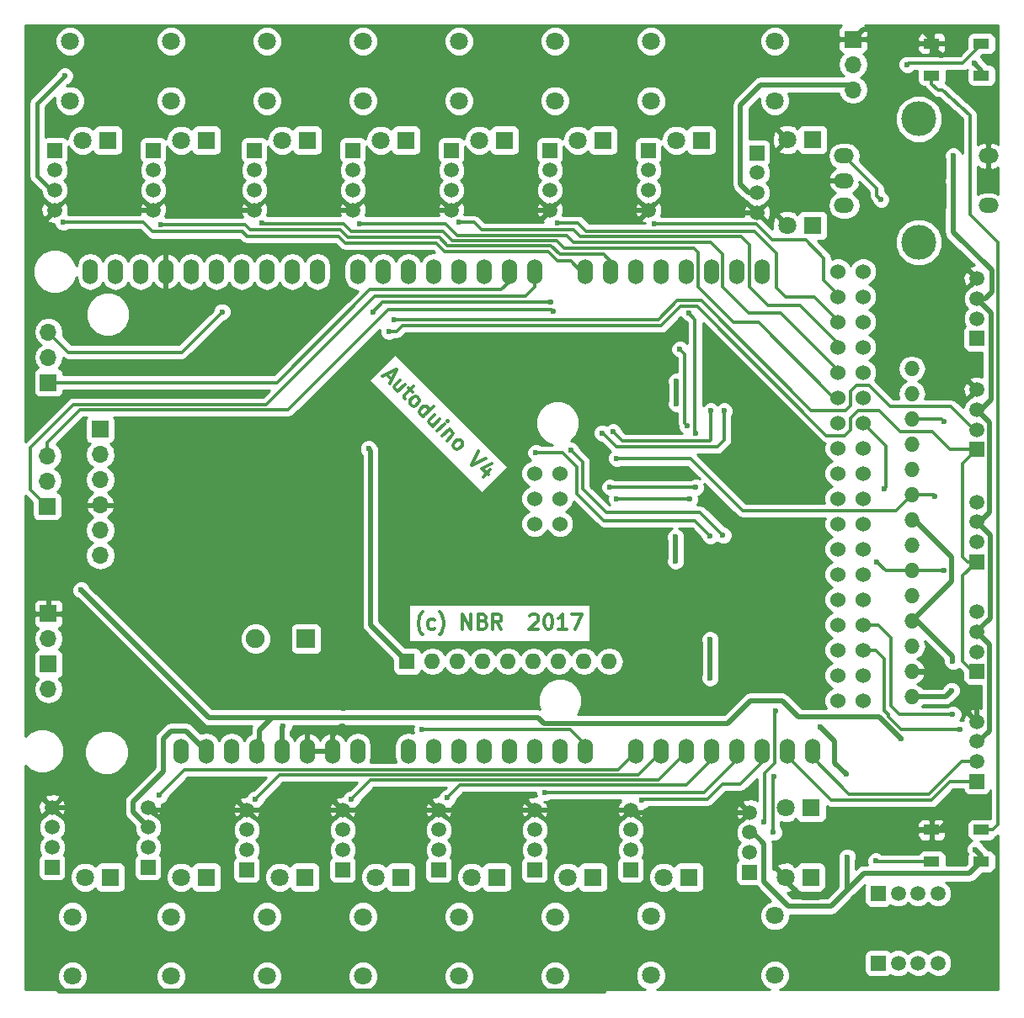
<source format=gbr>
G04 #@! TF.FileFunction,Copper,L1,Top,Signal*
%FSLAX46Y46*%
G04 Gerber Fmt 4.6, Leading zero omitted, Abs format (unit mm)*
G04 Created by KiCad (PCBNEW 4.0.6-e0-6349~53~ubuntu16.04.1) date Thu Jun 29 18:49:34 2017*
%MOMM*%
%LPD*%
G01*
G04 APERTURE LIST*
%ADD10C,0.100000*%
%ADD11C,0.300000*%
%ADD12R,1.800000X1.800000*%
%ADD13C,1.800000*%
%ADD14R,1.600000X1.000000*%
%ADD15O,1.998980X1.501140*%
%ADD16C,3.500120*%
%ADD17R,1.905000X1.905000*%
%ADD18C,1.905000*%
%ADD19R,1.700000X1.700000*%
%ADD20O,1.700000X1.700000*%
%ADD21R,1.500000X1.500000*%
%ADD22C,1.500000*%
%ADD23R,1.600000X1.600000*%
%ADD24O,1.600000X1.600000*%
%ADD25O,1.524000X1.524000*%
%ADD26O,1.524000X2.540000*%
%ADD27C,1.524000*%
%ADD28C,0.600000*%
%ADD29C,0.500000*%
%ADD30C,0.400000*%
%ADD31C,0.254000*%
G04 APERTURE END LIST*
D10*
D11*
X163989715Y-83292000D02*
X163918287Y-83220571D01*
X163775430Y-83006286D01*
X163704001Y-82863429D01*
X163632572Y-82649143D01*
X163561144Y-82292000D01*
X163561144Y-82006286D01*
X163632572Y-81649143D01*
X163704001Y-81434857D01*
X163775430Y-81292000D01*
X163918287Y-81077714D01*
X163989715Y-81006286D01*
X165204001Y-82649143D02*
X165061144Y-82720571D01*
X164775430Y-82720571D01*
X164632572Y-82649143D01*
X164561144Y-82577714D01*
X164489715Y-82434857D01*
X164489715Y-82006286D01*
X164561144Y-81863429D01*
X164632572Y-81792000D01*
X164775430Y-81720571D01*
X165061144Y-81720571D01*
X165204001Y-81792000D01*
X165704001Y-83292000D02*
X165775429Y-83220571D01*
X165918286Y-83006286D01*
X165989715Y-82863429D01*
X166061144Y-82649143D01*
X166132572Y-82292000D01*
X166132572Y-82006286D01*
X166061144Y-81649143D01*
X165989715Y-81434857D01*
X165918286Y-81292000D01*
X165775429Y-81077714D01*
X165704001Y-81006286D01*
X167989715Y-82720571D02*
X167989715Y-81220571D01*
X168846858Y-82720571D01*
X168846858Y-81220571D01*
X170061144Y-81934857D02*
X170275430Y-82006286D01*
X170346858Y-82077714D01*
X170418287Y-82220571D01*
X170418287Y-82434857D01*
X170346858Y-82577714D01*
X170275430Y-82649143D01*
X170132572Y-82720571D01*
X169561144Y-82720571D01*
X169561144Y-81220571D01*
X170061144Y-81220571D01*
X170204001Y-81292000D01*
X170275430Y-81363429D01*
X170346858Y-81506286D01*
X170346858Y-81649143D01*
X170275430Y-81792000D01*
X170204001Y-81863429D01*
X170061144Y-81934857D01*
X169561144Y-81934857D01*
X171918287Y-82720571D02*
X171418287Y-82006286D01*
X171061144Y-82720571D02*
X171061144Y-81220571D01*
X171632572Y-81220571D01*
X171775430Y-81292000D01*
X171846858Y-81363429D01*
X171918287Y-81506286D01*
X171918287Y-81720571D01*
X171846858Y-81863429D01*
X171775430Y-81934857D01*
X171632572Y-82006286D01*
X171061144Y-82006286D01*
X174775429Y-81363429D02*
X174846858Y-81292000D01*
X174989715Y-81220571D01*
X175346858Y-81220571D01*
X175489715Y-81292000D01*
X175561144Y-81363429D01*
X175632572Y-81506286D01*
X175632572Y-81649143D01*
X175561144Y-81863429D01*
X174704001Y-82720571D01*
X175632572Y-82720571D01*
X176561143Y-81220571D02*
X176704000Y-81220571D01*
X176846857Y-81292000D01*
X176918286Y-81363429D01*
X176989715Y-81506286D01*
X177061143Y-81792000D01*
X177061143Y-82149143D01*
X176989715Y-82434857D01*
X176918286Y-82577714D01*
X176846857Y-82649143D01*
X176704000Y-82720571D01*
X176561143Y-82720571D01*
X176418286Y-82649143D01*
X176346857Y-82577714D01*
X176275429Y-82434857D01*
X176204000Y-82149143D01*
X176204000Y-81792000D01*
X176275429Y-81506286D01*
X176346857Y-81363429D01*
X176418286Y-81292000D01*
X176561143Y-81220571D01*
X178489714Y-82720571D02*
X177632571Y-82720571D01*
X178061143Y-82720571D02*
X178061143Y-81220571D01*
X177918286Y-81434857D01*
X177775428Y-81577714D01*
X177632571Y-81649143D01*
X178989714Y-81220571D02*
X179989714Y-81220571D01*
X179346857Y-82720571D01*
X160380461Y-57102014D02*
X160885537Y-57607091D01*
X159976400Y-57304044D02*
X161390614Y-56596938D01*
X160683507Y-58011151D01*
X162198736Y-58112166D02*
X161491629Y-58819273D01*
X161744167Y-57657598D02*
X161188583Y-58213182D01*
X161138075Y-58364705D01*
X161188583Y-58516228D01*
X161340106Y-58667750D01*
X161491628Y-58718258D01*
X161592644Y-58718258D01*
X162552289Y-58465720D02*
X162956350Y-58869781D01*
X163057365Y-58263689D02*
X162148228Y-59172827D01*
X162097720Y-59324350D01*
X162148228Y-59475873D01*
X162249243Y-59576888D01*
X162754320Y-60081964D02*
X162703811Y-59930441D01*
X162703812Y-59829426D01*
X162754319Y-59677903D01*
X163057365Y-59374858D01*
X163208888Y-59324350D01*
X163309903Y-59324350D01*
X163461427Y-59374858D01*
X163612949Y-59526380D01*
X163663456Y-59677903D01*
X163663456Y-59778919D01*
X163612949Y-59930442D01*
X163309904Y-60233487D01*
X163158381Y-60283995D01*
X163057365Y-60283995D01*
X162905842Y-60233487D01*
X162754320Y-60081964D01*
X164017010Y-61344655D02*
X165077671Y-60283995D01*
X164067518Y-61294148D02*
X163915995Y-61243640D01*
X163713965Y-61041609D01*
X163663456Y-60890086D01*
X163663457Y-60789071D01*
X163713964Y-60637548D01*
X164017010Y-60334503D01*
X164168533Y-60283995D01*
X164269548Y-60283995D01*
X164421072Y-60334503D01*
X164623102Y-60536533D01*
X164673609Y-60688056D01*
X165683762Y-61597193D02*
X164976655Y-62304300D01*
X165229194Y-61142624D02*
X164673609Y-61698209D01*
X164623101Y-61849731D01*
X164673610Y-62001254D01*
X164825132Y-62152777D01*
X164976655Y-62203285D01*
X165077671Y-62203285D01*
X165481732Y-62809376D02*
X166188839Y-62102269D01*
X166542392Y-61748716D02*
X166441376Y-61748716D01*
X166441376Y-61849732D01*
X166542391Y-61849731D01*
X166542392Y-61748716D01*
X166441376Y-61849732D01*
X166693915Y-62607346D02*
X165986808Y-63314453D01*
X166592899Y-62708362D02*
X166693914Y-62708361D01*
X166845438Y-62758869D01*
X166996961Y-62910391D01*
X167047468Y-63061914D01*
X166996961Y-63213438D01*
X166441377Y-63769021D01*
X167097977Y-64425621D02*
X167047468Y-64274098D01*
X167047469Y-64173083D01*
X167097976Y-64021560D01*
X167401021Y-63718514D01*
X167552544Y-63668007D01*
X167653560Y-63668006D01*
X167805083Y-63718514D01*
X167956606Y-63870036D01*
X168007113Y-64021560D01*
X168007113Y-64122575D01*
X167956606Y-64274098D01*
X167653560Y-64577144D01*
X167502037Y-64627651D01*
X167401021Y-64627651D01*
X167249499Y-64577143D01*
X167097977Y-64425621D01*
X169623357Y-64829681D02*
X168916251Y-66243895D01*
X170330464Y-65536788D01*
X170785033Y-66698464D02*
X170077926Y-67405570D01*
X170936555Y-66041865D02*
X169926403Y-66546940D01*
X170583002Y-67203540D01*
D12*
X132588000Y-107696000D03*
D13*
X130048000Y-107696000D03*
D12*
X142240000Y-107696000D03*
D13*
X139700000Y-107696000D03*
D12*
X152146000Y-107696000D03*
D13*
X149606000Y-107696000D03*
D12*
X161798000Y-107696000D03*
D13*
X159258000Y-107696000D03*
D12*
X171450000Y-107696000D03*
D13*
X168910000Y-107696000D03*
D12*
X181102000Y-107696000D03*
D13*
X178562000Y-107696000D03*
D12*
X190754000Y-107696000D03*
D13*
X188214000Y-107696000D03*
D12*
X132334000Y-33528000D03*
D13*
X129794000Y-33528000D03*
D12*
X142240000Y-33528000D03*
D13*
X139700000Y-33528000D03*
D12*
X152400000Y-33528000D03*
D13*
X149860000Y-33528000D03*
D12*
X162306000Y-33528000D03*
D13*
X159766000Y-33528000D03*
D12*
X172212000Y-33528000D03*
D13*
X169672000Y-33528000D03*
D12*
X182118000Y-33528000D03*
D13*
X179578000Y-33528000D03*
D12*
X192024000Y-33528000D03*
D13*
X189484000Y-33528000D03*
D12*
X203009500Y-107696000D03*
D13*
X200469500Y-107696000D03*
D12*
X203073000Y-100711000D03*
D13*
X200533000Y-100711000D03*
D12*
X203200000Y-33464500D03*
D13*
X200660000Y-33464500D03*
D12*
X203200000Y-42100500D03*
D13*
X200660000Y-42100500D03*
D14*
X215178000Y-102921000D03*
X215178000Y-106121000D03*
X220178000Y-102921000D03*
X220178000Y-106121000D03*
X215178000Y-23800000D03*
X215178000Y-27000000D03*
X220178000Y-23800000D03*
X220178000Y-27000000D03*
D15*
X206367380Y-35092640D03*
X206367380Y-37592000D03*
X206367380Y-40091360D03*
D16*
X213868000Y-31391860D03*
X213868000Y-43792140D03*
D15*
X220868240Y-35092640D03*
X220868240Y-40091360D03*
D17*
X152273000Y-83693000D03*
D18*
X147193000Y-83693000D03*
D19*
X126365000Y-81153000D03*
D20*
X126365000Y-83693000D03*
D19*
X126365000Y-86233000D03*
D20*
X126365000Y-88773000D03*
D21*
X126746000Y-106680000D03*
D22*
X126746000Y-104680000D03*
X126746000Y-102680000D03*
X126746000Y-100680000D03*
D21*
X136398000Y-106680000D03*
D22*
X136398000Y-104680000D03*
X136398000Y-102680000D03*
X136398000Y-100680000D03*
D21*
X146304000Y-106934000D03*
D22*
X146304000Y-104934000D03*
X146304000Y-102934000D03*
X146304000Y-100934000D03*
D21*
X155956000Y-106934000D03*
D22*
X155956000Y-104934000D03*
X155956000Y-102934000D03*
X155956000Y-100934000D03*
D21*
X165608000Y-106934000D03*
D22*
X165608000Y-104934000D03*
X165608000Y-102934000D03*
X165608000Y-100934000D03*
D21*
X175260000Y-106934000D03*
D22*
X175260000Y-104934000D03*
X175260000Y-102934000D03*
X175260000Y-100934000D03*
D21*
X184912000Y-106934000D03*
D22*
X184912000Y-104934000D03*
X184912000Y-102934000D03*
X184912000Y-100934000D03*
D21*
X127000000Y-34544000D03*
D22*
X127000000Y-36544000D03*
X127000000Y-38544000D03*
X127000000Y-40544000D03*
D21*
X136906000Y-34544000D03*
D22*
X136906000Y-36544000D03*
X136906000Y-38544000D03*
X136906000Y-40544000D03*
D21*
X147066000Y-34544000D03*
D22*
X147066000Y-36544000D03*
X147066000Y-38544000D03*
X147066000Y-40544000D03*
D21*
X156972000Y-34544000D03*
D22*
X156972000Y-36544000D03*
X156972000Y-38544000D03*
X156972000Y-40544000D03*
D21*
X166878000Y-34544000D03*
D22*
X166878000Y-36544000D03*
X166878000Y-38544000D03*
X166878000Y-40544000D03*
D21*
X176784000Y-34544000D03*
D22*
X176784000Y-36544000D03*
X176784000Y-38544000D03*
X176784000Y-40544000D03*
D21*
X186690000Y-34544000D03*
D22*
X186690000Y-36544000D03*
X186690000Y-38544000D03*
X186690000Y-40544000D03*
D21*
X196850000Y-107188000D03*
D22*
X196850000Y-105188000D03*
X196850000Y-103188000D03*
X196850000Y-101188000D03*
D21*
X197612000Y-34798000D03*
D22*
X197612000Y-36798000D03*
X197612000Y-38798000D03*
X197612000Y-40798000D03*
D19*
X126365000Y-57912000D03*
D20*
X126365000Y-55372000D03*
X126365000Y-52832000D03*
D19*
X126238000Y-70358000D03*
D20*
X126238000Y-67818000D03*
X126238000Y-65278000D03*
D19*
X207264000Y-23368000D03*
D20*
X207264000Y-25908000D03*
X207264000Y-28448000D03*
D23*
X162433000Y-85979000D03*
D24*
X164973000Y-85979000D03*
X167513000Y-85979000D03*
X170053000Y-85979000D03*
X172593000Y-85979000D03*
X175133000Y-85979000D03*
X177673000Y-85979000D03*
X180213000Y-85979000D03*
X182753000Y-85979000D03*
D25*
X213179000Y-89525500D03*
X213179000Y-86985500D03*
X213179000Y-84445500D03*
X213179000Y-81905500D03*
X213179000Y-79365500D03*
X213179000Y-76825500D03*
X213179000Y-74285500D03*
X213179000Y-71745500D03*
X213179000Y-69205500D03*
X213179000Y-66665500D03*
X213179000Y-64125500D03*
X213179000Y-61585500D03*
X213179000Y-59045500D03*
X213179000Y-56505500D03*
D19*
X131572000Y-62611000D03*
D20*
X131572000Y-65151000D03*
X131572000Y-67691000D03*
X131572000Y-70231000D03*
X131572000Y-72771000D03*
X131572000Y-75311000D03*
D21*
X219710000Y-64643000D03*
D22*
X219710000Y-62643000D03*
X219710000Y-60643000D03*
X219710000Y-58643000D03*
D21*
X219710000Y-75946000D03*
D22*
X219710000Y-73946000D03*
X219710000Y-71946000D03*
X219710000Y-69946000D03*
D21*
X219710000Y-86995000D03*
D22*
X219710000Y-84995000D03*
X219710000Y-82995000D03*
X219710000Y-80995000D03*
D21*
X209804000Y-116332000D03*
D22*
X211804000Y-116332000D03*
X213804000Y-116332000D03*
X215804000Y-116332000D03*
D13*
X128778000Y-111664000D03*
X128778000Y-117664000D03*
X138684000Y-111664000D03*
X138684000Y-117664000D03*
X148336000Y-111664000D03*
X148336000Y-117664000D03*
X157988000Y-111664000D03*
X157988000Y-117664000D03*
X167640000Y-111664000D03*
X167640000Y-117664000D03*
X177292000Y-111664000D03*
X177292000Y-117664000D03*
X186918600Y-111587800D03*
X186918600Y-117587800D03*
X128524000Y-29560000D03*
X128524000Y-23560000D03*
X138684000Y-29560000D03*
X138684000Y-23560000D03*
X148336000Y-29560000D03*
X148336000Y-23560000D03*
X157988000Y-29560000D03*
X157988000Y-23560000D03*
X167640000Y-29560000D03*
X167640000Y-23560000D03*
X177292000Y-29560000D03*
X177292000Y-23560000D03*
X186944000Y-29560000D03*
X186944000Y-23560000D03*
X199390000Y-111562400D03*
X199390000Y-117562400D03*
X199390000Y-29560000D03*
X199390000Y-23560000D03*
D26*
X180340000Y-46736000D03*
X182880000Y-46736000D03*
X185420000Y-46736000D03*
X187960000Y-46736000D03*
X190500000Y-46736000D03*
X193040000Y-46736000D03*
X195580000Y-46736000D03*
X198120000Y-46736000D03*
X203200000Y-94996000D03*
X200660000Y-94996000D03*
X198120000Y-94996000D03*
X195580000Y-94996000D03*
X185420000Y-94996000D03*
X180340000Y-94996000D03*
X177800000Y-94996000D03*
X187960000Y-94996000D03*
X190500000Y-94996000D03*
X193040000Y-94996000D03*
X175260000Y-94996000D03*
X172720000Y-94996000D03*
X170180000Y-94996000D03*
X162560000Y-94996000D03*
X165100000Y-94996000D03*
X167640000Y-94996000D03*
X157480000Y-94996000D03*
X154940000Y-94996000D03*
X152400000Y-94996000D03*
X147320000Y-94996000D03*
X144780000Y-94996000D03*
X175260000Y-46736000D03*
X172720000Y-46736000D03*
X170180000Y-46736000D03*
X167640000Y-46736000D03*
X165100000Y-46736000D03*
X162560000Y-46736000D03*
X160020000Y-46736000D03*
X157480000Y-46736000D03*
X153416000Y-46736000D03*
X150876000Y-46736000D03*
X148336000Y-46736000D03*
X145796000Y-46736000D03*
X143256000Y-46736000D03*
X140716000Y-46736000D03*
X138176000Y-46736000D03*
X135636000Y-46736000D03*
X149860000Y-94996000D03*
D27*
X205740000Y-49276000D03*
X208280000Y-49276000D03*
X205740000Y-51816000D03*
X208280000Y-51816000D03*
X205740000Y-54356000D03*
X208280000Y-54356000D03*
X205740000Y-56896000D03*
X208280000Y-56896000D03*
X205740000Y-46736000D03*
X208280000Y-46736000D03*
X208280000Y-59436000D03*
X205740000Y-59436000D03*
X205740000Y-61976000D03*
X208280000Y-61976000D03*
X205740000Y-64516000D03*
X208280000Y-64516000D03*
X205740000Y-67056000D03*
X208280000Y-67056000D03*
X205740000Y-69596000D03*
X208280000Y-69596000D03*
X205740000Y-72136000D03*
X208280000Y-72136000D03*
X205740000Y-74676000D03*
X208280000Y-74676000D03*
X205740000Y-77216000D03*
X208280000Y-77216000D03*
X205740000Y-79756000D03*
X208280000Y-79756000D03*
X205740000Y-82296000D03*
X208280000Y-82296000D03*
X205740000Y-84836000D03*
X208280000Y-84836000D03*
X205740000Y-87376000D03*
X208280000Y-87376000D03*
X205740000Y-89916000D03*
X208280000Y-89916000D03*
X175260000Y-67056000D03*
X177800000Y-67056000D03*
X175260000Y-69596000D03*
X177800000Y-69596000D03*
X175260000Y-72136000D03*
X177800000Y-72136000D03*
D26*
X142240000Y-94996000D03*
X139700000Y-94996000D03*
X133096000Y-46736000D03*
X130556000Y-46736000D03*
D21*
X219710000Y-53467000D03*
D22*
X219710000Y-51467000D03*
X219710000Y-49467000D03*
X219710000Y-47467000D03*
D21*
X219710000Y-98044000D03*
D22*
X219710000Y-96044000D03*
X219710000Y-94044000D03*
X219710000Y-92044000D03*
D21*
X209804000Y-109347000D03*
D22*
X211804000Y-109347000D03*
X213804000Y-109347000D03*
X215804000Y-109347000D03*
D28*
X189534800Y-24358600D03*
X179552600Y-24561800D03*
X170053000Y-24409400D03*
X160451800Y-24384000D03*
X150545800Y-24282400D03*
X140868400Y-24333200D03*
X132715000Y-24536400D03*
X189712600Y-80822800D03*
X191947800Y-77317600D03*
X199390000Y-66802000D03*
X199390000Y-64516000D03*
X197612000Y-64516000D03*
X197612000Y-58928000D03*
X149733000Y-80200500D03*
X156083000Y-90678000D03*
X155956000Y-92519500D03*
X138112500Y-43878500D03*
X170307000Y-40005000D03*
X189992000Y-40132000D03*
X180086000Y-40132000D03*
X160020000Y-40005000D03*
X150256240Y-39862760D03*
X140335000Y-40132000D03*
X130175000Y-40132000D03*
X216154000Y-25019000D03*
X216916000Y-101981000D03*
X131445000Y-102870000D03*
X134239000Y-119126000D03*
X144018000Y-119126000D03*
X153416000Y-119126000D03*
X162941000Y-119126000D03*
X172466000Y-118999000D03*
X182245000Y-119126000D03*
X127635000Y-119126000D03*
X192887600Y-87630000D03*
X192887600Y-83769200D03*
X149987000Y-92456000D03*
X189484000Y-57785000D03*
X189484000Y-60071000D03*
X189420500Y-73469500D03*
X189420500Y-75882500D03*
X203962000Y-92583000D03*
X206565500Y-97345500D03*
X206692500Y-105664000D03*
X219456000Y-25781000D03*
X219583000Y-104902000D03*
X209550000Y-106045000D03*
X212725000Y-25908000D03*
X210058000Y-39497000D03*
X127825500Y-41783000D03*
X137668000Y-42037000D03*
X143827500Y-50800000D03*
X159004000Y-50800000D03*
X176911000Y-49784000D03*
X177101500Y-50736500D03*
X189865000Y-54546500D03*
X190563500Y-62230000D03*
X191452500Y-63055500D03*
X190754000Y-50927000D03*
X176276000Y-99187000D03*
X166497000Y-99695000D03*
X156845000Y-99822000D03*
X163957000Y-92837000D03*
X137541000Y-99441000D03*
X147193000Y-99822000D03*
X129667000Y-78803500D03*
X212090000Y-93789500D03*
X217297000Y-85979000D03*
X217170000Y-88900000D03*
X192976500Y-60769500D03*
X183134000Y-62865000D03*
X182054500Y-62992000D03*
X194310000Y-60769500D03*
X194183000Y-73279000D03*
X178879500Y-64706500D03*
X192913000Y-73342500D03*
X175387000Y-64960500D03*
X147828000Y-41846500D03*
X157670500Y-41910000D03*
X167640000Y-41783000D03*
X177546000Y-41846500D03*
X210439000Y-68580000D03*
X217297000Y-91313000D03*
X217347800Y-35077400D03*
X158559500Y-64579500D03*
X128016000Y-27051000D03*
X217347800Y-37617400D03*
X136398000Y-102680000D03*
X160591500Y-52768500D03*
X161099500Y-51562000D03*
X183515000Y-65532000D03*
X215519000Y-69342000D03*
X209677000Y-75946000D03*
X190817500Y-69659500D03*
X183515000Y-69596000D03*
X216408000Y-61849000D03*
X216408000Y-76835000D03*
X191452500Y-68453000D03*
X182816500Y-68453000D03*
X199326500Y-97599500D03*
X199263000Y-103187500D03*
X199453500Y-90995500D03*
X198310500Y-102108000D03*
X218059000Y-92837000D03*
X186055000Y-99949000D03*
X187325000Y-41973500D03*
D29*
X189534800Y-24358600D02*
X189534800Y-25349200D01*
X179451000Y-24663400D02*
X179451000Y-25349200D01*
X179552600Y-24561800D02*
X179451000Y-24663400D01*
X170154600Y-24511000D02*
X170154600Y-25349200D01*
X170053000Y-24409400D02*
X170154600Y-24511000D01*
X160401000Y-24434800D02*
X160401000Y-25349200D01*
X160451800Y-24384000D02*
X160401000Y-24434800D01*
X150596600Y-24333200D02*
X150596600Y-25349200D01*
X150545800Y-24282400D02*
X150596600Y-24333200D01*
X140868400Y-24333200D02*
X140868400Y-25349200D01*
X140868400Y-25349200D02*
X140868400Y-25323800D01*
X140868400Y-25323800D02*
X140868400Y-25349200D01*
X207264000Y-23368000D02*
X204292200Y-23368000D01*
X202311000Y-25349200D02*
X189534800Y-25349200D01*
X204292200Y-23368000D02*
X202311000Y-25349200D01*
X189534800Y-25349200D02*
X179451000Y-25349200D01*
X179451000Y-25349200D02*
X170154600Y-25349200D01*
X170154600Y-25349200D02*
X160401000Y-25349200D01*
X133527800Y-25349200D02*
X132715000Y-24536400D01*
X160401000Y-25349200D02*
X150596600Y-25349200D01*
X150596600Y-25349200D02*
X140868400Y-25349200D01*
X140868400Y-25349200D02*
X133527800Y-25349200D01*
X189712600Y-79552800D02*
X189712600Y-80822800D01*
X191947800Y-77317600D02*
X189712600Y-79552800D01*
X199390000Y-64516000D02*
X199390000Y-66802000D01*
X197612000Y-58928000D02*
X197612000Y-64516000D01*
X146304000Y-100934000D02*
X136652000Y-100934000D01*
X136652000Y-100934000D02*
X136398000Y-100680000D01*
X155956000Y-100934000D02*
X146304000Y-100934000D01*
X154940000Y-94996000D02*
X154940000Y-93408500D01*
X149733000Y-84328000D02*
X149733000Y-80200500D01*
X156083000Y-90678000D02*
X149733000Y-84328000D01*
X155829000Y-92519500D02*
X155956000Y-92519500D01*
X154940000Y-93408500D02*
X155829000Y-92519500D01*
X154940000Y-94996000D02*
X152400000Y-94996000D01*
X138176000Y-43942000D02*
X138176000Y-46736000D01*
X138112500Y-43878500D02*
X138176000Y-43942000D01*
X176784000Y-40544000D02*
X170846000Y-40544000D01*
X170846000Y-40544000D02*
X170307000Y-40005000D01*
X197612000Y-40798000D02*
X190658000Y-40798000D01*
X190658000Y-40798000D02*
X189992000Y-40132000D01*
X186690000Y-40544000D02*
X180498000Y-40544000D01*
X180498000Y-40544000D02*
X180086000Y-40132000D01*
X166878000Y-40544000D02*
X160559000Y-40544000D01*
X160559000Y-40544000D02*
X160020000Y-40005000D01*
X156972000Y-40544000D02*
X150937480Y-40544000D01*
X150937480Y-40544000D02*
X150256240Y-39862760D01*
X147066000Y-40544000D02*
X140747000Y-40544000D01*
X140747000Y-40544000D02*
X140335000Y-40132000D01*
X130175000Y-40132000D02*
X130587000Y-40544000D01*
X130587000Y-40544000D02*
X136906000Y-40544000D01*
X215178000Y-102921000D02*
X207848000Y-102921000D01*
X202184000Y-109728000D02*
X200152000Y-107696000D01*
X203835000Y-109728000D02*
X202184000Y-109728000D01*
X204851000Y-108712000D02*
X203835000Y-109728000D01*
X204851000Y-105918000D02*
X204851000Y-108712000D01*
X207848000Y-102921000D02*
X204851000Y-105918000D01*
X219710000Y-92044000D02*
X219710000Y-89789000D01*
X216906500Y-86985500D02*
X213179000Y-86985500D01*
X219710000Y-89789000D02*
X216906500Y-86985500D01*
X215178000Y-23800000D02*
X215178000Y-23281000D01*
X208280000Y-22352000D02*
X207264000Y-23368000D01*
X214249000Y-22352000D02*
X208280000Y-22352000D01*
X215178000Y-23281000D02*
X214249000Y-22352000D01*
X216154000Y-25019000D02*
X215178000Y-24043000D01*
X215178000Y-24043000D02*
X215178000Y-23800000D01*
X216916000Y-101981000D02*
X215976000Y-102921000D01*
X215976000Y-102921000D02*
X215178000Y-102921000D01*
X129255000Y-100680000D02*
X126746000Y-100680000D01*
X131445000Y-102870000D02*
X129255000Y-100680000D01*
X136398000Y-100680000D02*
X136652000Y-100934000D01*
X155956000Y-100934000D02*
X165608000Y-100934000D01*
X165608000Y-100934000D02*
X175260000Y-100934000D01*
X175260000Y-100934000D02*
X184912000Y-100934000D01*
X184912000Y-100934000D02*
X185166000Y-101188000D01*
X185166000Y-101188000D02*
X196850000Y-101188000D01*
X127635000Y-119126000D02*
X127508000Y-119126000D01*
X125095000Y-102331000D02*
X126746000Y-100680000D01*
X125095000Y-116713000D02*
X125095000Y-102331000D01*
X127508000Y-119126000D02*
X125095000Y-116713000D01*
X162941000Y-119126000D02*
X162560000Y-119126000D01*
X172466000Y-118999000D02*
X172593000Y-119126000D01*
X127635000Y-119126000D02*
X134239000Y-119126000D01*
X134239000Y-119126000D02*
X144018000Y-119126000D01*
X144018000Y-119126000D02*
X153416000Y-119126000D01*
X153416000Y-119126000D02*
X162560000Y-119126000D01*
X162560000Y-119126000D02*
X172593000Y-119126000D01*
X172593000Y-119126000D02*
X182245000Y-119126000D01*
X192887600Y-83769200D02*
X192887600Y-87630000D01*
X149860000Y-94996000D02*
X149860000Y-92583000D01*
X149860000Y-92583000D02*
X149987000Y-92456000D01*
X189484000Y-60071000D02*
X189484000Y-57785000D01*
X189420500Y-75882500D02*
X189420500Y-73469500D01*
X206660750Y-108997750D02*
X206660750Y-105695750D01*
X205422500Y-94043500D02*
X203962000Y-92583000D01*
X205422500Y-96202500D02*
X205422500Y-94043500D01*
X206565500Y-97345500D02*
X205422500Y-96202500D01*
X206660750Y-105695750D02*
X206692500Y-105664000D01*
X196850000Y-103188000D02*
X197168000Y-103188000D01*
X197168000Y-103188000D02*
X198310500Y-104330500D01*
X198310500Y-104330500D02*
X198310500Y-108140500D01*
X198310500Y-108140500D02*
X200787000Y-110617000D01*
X200787000Y-110617000D02*
X205041500Y-110617000D01*
X205041500Y-110617000D02*
X206660750Y-108997750D01*
X206660750Y-108997750D02*
X208343500Y-107315000D01*
X208343500Y-107315000D02*
X218984000Y-107315000D01*
X218984000Y-107315000D02*
X220178000Y-106121000D01*
X197612000Y-38798000D02*
X196786000Y-38798000D01*
X197993000Y-27940000D02*
X206756000Y-27940000D01*
X195961000Y-29972000D02*
X197993000Y-27940000D01*
X195961000Y-37973000D02*
X195961000Y-29972000D01*
X196786000Y-38798000D02*
X195961000Y-37973000D01*
X206756000Y-27940000D02*
X207264000Y-28448000D01*
X220178000Y-27000000D02*
X220178000Y-26503000D01*
X220178000Y-26503000D02*
X219456000Y-25781000D01*
X220178000Y-106121000D02*
X220178000Y-105497000D01*
X220178000Y-105497000D02*
X219583000Y-104902000D01*
D11*
X215178000Y-106121000D02*
X209601000Y-106121000D01*
X209550000Y-106070000D02*
X209550000Y-106045000D01*
X209601000Y-106121000D02*
X209550000Y-106070000D01*
X220178000Y-102921000D02*
X221310000Y-102921000D01*
X215178000Y-27853000D02*
X215178000Y-27000000D01*
X215798400Y-28473400D02*
X215178000Y-27853000D01*
X216230200Y-28473400D02*
X215798400Y-28473400D01*
X219049600Y-41021000D02*
X219024200Y-30988000D01*
X219024200Y-30988000D02*
X216230200Y-28473400D01*
X221869000Y-102362000D02*
X221869000Y-43840400D01*
X221869000Y-43840400D02*
X219049600Y-41021000D01*
X221310000Y-102921000D02*
X221869000Y-102362000D01*
X220178000Y-23800000D02*
X220178000Y-23916000D01*
X220178000Y-23916000D02*
X218313000Y-25781000D01*
X218313000Y-25781000D02*
X212852000Y-25781000D01*
X212852000Y-25781000D02*
X212725000Y-25908000D01*
X209677000Y-38402260D02*
X206367380Y-35092640D01*
X209677000Y-39116000D02*
X209677000Y-38402260D01*
X210058000Y-39497000D02*
X209677000Y-39116000D01*
X180340000Y-46736000D02*
X179959000Y-46736000D01*
X179959000Y-46736000D02*
X178879500Y-45656500D01*
X178879500Y-45656500D02*
X177546000Y-45656500D01*
X177546000Y-45656500D02*
X176593500Y-44704000D01*
X176593500Y-44704000D02*
X166179500Y-44704000D01*
X166179500Y-44704000D02*
X165354000Y-43878500D01*
X165354000Y-43878500D02*
X156210000Y-43878500D01*
X156210000Y-43878500D02*
X155511500Y-43180000D01*
X155511500Y-43180000D02*
X146304000Y-43180000D01*
X146304000Y-43180000D02*
X145859500Y-42735500D01*
X145859500Y-42735500D02*
X136842500Y-42735500D01*
X136842500Y-42735500D02*
X135890000Y-41783000D01*
X135890000Y-41783000D02*
X127825500Y-41783000D01*
X182880000Y-46736000D02*
X182880000Y-45720000D01*
X182880000Y-45720000D02*
X182181500Y-45021500D01*
X182181500Y-45021500D02*
X177800000Y-45021500D01*
X177800000Y-45021500D02*
X176911000Y-44132500D01*
X176911000Y-44132500D02*
X166497000Y-44132500D01*
X166497000Y-44132500D02*
X165671500Y-43307000D01*
X165671500Y-43307000D02*
X156464000Y-43307000D01*
X156464000Y-43307000D02*
X155702000Y-42545000D01*
X155702000Y-42545000D02*
X146621500Y-42545000D01*
X146621500Y-42545000D02*
X146113500Y-42037000D01*
X146113500Y-42037000D02*
X137668000Y-42037000D01*
X128397000Y-54864000D02*
X126365000Y-52832000D01*
X139763500Y-54864000D02*
X128397000Y-54864000D01*
X143827500Y-50800000D02*
X139763500Y-54864000D01*
X159956500Y-49847500D02*
X159004000Y-50800000D01*
X176847500Y-49847500D02*
X159956500Y-49847500D01*
X176911000Y-49784000D02*
X176847500Y-49847500D01*
X126238000Y-63944500D02*
X126238000Y-65278000D01*
X129540000Y-60642500D02*
X126238000Y-63944500D01*
X150495000Y-60642500D02*
X129540000Y-60642500D01*
X160528000Y-50609500D02*
X150495000Y-60642500D01*
X176974500Y-50609500D02*
X160528000Y-50609500D01*
X177101500Y-50736500D02*
X176974500Y-50609500D01*
X190373000Y-55054500D02*
X189865000Y-54546500D01*
X190373000Y-62039500D02*
X190373000Y-55054500D01*
X190563500Y-62230000D02*
X190373000Y-62039500D01*
X191452500Y-63055500D02*
X191389000Y-62992000D01*
X191389000Y-62992000D02*
X191389000Y-51562000D01*
X191389000Y-51562000D02*
X190754000Y-50927000D01*
X195580000Y-94996000D02*
X195580000Y-95885000D01*
X195580000Y-95885000D02*
X192278000Y-99187000D01*
X192278000Y-99187000D02*
X176276000Y-99187000D01*
X193040000Y-94996000D02*
X193040000Y-95885000D01*
X193040000Y-95885000D02*
X190500000Y-98425000D01*
X190500000Y-98425000D02*
X167767000Y-98425000D01*
X167767000Y-98425000D02*
X166497000Y-99695000D01*
X190500000Y-94996000D02*
X190500000Y-95123000D01*
X190500000Y-95123000D02*
X187713998Y-97909002D01*
X187713998Y-97909002D02*
X158757998Y-97909002D01*
X158757998Y-97909002D02*
X156845000Y-99822000D01*
X180340000Y-94996000D02*
X180340000Y-94361000D01*
X180340000Y-94361000D02*
X178816000Y-92837000D01*
X178816000Y-92837000D02*
X163957000Y-92837000D01*
X185420000Y-94996000D02*
X185420000Y-95123000D01*
X185420000Y-95123000D02*
X183642000Y-96901000D01*
X140081000Y-96901000D02*
X137541000Y-99441000D01*
X183642000Y-96901000D02*
X140081000Y-96901000D01*
X187960000Y-94996000D02*
X187960000Y-95123000D01*
X187960000Y-95123000D02*
X185674000Y-97409000D01*
X185674000Y-97409000D02*
X149606000Y-97409000D01*
X149606000Y-97409000D02*
X147193000Y-99822000D01*
D29*
X142494000Y-91630500D02*
X148844000Y-91630500D01*
X129667000Y-78803500D02*
X142494000Y-91630500D01*
X175641000Y-91630500D02*
X148844000Y-91630500D01*
X176212500Y-92202000D02*
X175641000Y-91630500D01*
X194691000Y-92202000D02*
X176212500Y-92202000D01*
X196977000Y-89916000D02*
X194691000Y-92202000D01*
X200152000Y-89916000D02*
X196977000Y-89916000D01*
X201803000Y-91567000D02*
X200152000Y-89916000D01*
X209867500Y-91567000D02*
X201803000Y-91567000D01*
X212090000Y-93789500D02*
X209867500Y-91567000D01*
X147574000Y-92900500D02*
X147574000Y-94742000D01*
X148844000Y-91630500D02*
X147574000Y-92900500D01*
D30*
X147574000Y-94742000D02*
X147320000Y-94996000D01*
X213179000Y-81905500D02*
X213731500Y-81905500D01*
D29*
X213731500Y-81905500D02*
X217297000Y-85471000D01*
X217297000Y-85471000D02*
X217297000Y-85979000D01*
X217170000Y-88900000D02*
X216544500Y-89525500D01*
X216544500Y-89525500D02*
X213179000Y-89525500D01*
D30*
X213179000Y-71745500D02*
X213477500Y-71745500D01*
D29*
X213477500Y-71745500D02*
X217170000Y-75438000D01*
X217170000Y-77914500D02*
X213179000Y-81905500D01*
X217170000Y-75438000D02*
X217170000Y-77914500D01*
D11*
X175260000Y-46736000D02*
X175260000Y-48323500D01*
X124587000Y-68707000D02*
X126238000Y-70358000D01*
X124587000Y-64452500D02*
X124587000Y-68707000D01*
X128905000Y-60134500D02*
X124587000Y-64452500D01*
X148272500Y-60134500D02*
X128905000Y-60134500D01*
X159194500Y-49212500D02*
X148272500Y-60134500D01*
X174371000Y-49212500D02*
X159194500Y-49212500D01*
X175260000Y-48323500D02*
X174371000Y-49212500D01*
X172720000Y-46736000D02*
X172720000Y-47752000D01*
X172720000Y-47752000D02*
X171894500Y-48577500D01*
X171894500Y-48577500D02*
X158686500Y-48577500D01*
X158686500Y-48577500D02*
X149352000Y-57912000D01*
X149352000Y-57912000D02*
X126365000Y-57912000D01*
X184086500Y-63817500D02*
X183134000Y-62865000D01*
X192849500Y-63817500D02*
X184086500Y-63817500D01*
X192976500Y-63690500D02*
X192849500Y-63817500D01*
X192976500Y-63690500D02*
X192976500Y-60769500D01*
X182118000Y-62992000D02*
X182054500Y-62992000D01*
X183515000Y-64389000D02*
X182118000Y-62992000D01*
X193611500Y-64389000D02*
X183515000Y-64389000D01*
X194310000Y-63690500D02*
X193611500Y-64389000D01*
X194310000Y-60769500D02*
X194310000Y-63690500D01*
X180086000Y-65913000D02*
X178879500Y-64706500D01*
X180086000Y-68643500D02*
X180086000Y-65913000D01*
X182435500Y-70993000D02*
X180086000Y-68643500D01*
X191897000Y-70993000D02*
X182435500Y-70993000D01*
X194183000Y-73279000D02*
X191897000Y-70993000D01*
X178054000Y-64960500D02*
X175387000Y-64960500D01*
X179514500Y-66421000D02*
X178054000Y-64960500D01*
X179514500Y-69088000D02*
X179514500Y-66421000D01*
X182245000Y-71818500D02*
X179514500Y-69088000D01*
X191389000Y-71818500D02*
X182245000Y-71818500D01*
X191389000Y-71818500D02*
X192913000Y-73342500D01*
X205740000Y-59436000D02*
X205359000Y-59436000D01*
X205359000Y-59436000D02*
X197802500Y-51879500D01*
X197802500Y-51879500D02*
X195262500Y-51879500D01*
X195262500Y-51879500D02*
X191706500Y-48323500D01*
X191706500Y-48323500D02*
X191706500Y-44831000D01*
X191706500Y-44831000D02*
X191262000Y-44386500D01*
X191262000Y-44386500D02*
X178244500Y-44386500D01*
X178244500Y-44386500D02*
X177474502Y-43616502D01*
X177474502Y-43616502D02*
X166933502Y-43616502D01*
X166933502Y-43616502D02*
X166052500Y-42735500D01*
X166052500Y-42735500D02*
X156845000Y-42735500D01*
X156845000Y-42735500D02*
X156019500Y-41910000D01*
X156019500Y-41910000D02*
X147891500Y-41910000D01*
X147891500Y-41910000D02*
X147828000Y-41846500D01*
X205740000Y-56896000D02*
X205740000Y-56642000D01*
X205740000Y-56642000D02*
X200025000Y-50927000D01*
X200025000Y-50927000D02*
X196786500Y-50927000D01*
X196786500Y-50927000D02*
X194183000Y-48323500D01*
X194183000Y-48323500D02*
X194183000Y-45021500D01*
X194183000Y-45021500D02*
X192976500Y-43815000D01*
X192976500Y-43815000D02*
X179197000Y-43815000D01*
X179197000Y-43815000D02*
X178498500Y-43116500D01*
X178498500Y-43116500D02*
X167513000Y-43116500D01*
X167513000Y-43116500D02*
X166306500Y-41910000D01*
X166306500Y-41910000D02*
X157670500Y-41910000D01*
X205740000Y-54356000D02*
X205740000Y-53975000D01*
X205740000Y-53975000D02*
X201930000Y-50165000D01*
X201930000Y-50165000D02*
X198755000Y-50165000D01*
X198755000Y-50165000D02*
X196850000Y-48260000D01*
X196850000Y-48260000D02*
X196850000Y-44069000D01*
X196850000Y-44069000D02*
X196024500Y-43243500D01*
X196024500Y-43243500D02*
X179832000Y-43243500D01*
X179832000Y-43243500D02*
X179133500Y-42545000D01*
X179133500Y-42545000D02*
X169926000Y-42545000D01*
X169926000Y-42545000D02*
X169164000Y-41783000D01*
X169164000Y-41783000D02*
X167640000Y-41783000D01*
X205740000Y-51816000D02*
X205740000Y-51689000D01*
X205740000Y-51689000D02*
X203390500Y-49339500D01*
X203390500Y-49339500D02*
X200533000Y-49339500D01*
X200533000Y-49339500D02*
X199580500Y-48387000D01*
X199580500Y-48387000D02*
X199580500Y-44894500D01*
X199580500Y-44894500D02*
X197358000Y-42672000D01*
X197358000Y-42672000D02*
X180403500Y-42672000D01*
X180403500Y-42672000D02*
X179578000Y-41846500D01*
X179578000Y-41846500D02*
X177546000Y-41846500D01*
X210439000Y-68580000D02*
X210566000Y-68453000D01*
X210566000Y-68453000D02*
X210566000Y-64262000D01*
X210566000Y-64262000D02*
X208280000Y-61976000D01*
X217297000Y-91313000D02*
X211963000Y-91313000D01*
X211963000Y-91313000D02*
X211074000Y-90424000D01*
X211074000Y-90424000D02*
X211074000Y-83566000D01*
X211074000Y-83566000D02*
X209804000Y-82296000D01*
X209804000Y-82296000D02*
X208280000Y-82296000D01*
D29*
X217347800Y-37617400D02*
X217347800Y-35077400D01*
X158559500Y-64579500D02*
X158750000Y-64770000D01*
X158750000Y-64770000D02*
X158750000Y-82296000D01*
X158750000Y-82296000D02*
X162433000Y-85979000D01*
D30*
X127000000Y-38544000D02*
X126682000Y-38544000D01*
X126682000Y-38544000D02*
X125222000Y-37084000D01*
X125222000Y-37084000D02*
X125222000Y-29845000D01*
X125222000Y-29845000D02*
X128016000Y-27051000D01*
D29*
X219710000Y-49467000D02*
X220535000Y-49467000D01*
X220535000Y-49467000D02*
X221234000Y-48768000D01*
X221234000Y-48768000D02*
X221234000Y-46634400D01*
X221234000Y-46634400D02*
X217322400Y-42799000D01*
X217322400Y-42799000D02*
X217347800Y-37617400D01*
D30*
X219710000Y-60643000D02*
X220154000Y-60643000D01*
D29*
X220154000Y-60643000D02*
X221132400Y-59664600D01*
X221132400Y-59664600D02*
X221132400Y-50889400D01*
X221132400Y-50889400D02*
X219710000Y-49467000D01*
D30*
X219710000Y-71946000D02*
X220027000Y-71946000D01*
D29*
X220027000Y-71946000D02*
X220980000Y-70993000D01*
X220980000Y-70993000D02*
X220980000Y-61913000D01*
X220980000Y-61913000D02*
X219710000Y-60643000D01*
D30*
X219710000Y-82995000D02*
X219710000Y-82931000D01*
D29*
X219710000Y-82931000D02*
X221030800Y-81610200D01*
X221030800Y-81610200D02*
X221030800Y-73266800D01*
X221030800Y-73266800D02*
X219710000Y-71946000D01*
D30*
X219710000Y-94044000D02*
X219900000Y-94044000D01*
D29*
X219900000Y-94044000D02*
X220980000Y-92964000D01*
X220980000Y-84265000D02*
X219710000Y-82995000D01*
X220980000Y-92964000D02*
X220980000Y-84265000D01*
X136398000Y-102680000D02*
X134874000Y-101156000D01*
X134874000Y-101156000D02*
X134874000Y-100076000D01*
X134874000Y-100076000D02*
X137922000Y-97028000D01*
X137922000Y-97028000D02*
X137922000Y-93726000D01*
X137922000Y-93726000D02*
X138684000Y-92964000D01*
X138684000Y-92964000D02*
X140208000Y-92964000D01*
X140208000Y-92964000D02*
X142240000Y-94996000D01*
D11*
X191198500Y-50228500D02*
X189928500Y-50228500D01*
X161417000Y-52768500D02*
X160591500Y-52768500D01*
X161988500Y-52197000D02*
X161417000Y-52768500D01*
X187960000Y-52197000D02*
X161988500Y-52197000D01*
X189928500Y-50228500D02*
X187960000Y-52197000D01*
X219710000Y-64643000D02*
X217043000Y-64643000D01*
X191579500Y-50228500D02*
X191198500Y-50228500D01*
X191198500Y-50228500D02*
X191135000Y-50228500D01*
X204597000Y-63246000D02*
X191579500Y-50228500D01*
X206438500Y-63246000D02*
X204597000Y-63246000D01*
X207010000Y-62674500D02*
X206438500Y-63246000D01*
X207010000Y-61468000D02*
X207010000Y-62674500D01*
X207772000Y-60706000D02*
X207010000Y-61468000D01*
X209867500Y-60706000D02*
X207772000Y-60706000D01*
X212026500Y-62865000D02*
X209867500Y-60706000D01*
X215265000Y-62865000D02*
X212026500Y-62865000D01*
X217043000Y-64643000D02*
X215265000Y-62865000D01*
X219710000Y-75946000D02*
X218821000Y-75946000D01*
X218313000Y-66040000D02*
X219710000Y-64643000D01*
X218313000Y-75438000D02*
X218313000Y-66040000D01*
X218821000Y-75946000D02*
X218313000Y-75438000D01*
X219710000Y-86995000D02*
X219329000Y-86995000D01*
X219329000Y-86995000D02*
X218313000Y-85979000D01*
X218313000Y-85979000D02*
X218313000Y-77343000D01*
X218313000Y-77343000D02*
X219710000Y-75946000D01*
X219710000Y-62643000D02*
X219424500Y-62643000D01*
X219424500Y-62643000D02*
X217106500Y-60325000D01*
X187706000Y-51562000D02*
X161099500Y-51562000D01*
X189611000Y-49657000D02*
X187706000Y-51562000D01*
X192024000Y-49657000D02*
X189611000Y-49657000D01*
X203073000Y-60706000D02*
X192024000Y-49657000D01*
X206502000Y-60706000D02*
X203073000Y-60706000D01*
X207010000Y-60198000D02*
X206502000Y-60706000D01*
X207010000Y-58801000D02*
X207010000Y-60198000D01*
X207581500Y-58229500D02*
X207010000Y-58801000D01*
X208915000Y-58229500D02*
X207581500Y-58229500D01*
X211010500Y-60325000D02*
X208915000Y-58229500D01*
X217106500Y-60325000D02*
X211010500Y-60325000D01*
X183515000Y-65532000D02*
X183578500Y-65595500D01*
X183578500Y-65595500D02*
X190944500Y-65595500D01*
X190944500Y-65595500D02*
X196151500Y-70802500D01*
X196151500Y-70802500D02*
X211582000Y-70802500D01*
X211582000Y-70802500D02*
X213179000Y-69205500D01*
X215382500Y-69205500D02*
X213179000Y-69205500D01*
X215519000Y-69342000D02*
X215382500Y-69205500D01*
X210556500Y-76825500D02*
X213179000Y-76825500D01*
X209677000Y-75946000D02*
X210556500Y-76825500D01*
X183578500Y-69659500D02*
X190817500Y-69659500D01*
X183515000Y-69596000D02*
X183578500Y-69659500D01*
X216144500Y-61585500D02*
X213179000Y-61585500D01*
X216408000Y-61849000D02*
X216144500Y-61585500D01*
X216398500Y-76825500D02*
X213179000Y-76825500D01*
X216408000Y-76835000D02*
X216398500Y-76825500D01*
X182816500Y-68453000D02*
X191452500Y-68453000D01*
X199199500Y-97726500D02*
X199326500Y-97599500D01*
X199199500Y-103124000D02*
X199199500Y-97726500D01*
X199263000Y-103187500D02*
X199199500Y-103124000D01*
X199390000Y-91059000D02*
X199453500Y-90995500D01*
X199390000Y-96202500D02*
X199390000Y-91059000D01*
X198374000Y-97218500D02*
X199390000Y-96202500D01*
X198374000Y-102044500D02*
X198374000Y-97218500D01*
X198310500Y-102108000D02*
X198374000Y-102044500D01*
X209550000Y-84836000D02*
X208280000Y-84836000D01*
X210439000Y-85725000D02*
X209550000Y-84836000D01*
X210439000Y-90932000D02*
X210439000Y-85725000D01*
X210820000Y-91313000D02*
X210439000Y-90932000D01*
X210820000Y-91567000D02*
X210820000Y-91313000D01*
X212090000Y-92837000D02*
X210820000Y-91567000D01*
X218059000Y-92837000D02*
X212090000Y-92837000D01*
X203200000Y-94996000D02*
X203200000Y-95631000D01*
X203200000Y-95631000D02*
X206883000Y-99314000D01*
X206883000Y-99314000D02*
X214884000Y-99314000D01*
X214884000Y-99314000D02*
X218154000Y-96044000D01*
X218154000Y-96044000D02*
X219710000Y-96044000D01*
X200660000Y-94996000D02*
X200660000Y-95504000D01*
X200660000Y-95504000D02*
X205105000Y-99949000D01*
X205105000Y-99949000D02*
X215138000Y-99949000D01*
X215138000Y-99949000D02*
X217043000Y-98044000D01*
X217043000Y-98044000D02*
X219710000Y-98044000D01*
X198120000Y-94996000D02*
X198120000Y-96139000D01*
X198120000Y-96139000D02*
X195961000Y-98298000D01*
X195961000Y-98298000D02*
X194183000Y-98298000D01*
X194183000Y-98298000D02*
X192659000Y-99822000D01*
X192659000Y-99822000D02*
X185928000Y-99822000D01*
X185928000Y-99822000D02*
X186055000Y-99949000D01*
X205740000Y-49276000D02*
X205740000Y-49022000D01*
X205740000Y-49022000D02*
X204343000Y-47625000D01*
X204343000Y-47625000D02*
X204343000Y-45402500D01*
X204343000Y-45402500D02*
X202501500Y-43561000D01*
X202501500Y-43561000D02*
X199136000Y-43561000D01*
X199136000Y-43561000D02*
X197548500Y-41973500D01*
X197548500Y-41973500D02*
X187325000Y-41973500D01*
D31*
G36*
X189960883Y-51455943D02*
X190223673Y-51719192D01*
X190567201Y-51861838D01*
X190578690Y-51861848D01*
X190604000Y-51887158D01*
X190604000Y-53963345D01*
X190395327Y-53754308D01*
X190051799Y-53611662D01*
X189679833Y-53611338D01*
X189336057Y-53753383D01*
X189072808Y-54016173D01*
X188930162Y-54359701D01*
X188929838Y-54731667D01*
X189071883Y-55075443D01*
X189334673Y-55338692D01*
X189588000Y-55443883D01*
X189588000Y-56850090D01*
X189298833Y-56849838D01*
X188955057Y-56991883D01*
X188691808Y-57254673D01*
X188549162Y-57598201D01*
X188548838Y-57970167D01*
X188599000Y-58091569D01*
X188599000Y-59764178D01*
X188549162Y-59884201D01*
X188548838Y-60256167D01*
X188690883Y-60599943D01*
X188953673Y-60863192D01*
X189297201Y-61005838D01*
X189588000Y-61006091D01*
X189588000Y-62039500D01*
X189628488Y-62243045D01*
X189628338Y-62415167D01*
X189770383Y-62758943D01*
X190033173Y-63022192D01*
X190057997Y-63032500D01*
X184411658Y-63032500D01*
X184069153Y-62689995D01*
X184069162Y-62679833D01*
X183927117Y-62336057D01*
X183664327Y-62072808D01*
X183320799Y-61930162D01*
X182948833Y-61929838D01*
X182605057Y-62071883D01*
X182508611Y-62168160D01*
X182241299Y-62057162D01*
X181869333Y-62056838D01*
X181525557Y-62198883D01*
X181262308Y-62461673D01*
X181119662Y-62805201D01*
X181119338Y-63177167D01*
X181261383Y-63520943D01*
X181524173Y-63784192D01*
X181867701Y-63926838D01*
X181942745Y-63926903D01*
X182870290Y-64854448D01*
X182722808Y-65001673D01*
X182580162Y-65345201D01*
X182579838Y-65717167D01*
X182721883Y-66060943D01*
X182984673Y-66324192D01*
X183328201Y-66466838D01*
X183700167Y-66467162D01*
X183909906Y-66380500D01*
X190619342Y-66380500D01*
X191840586Y-67601744D01*
X191639299Y-67518162D01*
X191267333Y-67517838D01*
X190923557Y-67659883D01*
X190915426Y-67668000D01*
X183354006Y-67668000D01*
X183346827Y-67660808D01*
X183003299Y-67518162D01*
X182631333Y-67517838D01*
X182287557Y-67659883D01*
X182024308Y-67922673D01*
X181881662Y-68266201D01*
X181881338Y-68638167D01*
X182023383Y-68981943D01*
X182286173Y-69245192D01*
X182595014Y-69373434D01*
X182580162Y-69409201D01*
X182579838Y-69781167D01*
X182721883Y-70124943D01*
X182804795Y-70208000D01*
X182760658Y-70208000D01*
X180871000Y-68318342D01*
X180871000Y-65913000D01*
X180811245Y-65612594D01*
X180641079Y-65357921D01*
X179814653Y-64531495D01*
X179814662Y-64521333D01*
X179672617Y-64177557D01*
X179409827Y-63914308D01*
X179066299Y-63771662D01*
X178893188Y-63771511D01*
X179429045Y-63236589D01*
X179768113Y-62420022D01*
X179768885Y-61535857D01*
X179431242Y-60718700D01*
X178806589Y-60092955D01*
X177990022Y-59753887D01*
X177105857Y-59753115D01*
X176288700Y-60090758D01*
X175662955Y-60715411D01*
X175323887Y-61531978D01*
X175323115Y-62416143D01*
X175660758Y-63233300D01*
X176285411Y-63859045D01*
X177047520Y-64175500D01*
X175924506Y-64175500D01*
X175917327Y-64168308D01*
X175573799Y-64025662D01*
X175201833Y-64025338D01*
X174858057Y-64167383D01*
X174594808Y-64430173D01*
X174452162Y-64773701D01*
X174451838Y-65145667D01*
X174593883Y-65489443D01*
X174827275Y-65723242D01*
X174469697Y-65870990D01*
X174076371Y-66263630D01*
X173863243Y-66776900D01*
X173862758Y-67332661D01*
X174074990Y-67846303D01*
X174467630Y-68239629D01*
X174675512Y-68325949D01*
X174469697Y-68410990D01*
X174076371Y-68803630D01*
X173863243Y-69316900D01*
X173862758Y-69872661D01*
X174074990Y-70386303D01*
X174467630Y-70779629D01*
X174675512Y-70865949D01*
X174469697Y-70950990D01*
X174076371Y-71343630D01*
X173863243Y-71856900D01*
X173862758Y-72412661D01*
X174074990Y-72926303D01*
X174467630Y-73319629D01*
X174980900Y-73532757D01*
X175536661Y-73533242D01*
X176050303Y-73321010D01*
X176443629Y-72928370D01*
X176529949Y-72720488D01*
X176614990Y-72926303D01*
X177007630Y-73319629D01*
X177520900Y-73532757D01*
X178076661Y-73533242D01*
X178590303Y-73321010D01*
X178983629Y-72928370D01*
X179196757Y-72415100D01*
X179197242Y-71859339D01*
X178985010Y-71345697D01*
X178592370Y-70952371D01*
X178384488Y-70866051D01*
X178590303Y-70781010D01*
X178983629Y-70388370D01*
X179195198Y-69878856D01*
X181689921Y-72373579D01*
X181944593Y-72543745D01*
X182245000Y-72603500D01*
X189067948Y-72603500D01*
X188891557Y-72676383D01*
X188628308Y-72939173D01*
X188485662Y-73282701D01*
X188485338Y-73654667D01*
X188535500Y-73776069D01*
X188535500Y-75575678D01*
X188485662Y-75695701D01*
X188485338Y-76067667D01*
X188627383Y-76411443D01*
X188890173Y-76674692D01*
X189233701Y-76817338D01*
X189605667Y-76817662D01*
X189949443Y-76675617D01*
X190212692Y-76412827D01*
X190355338Y-76069299D01*
X190355662Y-75697333D01*
X190305500Y-75575931D01*
X190305500Y-73776322D01*
X190355338Y-73656299D01*
X190355662Y-73284333D01*
X190213617Y-72940557D01*
X189950827Y-72677308D01*
X189773078Y-72603500D01*
X191063842Y-72603500D01*
X191977847Y-73517504D01*
X191977838Y-73527667D01*
X192119883Y-73871443D01*
X192382673Y-74134692D01*
X192726201Y-74277338D01*
X193098167Y-74277662D01*
X193441943Y-74135617D01*
X193579704Y-73998096D01*
X193652673Y-74071192D01*
X193996201Y-74213838D01*
X194368167Y-74214162D01*
X194711943Y-74072117D01*
X194975192Y-73809327D01*
X195117838Y-73465799D01*
X195118162Y-73093833D01*
X194976117Y-72750057D01*
X194713327Y-72486808D01*
X194369799Y-72344162D01*
X194358310Y-72344152D01*
X192452079Y-70437921D01*
X192197407Y-70267755D01*
X191897000Y-70208000D01*
X191591487Y-70208000D01*
X191609692Y-70189827D01*
X191752338Y-69846299D01*
X191752662Y-69474333D01*
X191705480Y-69360142D01*
X191981443Y-69246117D01*
X192244692Y-68983327D01*
X192387338Y-68639799D01*
X192387662Y-68267833D01*
X192303861Y-68065019D01*
X195596421Y-71357579D01*
X195851093Y-71527745D01*
X196151500Y-71587500D01*
X204455107Y-71587500D01*
X204343243Y-71856900D01*
X204342758Y-72412661D01*
X204554990Y-72926303D01*
X204947630Y-73319629D01*
X205155512Y-73405949D01*
X204949697Y-73490990D01*
X204556371Y-73883630D01*
X204343243Y-74396900D01*
X204342758Y-74952661D01*
X204554990Y-75466303D01*
X204947630Y-75859629D01*
X205155512Y-75945949D01*
X204949697Y-76030990D01*
X204556371Y-76423630D01*
X204343243Y-76936900D01*
X204342758Y-77492661D01*
X204554990Y-78006303D01*
X204947630Y-78399629D01*
X205155512Y-78485949D01*
X204949697Y-78570990D01*
X204556371Y-78963630D01*
X204343243Y-79476900D01*
X204342758Y-80032661D01*
X204554990Y-80546303D01*
X204947630Y-80939629D01*
X205155512Y-81025949D01*
X204949697Y-81110990D01*
X204556371Y-81503630D01*
X204343243Y-82016900D01*
X204342758Y-82572661D01*
X204554990Y-83086303D01*
X204947630Y-83479629D01*
X205155512Y-83565949D01*
X204949697Y-83650990D01*
X204556371Y-84043630D01*
X204343243Y-84556900D01*
X204342758Y-85112661D01*
X204554990Y-85626303D01*
X204947630Y-86019629D01*
X205155512Y-86105949D01*
X204949697Y-86190990D01*
X204556371Y-86583630D01*
X204343243Y-87096900D01*
X204342758Y-87652661D01*
X204554990Y-88166303D01*
X204947630Y-88559629D01*
X205155512Y-88645949D01*
X204949697Y-88730990D01*
X204556371Y-89123630D01*
X204343243Y-89636900D01*
X204342758Y-90192661D01*
X204544948Y-90682000D01*
X202169579Y-90682000D01*
X200777790Y-89290210D01*
X200700660Y-89238674D01*
X200490675Y-89098367D01*
X200432519Y-89086799D01*
X200152000Y-89030999D01*
X200151995Y-89031000D01*
X196977005Y-89031000D01*
X196977000Y-89030999D01*
X196638325Y-89098367D01*
X196351210Y-89290210D01*
X196351208Y-89290213D01*
X194324420Y-91317000D01*
X179542389Y-91317000D01*
X179683045Y-91176589D01*
X180022113Y-90360022D01*
X180022885Y-89475857D01*
X179685242Y-88658700D01*
X179060589Y-88032955D01*
X178244022Y-87693887D01*
X177359857Y-87693115D01*
X176542700Y-88030758D01*
X175916955Y-88655411D01*
X175577887Y-89471978D01*
X175577115Y-90356143D01*
X175746680Y-90766521D01*
X175641000Y-90745499D01*
X175640995Y-90745500D01*
X148844005Y-90745500D01*
X148844000Y-90745499D01*
X148843995Y-90745500D01*
X142860579Y-90745500D01*
X136122468Y-84007388D01*
X145605225Y-84007388D01*
X145846398Y-84591072D01*
X146292579Y-85038032D01*
X146875841Y-85280224D01*
X147507388Y-85280775D01*
X148091072Y-85039602D01*
X148538032Y-84593421D01*
X148780224Y-84010159D01*
X148780775Y-83378612D01*
X148539602Y-82794928D01*
X148485269Y-82740500D01*
X150673060Y-82740500D01*
X150673060Y-84645500D01*
X150717338Y-84880817D01*
X150856410Y-85096941D01*
X151068610Y-85241931D01*
X151320500Y-85292940D01*
X153225500Y-85292940D01*
X153460817Y-85248662D01*
X153676941Y-85109590D01*
X153821931Y-84897390D01*
X153872940Y-84645500D01*
X153872940Y-82740500D01*
X153828662Y-82505183D01*
X153689590Y-82289059D01*
X153477390Y-82144069D01*
X153225500Y-82093060D01*
X151320500Y-82093060D01*
X151085183Y-82137338D01*
X150869059Y-82276410D01*
X150724069Y-82488610D01*
X150673060Y-82740500D01*
X148485269Y-82740500D01*
X148093421Y-82347968D01*
X147510159Y-82105776D01*
X146878612Y-82105225D01*
X146294928Y-82346398D01*
X145847968Y-82792579D01*
X145605776Y-83375841D01*
X145605225Y-84007388D01*
X136122468Y-84007388D01*
X130509744Y-78394664D01*
X130460117Y-78274557D01*
X130197327Y-78011308D01*
X129853799Y-77868662D01*
X129481833Y-77868338D01*
X129138057Y-78010383D01*
X128874808Y-78273173D01*
X128732162Y-78616701D01*
X128731838Y-78988667D01*
X128873883Y-79332443D01*
X129136673Y-79595692D01*
X129257986Y-79646066D01*
X141868208Y-92256287D01*
X141868210Y-92256290D01*
X142155325Y-92448133D01*
X142494000Y-92515500D01*
X146787320Y-92515500D01*
X146756367Y-92561825D01*
X146756367Y-92561826D01*
X146688999Y-92900500D01*
X146689000Y-92900505D01*
X146689000Y-93224426D01*
X146332172Y-93462851D01*
X146050000Y-93885150D01*
X145767828Y-93462851D01*
X145314609Y-93160019D01*
X144780000Y-93053679D01*
X144245391Y-93160019D01*
X143792172Y-93462851D01*
X143510000Y-93885150D01*
X143227828Y-93462851D01*
X142774609Y-93160019D01*
X142240000Y-93053679D01*
X141705391Y-93160019D01*
X141675543Y-93179963D01*
X140833790Y-92338210D01*
X140546675Y-92146367D01*
X140490484Y-92135190D01*
X140208000Y-92078999D01*
X140207995Y-92079000D01*
X138684005Y-92079000D01*
X138684000Y-92078999D01*
X138401516Y-92135190D01*
X138345325Y-92146367D01*
X138058210Y-92338210D01*
X138058208Y-92338213D01*
X137296210Y-93100210D01*
X137104367Y-93387325D01*
X137101720Y-93400633D01*
X137036999Y-93726000D01*
X137037000Y-93726005D01*
X137037000Y-96661421D01*
X134248210Y-99450210D01*
X134056367Y-99737325D01*
X134051419Y-99762201D01*
X133988999Y-100076000D01*
X133989000Y-100076005D01*
X133989000Y-101155995D01*
X133988999Y-101156000D01*
X134031091Y-101367605D01*
X134056367Y-101494675D01*
X134161165Y-101651517D01*
X134248210Y-101781790D01*
X135013116Y-102546695D01*
X135012760Y-102954285D01*
X135223169Y-103463515D01*
X135439313Y-103680036D01*
X135224539Y-103894436D01*
X135013241Y-104403298D01*
X135012760Y-104954285D01*
X135218362Y-105451880D01*
X135196559Y-105465910D01*
X135051569Y-105678110D01*
X135000560Y-105930000D01*
X135000560Y-107430000D01*
X135044838Y-107665317D01*
X135183910Y-107881441D01*
X135396110Y-108026431D01*
X135648000Y-108077440D01*
X137148000Y-108077440D01*
X137383317Y-108033162D01*
X137434866Y-107999991D01*
X138164735Y-107999991D01*
X138397932Y-108564371D01*
X138829357Y-108996551D01*
X139393330Y-109230733D01*
X140003991Y-109231265D01*
X140568371Y-108998068D01*
X140736613Y-108830120D01*
X140736838Y-108831317D01*
X140875910Y-109047441D01*
X141088110Y-109192431D01*
X141340000Y-109243440D01*
X143140000Y-109243440D01*
X143375317Y-109199162D01*
X143591441Y-109060090D01*
X143736431Y-108847890D01*
X143787440Y-108596000D01*
X143787440Y-106796000D01*
X143743162Y-106560683D01*
X143604090Y-106344559D01*
X143391890Y-106199569D01*
X143315008Y-106184000D01*
X144906560Y-106184000D01*
X144906560Y-107684000D01*
X144950838Y-107919317D01*
X145089910Y-108135441D01*
X145302110Y-108280431D01*
X145554000Y-108331440D01*
X147054000Y-108331440D01*
X147289317Y-108287162D01*
X147505441Y-108148090D01*
X147606632Y-107999991D01*
X148070735Y-107999991D01*
X148303932Y-108564371D01*
X148735357Y-108996551D01*
X149299330Y-109230733D01*
X149909991Y-109231265D01*
X150474371Y-108998068D01*
X150642613Y-108830120D01*
X150642838Y-108831317D01*
X150781910Y-109047441D01*
X150994110Y-109192431D01*
X151246000Y-109243440D01*
X153046000Y-109243440D01*
X153281317Y-109199162D01*
X153497441Y-109060090D01*
X153642431Y-108847890D01*
X153693440Y-108596000D01*
X153693440Y-106796000D01*
X153649162Y-106560683D01*
X153510090Y-106344559D01*
X153297890Y-106199569D01*
X153221008Y-106184000D01*
X154558560Y-106184000D01*
X154558560Y-107684000D01*
X154602838Y-107919317D01*
X154741910Y-108135441D01*
X154954110Y-108280431D01*
X155206000Y-108331440D01*
X156706000Y-108331440D01*
X156941317Y-108287162D01*
X157157441Y-108148090D01*
X157258632Y-107999991D01*
X157722735Y-107999991D01*
X157955932Y-108564371D01*
X158387357Y-108996551D01*
X158951330Y-109230733D01*
X159561991Y-109231265D01*
X160126371Y-108998068D01*
X160294613Y-108830120D01*
X160294838Y-108831317D01*
X160433910Y-109047441D01*
X160646110Y-109192431D01*
X160898000Y-109243440D01*
X162698000Y-109243440D01*
X162933317Y-109199162D01*
X163149441Y-109060090D01*
X163294431Y-108847890D01*
X163345440Y-108596000D01*
X163345440Y-106796000D01*
X163301162Y-106560683D01*
X163162090Y-106344559D01*
X162949890Y-106199569D01*
X162873008Y-106184000D01*
X164210560Y-106184000D01*
X164210560Y-107684000D01*
X164254838Y-107919317D01*
X164393910Y-108135441D01*
X164606110Y-108280431D01*
X164858000Y-108331440D01*
X166358000Y-108331440D01*
X166593317Y-108287162D01*
X166809441Y-108148090D01*
X166910632Y-107999991D01*
X167374735Y-107999991D01*
X167607932Y-108564371D01*
X168039357Y-108996551D01*
X168603330Y-109230733D01*
X169213991Y-109231265D01*
X169778371Y-108998068D01*
X169946613Y-108830120D01*
X169946838Y-108831317D01*
X170085910Y-109047441D01*
X170298110Y-109192431D01*
X170550000Y-109243440D01*
X172350000Y-109243440D01*
X172585317Y-109199162D01*
X172801441Y-109060090D01*
X172946431Y-108847890D01*
X172997440Y-108596000D01*
X172997440Y-106796000D01*
X172953162Y-106560683D01*
X172814090Y-106344559D01*
X172601890Y-106199569D01*
X172525008Y-106184000D01*
X173862560Y-106184000D01*
X173862560Y-107684000D01*
X173906838Y-107919317D01*
X174045910Y-108135441D01*
X174258110Y-108280431D01*
X174510000Y-108331440D01*
X176010000Y-108331440D01*
X176245317Y-108287162D01*
X176461441Y-108148090D01*
X176562632Y-107999991D01*
X177026735Y-107999991D01*
X177259932Y-108564371D01*
X177691357Y-108996551D01*
X178255330Y-109230733D01*
X178865991Y-109231265D01*
X179430371Y-108998068D01*
X179598613Y-108830120D01*
X179598838Y-108831317D01*
X179737910Y-109047441D01*
X179950110Y-109192431D01*
X180202000Y-109243440D01*
X182002000Y-109243440D01*
X182237317Y-109199162D01*
X182453441Y-109060090D01*
X182598431Y-108847890D01*
X182649440Y-108596000D01*
X182649440Y-106796000D01*
X182605162Y-106560683D01*
X182466090Y-106344559D01*
X182253890Y-106199569D01*
X182177008Y-106184000D01*
X183514560Y-106184000D01*
X183514560Y-107684000D01*
X183558838Y-107919317D01*
X183697910Y-108135441D01*
X183910110Y-108280431D01*
X184162000Y-108331440D01*
X185662000Y-108331440D01*
X185897317Y-108287162D01*
X186113441Y-108148090D01*
X186214632Y-107999991D01*
X186678735Y-107999991D01*
X186911932Y-108564371D01*
X187343357Y-108996551D01*
X187907330Y-109230733D01*
X188517991Y-109231265D01*
X189082371Y-108998068D01*
X189250613Y-108830120D01*
X189250838Y-108831317D01*
X189389910Y-109047441D01*
X189602110Y-109192431D01*
X189854000Y-109243440D01*
X191654000Y-109243440D01*
X191889317Y-109199162D01*
X192105441Y-109060090D01*
X192250431Y-108847890D01*
X192301440Y-108596000D01*
X192301440Y-106796000D01*
X192257162Y-106560683D01*
X192118090Y-106344559D01*
X191905890Y-106199569D01*
X191654000Y-106148560D01*
X189854000Y-106148560D01*
X189618683Y-106192838D01*
X189402559Y-106331910D01*
X189257569Y-106544110D01*
X189253433Y-106564534D01*
X189084643Y-106395449D01*
X188520670Y-106161267D01*
X187910009Y-106160735D01*
X187345629Y-106393932D01*
X186913449Y-106825357D01*
X186679267Y-107389330D01*
X186678735Y-107999991D01*
X186214632Y-107999991D01*
X186258431Y-107935890D01*
X186309440Y-107684000D01*
X186309440Y-106184000D01*
X186265162Y-105948683D01*
X186126090Y-105732559D01*
X186090237Y-105708062D01*
X186296759Y-105210702D01*
X186297240Y-104659715D01*
X186086831Y-104150485D01*
X185870687Y-103933964D01*
X186085461Y-103719564D01*
X186296759Y-103210702D01*
X186297240Y-102659715D01*
X186086831Y-102150485D01*
X185697564Y-101760539D01*
X185460494Y-101662099D01*
X184912000Y-101113605D01*
X184363572Y-101662033D01*
X184128485Y-101759169D01*
X183738539Y-102148436D01*
X183527241Y-102657298D01*
X183526760Y-103208285D01*
X183737169Y-103717515D01*
X183953313Y-103934036D01*
X183738539Y-104148436D01*
X183527241Y-104657298D01*
X183526760Y-105208285D01*
X183732362Y-105705880D01*
X183710559Y-105719910D01*
X183565569Y-105932110D01*
X183514560Y-106184000D01*
X182177008Y-106184000D01*
X182002000Y-106148560D01*
X180202000Y-106148560D01*
X179966683Y-106192838D01*
X179750559Y-106331910D01*
X179605569Y-106544110D01*
X179601433Y-106564534D01*
X179432643Y-106395449D01*
X178868670Y-106161267D01*
X178258009Y-106160735D01*
X177693629Y-106393932D01*
X177261449Y-106825357D01*
X177027267Y-107389330D01*
X177026735Y-107999991D01*
X176562632Y-107999991D01*
X176606431Y-107935890D01*
X176657440Y-107684000D01*
X176657440Y-106184000D01*
X176613162Y-105948683D01*
X176474090Y-105732559D01*
X176438237Y-105708062D01*
X176644759Y-105210702D01*
X176645240Y-104659715D01*
X176434831Y-104150485D01*
X176218687Y-103933964D01*
X176433461Y-103719564D01*
X176644759Y-103210702D01*
X176645240Y-102659715D01*
X176434831Y-102150485D01*
X176045564Y-101760539D01*
X175808494Y-101662099D01*
X175260000Y-101113605D01*
X174711572Y-101662033D01*
X174476485Y-101759169D01*
X174086539Y-102148436D01*
X173875241Y-102657298D01*
X173874760Y-103208285D01*
X174085169Y-103717515D01*
X174301313Y-103934036D01*
X174086539Y-104148436D01*
X173875241Y-104657298D01*
X173874760Y-105208285D01*
X174080362Y-105705880D01*
X174058559Y-105719910D01*
X173913569Y-105932110D01*
X173862560Y-106184000D01*
X172525008Y-106184000D01*
X172350000Y-106148560D01*
X170550000Y-106148560D01*
X170314683Y-106192838D01*
X170098559Y-106331910D01*
X169953569Y-106544110D01*
X169949433Y-106564534D01*
X169780643Y-106395449D01*
X169216670Y-106161267D01*
X168606009Y-106160735D01*
X168041629Y-106393932D01*
X167609449Y-106825357D01*
X167375267Y-107389330D01*
X167374735Y-107999991D01*
X166910632Y-107999991D01*
X166954431Y-107935890D01*
X167005440Y-107684000D01*
X167005440Y-106184000D01*
X166961162Y-105948683D01*
X166822090Y-105732559D01*
X166786237Y-105708062D01*
X166992759Y-105210702D01*
X166993240Y-104659715D01*
X166782831Y-104150485D01*
X166566687Y-103933964D01*
X166781461Y-103719564D01*
X166992759Y-103210702D01*
X166993240Y-102659715D01*
X166782831Y-102150485D01*
X166393564Y-101760539D01*
X166156494Y-101662099D01*
X165608000Y-101113605D01*
X165059572Y-101662033D01*
X164824485Y-101759169D01*
X164434539Y-102148436D01*
X164223241Y-102657298D01*
X164222760Y-103208285D01*
X164433169Y-103717515D01*
X164649313Y-103934036D01*
X164434539Y-104148436D01*
X164223241Y-104657298D01*
X164222760Y-105208285D01*
X164428362Y-105705880D01*
X164406559Y-105719910D01*
X164261569Y-105932110D01*
X164210560Y-106184000D01*
X162873008Y-106184000D01*
X162698000Y-106148560D01*
X160898000Y-106148560D01*
X160662683Y-106192838D01*
X160446559Y-106331910D01*
X160301569Y-106544110D01*
X160297433Y-106564534D01*
X160128643Y-106395449D01*
X159564670Y-106161267D01*
X158954009Y-106160735D01*
X158389629Y-106393932D01*
X157957449Y-106825357D01*
X157723267Y-107389330D01*
X157722735Y-107999991D01*
X157258632Y-107999991D01*
X157302431Y-107935890D01*
X157353440Y-107684000D01*
X157353440Y-106184000D01*
X157309162Y-105948683D01*
X157170090Y-105732559D01*
X157134237Y-105708062D01*
X157340759Y-105210702D01*
X157341240Y-104659715D01*
X157130831Y-104150485D01*
X156914687Y-103933964D01*
X157129461Y-103719564D01*
X157340759Y-103210702D01*
X157341240Y-102659715D01*
X157130831Y-102150485D01*
X156741564Y-101760539D01*
X156504494Y-101662099D01*
X155956000Y-101113605D01*
X155407572Y-101662033D01*
X155172485Y-101759169D01*
X154782539Y-102148436D01*
X154571241Y-102657298D01*
X154570760Y-103208285D01*
X154781169Y-103717515D01*
X154997313Y-103934036D01*
X154782539Y-104148436D01*
X154571241Y-104657298D01*
X154570760Y-105208285D01*
X154776362Y-105705880D01*
X154754559Y-105719910D01*
X154609569Y-105932110D01*
X154558560Y-106184000D01*
X153221008Y-106184000D01*
X153046000Y-106148560D01*
X151246000Y-106148560D01*
X151010683Y-106192838D01*
X150794559Y-106331910D01*
X150649569Y-106544110D01*
X150645433Y-106564534D01*
X150476643Y-106395449D01*
X149912670Y-106161267D01*
X149302009Y-106160735D01*
X148737629Y-106393932D01*
X148305449Y-106825357D01*
X148071267Y-107389330D01*
X148070735Y-107999991D01*
X147606632Y-107999991D01*
X147650431Y-107935890D01*
X147701440Y-107684000D01*
X147701440Y-106184000D01*
X147657162Y-105948683D01*
X147518090Y-105732559D01*
X147482237Y-105708062D01*
X147688759Y-105210702D01*
X147689240Y-104659715D01*
X147478831Y-104150485D01*
X147262687Y-103933964D01*
X147477461Y-103719564D01*
X147688759Y-103210702D01*
X147689240Y-102659715D01*
X147478831Y-102150485D01*
X147089564Y-101760539D01*
X146852494Y-101662099D01*
X146304000Y-101113605D01*
X145755572Y-101662033D01*
X145520485Y-101759169D01*
X145130539Y-102148436D01*
X144919241Y-102657298D01*
X144918760Y-103208285D01*
X145129169Y-103717515D01*
X145345313Y-103934036D01*
X145130539Y-104148436D01*
X144919241Y-104657298D01*
X144918760Y-105208285D01*
X145124362Y-105705880D01*
X145102559Y-105719910D01*
X144957569Y-105932110D01*
X144906560Y-106184000D01*
X143315008Y-106184000D01*
X143140000Y-106148560D01*
X141340000Y-106148560D01*
X141104683Y-106192838D01*
X140888559Y-106331910D01*
X140743569Y-106544110D01*
X140739433Y-106564534D01*
X140570643Y-106395449D01*
X140006670Y-106161267D01*
X139396009Y-106160735D01*
X138831629Y-106393932D01*
X138399449Y-106825357D01*
X138165267Y-107389330D01*
X138164735Y-107999991D01*
X137434866Y-107999991D01*
X137599441Y-107894090D01*
X137744431Y-107681890D01*
X137795440Y-107430000D01*
X137795440Y-105930000D01*
X137751162Y-105694683D01*
X137612090Y-105478559D01*
X137576237Y-105454062D01*
X137782759Y-104956702D01*
X137783240Y-104405715D01*
X137572831Y-103896485D01*
X137356687Y-103679964D01*
X137571461Y-103465564D01*
X137782759Y-102956702D01*
X137783240Y-102405715D01*
X137572831Y-101896485D01*
X137183564Y-101506539D01*
X136946494Y-101408099D01*
X136398000Y-100859605D01*
X136383858Y-100873748D01*
X136204253Y-100694143D01*
X136218395Y-100680000D01*
X136204253Y-100665858D01*
X136383858Y-100486253D01*
X136398000Y-100500395D01*
X136412143Y-100486253D01*
X136591748Y-100665858D01*
X136577605Y-100680000D01*
X137369517Y-101471912D01*
X137610460Y-101403923D01*
X137795201Y-100884829D01*
X137787289Y-100729171D01*
X144906799Y-100729171D01*
X144934770Y-101279448D01*
X145091540Y-101657923D01*
X145332483Y-101725912D01*
X146124395Y-100934000D01*
X145332483Y-100142088D01*
X145091540Y-100210077D01*
X144906799Y-100729171D01*
X137787289Y-100729171D01*
X137768457Y-100358688D01*
X138069943Y-100234117D01*
X138333192Y-99971327D01*
X138475838Y-99627799D01*
X138475848Y-99616310D01*
X140406158Y-97686000D01*
X148218842Y-97686000D01*
X147017995Y-98886847D01*
X147007833Y-98886838D01*
X146664057Y-99028883D01*
X146400808Y-99291673D01*
X146294498Y-99547694D01*
X145958552Y-99564770D01*
X145580077Y-99721540D01*
X145512088Y-99962483D01*
X146304000Y-100754395D01*
X146318143Y-100740253D01*
X146497748Y-100919858D01*
X146483605Y-100934000D01*
X147275517Y-101725912D01*
X147516460Y-101657923D01*
X147701201Y-101138829D01*
X147680379Y-100729171D01*
X154558799Y-100729171D01*
X154586770Y-101279448D01*
X154743540Y-101657923D01*
X154984483Y-101725912D01*
X155776395Y-100934000D01*
X154984483Y-100142088D01*
X154743540Y-100210077D01*
X154558799Y-100729171D01*
X147680379Y-100729171D01*
X147675555Y-100634284D01*
X147721943Y-100615117D01*
X147985192Y-100352327D01*
X148127838Y-100008799D01*
X148127848Y-99997310D01*
X149931158Y-98194000D01*
X157362842Y-98194000D01*
X156669995Y-98886847D01*
X156659833Y-98886838D01*
X156316057Y-99028883D01*
X156052808Y-99291673D01*
X155946498Y-99547694D01*
X155610552Y-99564770D01*
X155232077Y-99721540D01*
X155164088Y-99962483D01*
X155956000Y-100754395D01*
X155970143Y-100740253D01*
X156149748Y-100919858D01*
X156135605Y-100934000D01*
X156927517Y-101725912D01*
X157168460Y-101657923D01*
X157353201Y-101138829D01*
X157332379Y-100729171D01*
X164210799Y-100729171D01*
X164238770Y-101279448D01*
X164395540Y-101657923D01*
X164636483Y-101725912D01*
X165428395Y-100934000D01*
X164636483Y-100142088D01*
X164395540Y-100210077D01*
X164210799Y-100729171D01*
X157332379Y-100729171D01*
X157327555Y-100634284D01*
X157373943Y-100615117D01*
X157637192Y-100352327D01*
X157779838Y-100008799D01*
X157779848Y-99997310D01*
X159083156Y-98694002D01*
X166387840Y-98694002D01*
X166321995Y-98759847D01*
X166311833Y-98759838D01*
X165968057Y-98901883D01*
X165704808Y-99164673D01*
X165562162Y-99508201D01*
X165562126Y-99549542D01*
X165262552Y-99564770D01*
X164884077Y-99721540D01*
X164816088Y-99962483D01*
X165608000Y-100754395D01*
X165622143Y-100740253D01*
X165801748Y-100919858D01*
X165787605Y-100934000D01*
X166579517Y-101725912D01*
X166820460Y-101657923D01*
X167005201Y-101138829D01*
X166984378Y-100729171D01*
X173862799Y-100729171D01*
X173890770Y-101279448D01*
X174047540Y-101657923D01*
X174288483Y-101725912D01*
X175080395Y-100934000D01*
X174288483Y-100142088D01*
X174047540Y-100210077D01*
X173862799Y-100729171D01*
X166984378Y-100729171D01*
X166977230Y-100588552D01*
X166948827Y-100519981D01*
X167025943Y-100488117D01*
X167289192Y-100225327D01*
X167431838Y-99881799D01*
X167431848Y-99870310D01*
X168092158Y-99210000D01*
X175340979Y-99210000D01*
X175340838Y-99372167D01*
X175410014Y-99539585D01*
X174914552Y-99564770D01*
X174536077Y-99721540D01*
X174468088Y-99962483D01*
X175260000Y-100754395D01*
X175274143Y-100740253D01*
X175453748Y-100919858D01*
X175439605Y-100934000D01*
X176231517Y-101725912D01*
X176472460Y-101657923D01*
X176657201Y-101138829D01*
X176629230Y-100588552D01*
X176472460Y-100210077D01*
X176231519Y-100142089D01*
X176251629Y-100121979D01*
X176461167Y-100122162D01*
X176804943Y-99980117D01*
X176813074Y-99972000D01*
X183880460Y-99972000D01*
X183825426Y-100027034D01*
X183940481Y-100142089D01*
X183699540Y-100210077D01*
X183514799Y-100729171D01*
X183542770Y-101279448D01*
X183699540Y-101657923D01*
X183940483Y-101725912D01*
X184732395Y-100934000D01*
X184718253Y-100919858D01*
X184897858Y-100740253D01*
X184912000Y-100754395D01*
X184926143Y-100740253D01*
X185105748Y-100919858D01*
X185091605Y-100934000D01*
X185883517Y-101725912D01*
X186124460Y-101657923D01*
X186309201Y-101138829D01*
X186301289Y-100983171D01*
X195452799Y-100983171D01*
X195480770Y-101533448D01*
X195637540Y-101911923D01*
X195878483Y-101979912D01*
X196670395Y-101188000D01*
X195878483Y-100396088D01*
X195637540Y-100464077D01*
X195452799Y-100983171D01*
X186301289Y-100983171D01*
X186295102Y-100861463D01*
X186583943Y-100742117D01*
X186719296Y-100607000D01*
X192659000Y-100607000D01*
X192959407Y-100547245D01*
X193214079Y-100377079D01*
X194508157Y-99083000D01*
X195961000Y-99083000D01*
X196261407Y-99023245D01*
X196516079Y-98853079D01*
X197589000Y-97780158D01*
X197589000Y-100028971D01*
X197573923Y-99975540D01*
X197054829Y-99790799D01*
X196504552Y-99818770D01*
X196126077Y-99975540D01*
X196058088Y-100216483D01*
X196850000Y-101008395D01*
X196864143Y-100994253D01*
X197043748Y-101173858D01*
X197029605Y-101188000D01*
X197043748Y-101202143D01*
X196864143Y-101381748D01*
X196850000Y-101367605D01*
X196301572Y-101916033D01*
X196066485Y-102013169D01*
X195676539Y-102402436D01*
X195465241Y-102911298D01*
X195464760Y-103462285D01*
X195675169Y-103971515D01*
X195891313Y-104188036D01*
X195676539Y-104402436D01*
X195465241Y-104911298D01*
X195464760Y-105462285D01*
X195670362Y-105959880D01*
X195648559Y-105973910D01*
X195503569Y-106186110D01*
X195452560Y-106438000D01*
X195452560Y-107938000D01*
X195496838Y-108173317D01*
X195635910Y-108389441D01*
X195848110Y-108534431D01*
X196100000Y-108585440D01*
X197563871Y-108585440D01*
X197684710Y-108766290D01*
X198986622Y-110068201D01*
X198521629Y-110260332D01*
X198089449Y-110691757D01*
X197855267Y-111255730D01*
X197854735Y-111866391D01*
X198087932Y-112430771D01*
X198519357Y-112862951D01*
X199083330Y-113097133D01*
X199693991Y-113097665D01*
X200258371Y-112864468D01*
X200690551Y-112433043D01*
X200924733Y-111869070D01*
X200925053Y-111502000D01*
X205041495Y-111502000D01*
X205041500Y-111502001D01*
X205323984Y-111445810D01*
X205380175Y-111434633D01*
X205667290Y-111242790D01*
X207286537Y-109623542D01*
X207286540Y-109623540D01*
X208430297Y-108479782D01*
X208406560Y-108597000D01*
X208406560Y-110097000D01*
X208450838Y-110332317D01*
X208589910Y-110548441D01*
X208802110Y-110693431D01*
X209054000Y-110744440D01*
X210554000Y-110744440D01*
X210789317Y-110700162D01*
X211005441Y-110561090D01*
X211029938Y-110525237D01*
X211527298Y-110731759D01*
X212078285Y-110732240D01*
X212587515Y-110521831D01*
X212804036Y-110305687D01*
X213018436Y-110520461D01*
X213527298Y-110731759D01*
X214078285Y-110732240D01*
X214587515Y-110521831D01*
X214804036Y-110305687D01*
X215018436Y-110520461D01*
X215527298Y-110731759D01*
X216078285Y-110732240D01*
X216587515Y-110521831D01*
X216977461Y-110132564D01*
X217188759Y-109623702D01*
X217189240Y-109072715D01*
X216978831Y-108563485D01*
X216615979Y-108200000D01*
X218983995Y-108200000D01*
X218984000Y-108200001D01*
X219308558Y-108135441D01*
X219322675Y-108132633D01*
X219609790Y-107940790D01*
X219609791Y-107940789D01*
X220282139Y-107268440D01*
X220978000Y-107268440D01*
X221213317Y-107224162D01*
X221429441Y-107085090D01*
X221574431Y-106872890D01*
X221625440Y-106621000D01*
X221625440Y-105621000D01*
X221581162Y-105385683D01*
X221442090Y-105169559D01*
X221229890Y-105024569D01*
X220978000Y-104973560D01*
X220872178Y-104973560D01*
X220803790Y-104871210D01*
X220803787Y-104871208D01*
X220425744Y-104493165D01*
X220376117Y-104373057D01*
X220113327Y-104109808D01*
X220013702Y-104068440D01*
X220978000Y-104068440D01*
X221213317Y-104024162D01*
X221429441Y-103885090D01*
X221574431Y-103672890D01*
X221578543Y-103652583D01*
X221610407Y-103646245D01*
X221865079Y-103476079D01*
X221869000Y-103472158D01*
X221869000Y-118999000D01*
X199932779Y-118999000D01*
X200258371Y-118864468D01*
X200690551Y-118433043D01*
X200924733Y-117869070D01*
X200925265Y-117258409D01*
X200692068Y-116694029D01*
X200260643Y-116261849D01*
X199696670Y-116027667D01*
X199086009Y-116027135D01*
X198521629Y-116260332D01*
X198089449Y-116691757D01*
X197855267Y-117255730D01*
X197854735Y-117866391D01*
X198087932Y-118430771D01*
X198519357Y-118862951D01*
X198846999Y-118999000D01*
X187522851Y-118999000D01*
X187786971Y-118889868D01*
X188219151Y-118458443D01*
X188453333Y-117894470D01*
X188453865Y-117283809D01*
X188220668Y-116719429D01*
X187789243Y-116287249D01*
X187225270Y-116053067D01*
X186614609Y-116052535D01*
X186050229Y-116285732D01*
X185618049Y-116717157D01*
X185383867Y-117281130D01*
X185383335Y-117891791D01*
X185616532Y-118456171D01*
X186047957Y-118888351D01*
X186314429Y-118999000D01*
X178080669Y-118999000D01*
X178160371Y-118966068D01*
X178592551Y-118534643D01*
X178826733Y-117970670D01*
X178827265Y-117360009D01*
X178594068Y-116795629D01*
X178162643Y-116363449D01*
X177598670Y-116129267D01*
X176988009Y-116128735D01*
X176423629Y-116361932D01*
X175991449Y-116793357D01*
X175757267Y-117357330D01*
X175756735Y-117967991D01*
X175989932Y-118532371D01*
X176421357Y-118964551D01*
X176504319Y-118999000D01*
X168428669Y-118999000D01*
X168508371Y-118966068D01*
X168940551Y-118534643D01*
X169174733Y-117970670D01*
X169175265Y-117360009D01*
X168942068Y-116795629D01*
X168510643Y-116363449D01*
X167946670Y-116129267D01*
X167336009Y-116128735D01*
X166771629Y-116361932D01*
X166339449Y-116793357D01*
X166105267Y-117357330D01*
X166104735Y-117967991D01*
X166337932Y-118532371D01*
X166769357Y-118964551D01*
X166852319Y-118999000D01*
X158776669Y-118999000D01*
X158856371Y-118966068D01*
X159288551Y-118534643D01*
X159522733Y-117970670D01*
X159523265Y-117360009D01*
X159290068Y-116795629D01*
X158858643Y-116363449D01*
X158294670Y-116129267D01*
X157684009Y-116128735D01*
X157119629Y-116361932D01*
X156687449Y-116793357D01*
X156453267Y-117357330D01*
X156452735Y-117967991D01*
X156685932Y-118532371D01*
X157117357Y-118964551D01*
X157200319Y-118999000D01*
X149124669Y-118999000D01*
X149204371Y-118966068D01*
X149636551Y-118534643D01*
X149870733Y-117970670D01*
X149871265Y-117360009D01*
X149638068Y-116795629D01*
X149206643Y-116363449D01*
X148642670Y-116129267D01*
X148032009Y-116128735D01*
X147467629Y-116361932D01*
X147035449Y-116793357D01*
X146801267Y-117357330D01*
X146800735Y-117967991D01*
X147033932Y-118532371D01*
X147465357Y-118964551D01*
X147548319Y-118999000D01*
X139472669Y-118999000D01*
X139552371Y-118966068D01*
X139984551Y-118534643D01*
X140218733Y-117970670D01*
X140219265Y-117360009D01*
X139986068Y-116795629D01*
X139554643Y-116363449D01*
X138990670Y-116129267D01*
X138380009Y-116128735D01*
X137815629Y-116361932D01*
X137383449Y-116793357D01*
X137149267Y-117357330D01*
X137148735Y-117967991D01*
X137381932Y-118532371D01*
X137813357Y-118964551D01*
X137896319Y-118999000D01*
X129566669Y-118999000D01*
X129646371Y-118966068D01*
X130078551Y-118534643D01*
X130312733Y-117970670D01*
X130313265Y-117360009D01*
X130080068Y-116795629D01*
X129648643Y-116363449D01*
X129084670Y-116129267D01*
X128474009Y-116128735D01*
X127909629Y-116361932D01*
X127477449Y-116793357D01*
X127243267Y-117357330D01*
X127242735Y-117967991D01*
X127475932Y-118532371D01*
X127907357Y-118964551D01*
X127990319Y-118999000D01*
X124079000Y-118999000D01*
X124079000Y-115582000D01*
X208406560Y-115582000D01*
X208406560Y-117082000D01*
X208450838Y-117317317D01*
X208589910Y-117533441D01*
X208802110Y-117678431D01*
X209054000Y-117729440D01*
X210554000Y-117729440D01*
X210789317Y-117685162D01*
X211005441Y-117546090D01*
X211029938Y-117510237D01*
X211527298Y-117716759D01*
X212078285Y-117717240D01*
X212587515Y-117506831D01*
X212804036Y-117290687D01*
X213018436Y-117505461D01*
X213527298Y-117716759D01*
X214078285Y-117717240D01*
X214587515Y-117506831D01*
X214804036Y-117290687D01*
X215018436Y-117505461D01*
X215527298Y-117716759D01*
X216078285Y-117717240D01*
X216587515Y-117506831D01*
X216977461Y-117117564D01*
X217188759Y-116608702D01*
X217189240Y-116057715D01*
X216978831Y-115548485D01*
X216589564Y-115158539D01*
X216080702Y-114947241D01*
X215529715Y-114946760D01*
X215020485Y-115157169D01*
X214803964Y-115373313D01*
X214589564Y-115158539D01*
X214080702Y-114947241D01*
X213529715Y-114946760D01*
X213020485Y-115157169D01*
X212803964Y-115373313D01*
X212589564Y-115158539D01*
X212080702Y-114947241D01*
X211529715Y-114946760D01*
X211032120Y-115152362D01*
X211018090Y-115130559D01*
X210805890Y-114985569D01*
X210554000Y-114934560D01*
X209054000Y-114934560D01*
X208818683Y-114978838D01*
X208602559Y-115117910D01*
X208457569Y-115330110D01*
X208406560Y-115582000D01*
X124079000Y-115582000D01*
X124079000Y-111967991D01*
X127242735Y-111967991D01*
X127475932Y-112532371D01*
X127907357Y-112964551D01*
X128471330Y-113198733D01*
X129081991Y-113199265D01*
X129646371Y-112966068D01*
X130078551Y-112534643D01*
X130312733Y-111970670D01*
X130312735Y-111967991D01*
X137148735Y-111967991D01*
X137381932Y-112532371D01*
X137813357Y-112964551D01*
X138377330Y-113198733D01*
X138987991Y-113199265D01*
X139552371Y-112966068D01*
X139984551Y-112534643D01*
X140218733Y-111970670D01*
X140218735Y-111967991D01*
X146800735Y-111967991D01*
X147033932Y-112532371D01*
X147465357Y-112964551D01*
X148029330Y-113198733D01*
X148639991Y-113199265D01*
X149204371Y-112966068D01*
X149636551Y-112534643D01*
X149870733Y-111970670D01*
X149870735Y-111967991D01*
X156452735Y-111967991D01*
X156685932Y-112532371D01*
X157117357Y-112964551D01*
X157681330Y-113198733D01*
X158291991Y-113199265D01*
X158856371Y-112966068D01*
X159288551Y-112534643D01*
X159522733Y-111970670D01*
X159522735Y-111967991D01*
X166104735Y-111967991D01*
X166337932Y-112532371D01*
X166769357Y-112964551D01*
X167333330Y-113198733D01*
X167943991Y-113199265D01*
X168508371Y-112966068D01*
X168940551Y-112534643D01*
X169174733Y-111970670D01*
X169174735Y-111967991D01*
X175756735Y-111967991D01*
X175989932Y-112532371D01*
X176421357Y-112964551D01*
X176985330Y-113198733D01*
X177595991Y-113199265D01*
X178160371Y-112966068D01*
X178592551Y-112534643D01*
X178826733Y-111970670D01*
X178826801Y-111891791D01*
X185383335Y-111891791D01*
X185616532Y-112456171D01*
X186047957Y-112888351D01*
X186611930Y-113122533D01*
X187222591Y-113123065D01*
X187786971Y-112889868D01*
X188219151Y-112458443D01*
X188453333Y-111894470D01*
X188453865Y-111283809D01*
X188220668Y-110719429D01*
X187789243Y-110287249D01*
X187225270Y-110053067D01*
X186614609Y-110052535D01*
X186050229Y-110285732D01*
X185618049Y-110717157D01*
X185383867Y-111281130D01*
X185383335Y-111891791D01*
X178826801Y-111891791D01*
X178827265Y-111360009D01*
X178594068Y-110795629D01*
X178162643Y-110363449D01*
X177598670Y-110129267D01*
X176988009Y-110128735D01*
X176423629Y-110361932D01*
X175991449Y-110793357D01*
X175757267Y-111357330D01*
X175756735Y-111967991D01*
X169174735Y-111967991D01*
X169175265Y-111360009D01*
X168942068Y-110795629D01*
X168510643Y-110363449D01*
X167946670Y-110129267D01*
X167336009Y-110128735D01*
X166771629Y-110361932D01*
X166339449Y-110793357D01*
X166105267Y-111357330D01*
X166104735Y-111967991D01*
X159522735Y-111967991D01*
X159523265Y-111360009D01*
X159290068Y-110795629D01*
X158858643Y-110363449D01*
X158294670Y-110129267D01*
X157684009Y-110128735D01*
X157119629Y-110361932D01*
X156687449Y-110793357D01*
X156453267Y-111357330D01*
X156452735Y-111967991D01*
X149870735Y-111967991D01*
X149871265Y-111360009D01*
X149638068Y-110795629D01*
X149206643Y-110363449D01*
X148642670Y-110129267D01*
X148032009Y-110128735D01*
X147467629Y-110361932D01*
X147035449Y-110793357D01*
X146801267Y-111357330D01*
X146800735Y-111967991D01*
X140218735Y-111967991D01*
X140219265Y-111360009D01*
X139986068Y-110795629D01*
X139554643Y-110363449D01*
X138990670Y-110129267D01*
X138380009Y-110128735D01*
X137815629Y-110361932D01*
X137383449Y-110793357D01*
X137149267Y-111357330D01*
X137148735Y-111967991D01*
X130312735Y-111967991D01*
X130313265Y-111360009D01*
X130080068Y-110795629D01*
X129648643Y-110363449D01*
X129084670Y-110129267D01*
X128474009Y-110128735D01*
X127909629Y-110361932D01*
X127477449Y-110793357D01*
X127243267Y-111357330D01*
X127242735Y-111967991D01*
X124079000Y-111967991D01*
X124079000Y-105930000D01*
X125348560Y-105930000D01*
X125348560Y-107430000D01*
X125392838Y-107665317D01*
X125531910Y-107881441D01*
X125744110Y-108026431D01*
X125996000Y-108077440D01*
X127496000Y-108077440D01*
X127731317Y-108033162D01*
X127782866Y-107999991D01*
X128512735Y-107999991D01*
X128745932Y-108564371D01*
X129177357Y-108996551D01*
X129741330Y-109230733D01*
X130351991Y-109231265D01*
X130916371Y-108998068D01*
X131084613Y-108830120D01*
X131084838Y-108831317D01*
X131223910Y-109047441D01*
X131436110Y-109192431D01*
X131688000Y-109243440D01*
X133488000Y-109243440D01*
X133723317Y-109199162D01*
X133939441Y-109060090D01*
X134084431Y-108847890D01*
X134135440Y-108596000D01*
X134135440Y-106796000D01*
X134091162Y-106560683D01*
X133952090Y-106344559D01*
X133739890Y-106199569D01*
X133488000Y-106148560D01*
X131688000Y-106148560D01*
X131452683Y-106192838D01*
X131236559Y-106331910D01*
X131091569Y-106544110D01*
X131087433Y-106564534D01*
X130918643Y-106395449D01*
X130354670Y-106161267D01*
X129744009Y-106160735D01*
X129179629Y-106393932D01*
X128747449Y-106825357D01*
X128513267Y-107389330D01*
X128512735Y-107999991D01*
X127782866Y-107999991D01*
X127947441Y-107894090D01*
X128092431Y-107681890D01*
X128143440Y-107430000D01*
X128143440Y-105930000D01*
X128099162Y-105694683D01*
X127960090Y-105478559D01*
X127924237Y-105454062D01*
X128130759Y-104956702D01*
X128131240Y-104405715D01*
X127920831Y-103896485D01*
X127704687Y-103679964D01*
X127919461Y-103465564D01*
X128130759Y-102956702D01*
X128131240Y-102405715D01*
X127920831Y-101896485D01*
X127531564Y-101506539D01*
X127294494Y-101408099D01*
X126746000Y-100859605D01*
X126197572Y-101408033D01*
X125962485Y-101505169D01*
X125572539Y-101894436D01*
X125361241Y-102403298D01*
X125360760Y-102954285D01*
X125571169Y-103463515D01*
X125787313Y-103680036D01*
X125572539Y-103894436D01*
X125361241Y-104403298D01*
X125360760Y-104954285D01*
X125566362Y-105451880D01*
X125544559Y-105465910D01*
X125399569Y-105678110D01*
X125348560Y-105930000D01*
X124079000Y-105930000D01*
X124079000Y-100475171D01*
X125348799Y-100475171D01*
X125376770Y-101025448D01*
X125533540Y-101403923D01*
X125774483Y-101471912D01*
X126566395Y-100680000D01*
X126925605Y-100680000D01*
X127717517Y-101471912D01*
X127958460Y-101403923D01*
X128143201Y-100884829D01*
X128115230Y-100334552D01*
X127958460Y-99956077D01*
X127717517Y-99888088D01*
X126925605Y-100680000D01*
X126566395Y-100680000D01*
X125774483Y-99888088D01*
X125533540Y-99956077D01*
X125348799Y-100475171D01*
X124079000Y-100475171D01*
X124079000Y-99708483D01*
X125954088Y-99708483D01*
X126746000Y-100500395D01*
X127537912Y-99708483D01*
X127469923Y-99467540D01*
X126950829Y-99282799D01*
X126400552Y-99310770D01*
X126022077Y-99467540D01*
X125954088Y-99708483D01*
X124079000Y-99708483D01*
X124079000Y-96487952D01*
X124469411Y-96879045D01*
X125285978Y-97218113D01*
X126170143Y-97218885D01*
X126987300Y-96881242D01*
X127613045Y-96256589D01*
X127899960Y-95565619D01*
X129971613Y-95565619D01*
X130311155Y-96387372D01*
X130939321Y-97016636D01*
X131760481Y-97357611D01*
X132649619Y-97358387D01*
X133471372Y-97018845D01*
X134100636Y-96390679D01*
X134441611Y-95569519D01*
X134442387Y-94680381D01*
X134102845Y-93858628D01*
X133474679Y-93229364D01*
X132653519Y-92888389D01*
X131764381Y-92887613D01*
X130942628Y-93227155D01*
X130313364Y-93855321D01*
X129972389Y-94676481D01*
X129971613Y-95565619D01*
X127899960Y-95565619D01*
X127952113Y-95440022D01*
X127952885Y-94555857D01*
X127615242Y-93738700D01*
X126990589Y-93112955D01*
X126174022Y-92773887D01*
X125289857Y-92773115D01*
X124472700Y-93110758D01*
X124079000Y-93503771D01*
X124079000Y-83693000D01*
X124850907Y-83693000D01*
X124963946Y-84261285D01*
X125285853Y-84743054D01*
X125327452Y-84770850D01*
X125279683Y-84779838D01*
X125063559Y-84918910D01*
X124918569Y-85131110D01*
X124867560Y-85383000D01*
X124867560Y-87083000D01*
X124911838Y-87318317D01*
X125050910Y-87534441D01*
X125263110Y-87679431D01*
X125330541Y-87693086D01*
X125285853Y-87722946D01*
X124963946Y-88204715D01*
X124850907Y-88773000D01*
X124963946Y-89341285D01*
X125285853Y-89823054D01*
X125767622Y-90144961D01*
X126335907Y-90258000D01*
X126394093Y-90258000D01*
X126962378Y-90144961D01*
X127444147Y-89823054D01*
X127766054Y-89341285D01*
X127879093Y-88773000D01*
X127766054Y-88204715D01*
X127444147Y-87722946D01*
X127402548Y-87695150D01*
X127450317Y-87686162D01*
X127666441Y-87547090D01*
X127811431Y-87334890D01*
X127862440Y-87083000D01*
X127862440Y-85383000D01*
X127818162Y-85147683D01*
X127679090Y-84931559D01*
X127466890Y-84786569D01*
X127399459Y-84772914D01*
X127444147Y-84743054D01*
X127766054Y-84261285D01*
X127879093Y-83693000D01*
X127766054Y-83124715D01*
X127444147Y-82642946D01*
X127400223Y-82613597D01*
X127574698Y-82541327D01*
X127753327Y-82362699D01*
X127850000Y-82129310D01*
X127850000Y-81438750D01*
X127691250Y-81280000D01*
X126492000Y-81280000D01*
X126492000Y-81300000D01*
X126238000Y-81300000D01*
X126238000Y-81280000D01*
X125038750Y-81280000D01*
X124880000Y-81438750D01*
X124880000Y-82129310D01*
X124976673Y-82362699D01*
X125155302Y-82541327D01*
X125329777Y-82613597D01*
X125285853Y-82642946D01*
X124963946Y-83124715D01*
X124850907Y-83693000D01*
X124079000Y-83693000D01*
X124079000Y-80176690D01*
X124880000Y-80176690D01*
X124880000Y-80867250D01*
X125038750Y-81026000D01*
X126238000Y-81026000D01*
X126238000Y-79826750D01*
X126492000Y-79826750D01*
X126492000Y-81026000D01*
X127691250Y-81026000D01*
X127850000Y-80867250D01*
X127850000Y-80176690D01*
X127753327Y-79943301D01*
X127574698Y-79764673D01*
X127341309Y-79668000D01*
X126650750Y-79668000D01*
X126492000Y-79826750D01*
X126238000Y-79826750D01*
X126079250Y-79668000D01*
X125388691Y-79668000D01*
X125155302Y-79764673D01*
X124976673Y-79943301D01*
X124880000Y-80176690D01*
X124079000Y-80176690D01*
X124079000Y-72771000D01*
X130057907Y-72771000D01*
X130170946Y-73339285D01*
X130492853Y-73821054D01*
X130822026Y-74041000D01*
X130492853Y-74260946D01*
X130170946Y-74742715D01*
X130057907Y-75311000D01*
X130170946Y-75879285D01*
X130492853Y-76361054D01*
X130974622Y-76682961D01*
X131542907Y-76796000D01*
X131601093Y-76796000D01*
X132169378Y-76682961D01*
X132651147Y-76361054D01*
X132973054Y-75879285D01*
X133086093Y-75311000D01*
X132973054Y-74742715D01*
X132651147Y-74260946D01*
X132321974Y-74041000D01*
X132651147Y-73821054D01*
X132973054Y-73339285D01*
X133086093Y-72771000D01*
X132973054Y-72202715D01*
X132651147Y-71720946D01*
X132310447Y-71493298D01*
X132453358Y-71426183D01*
X132843645Y-70997924D01*
X133013476Y-70587890D01*
X132892155Y-70358000D01*
X131699000Y-70358000D01*
X131699000Y-70378000D01*
X131445000Y-70378000D01*
X131445000Y-70358000D01*
X130251845Y-70358000D01*
X130130524Y-70587890D01*
X130300355Y-70997924D01*
X130690642Y-71426183D01*
X130833553Y-71493298D01*
X130492853Y-71720946D01*
X130170946Y-72202715D01*
X130057907Y-72771000D01*
X124079000Y-72771000D01*
X124079000Y-69309158D01*
X124740560Y-69970718D01*
X124740560Y-71208000D01*
X124784838Y-71443317D01*
X124923910Y-71659441D01*
X125136110Y-71804431D01*
X125388000Y-71855440D01*
X127088000Y-71855440D01*
X127323317Y-71811162D01*
X127539441Y-71672090D01*
X127684431Y-71459890D01*
X127735440Y-71208000D01*
X127735440Y-69508000D01*
X127691162Y-69272683D01*
X127552090Y-69056559D01*
X127339890Y-68911569D01*
X127272459Y-68897914D01*
X127317147Y-68868054D01*
X127639054Y-68386285D01*
X127752093Y-67818000D01*
X127639054Y-67249715D01*
X127317147Y-66767946D01*
X126987974Y-66548000D01*
X127317147Y-66328054D01*
X127639054Y-65846285D01*
X127752093Y-65278000D01*
X127639054Y-64709715D01*
X127317147Y-64227946D01*
X127165823Y-64126835D01*
X129865158Y-61427500D01*
X130181331Y-61427500D01*
X130125569Y-61509110D01*
X130074560Y-61761000D01*
X130074560Y-63461000D01*
X130118838Y-63696317D01*
X130257910Y-63912441D01*
X130470110Y-64057431D01*
X130537541Y-64071086D01*
X130492853Y-64100946D01*
X130170946Y-64582715D01*
X130057907Y-65151000D01*
X130170946Y-65719285D01*
X130492853Y-66201054D01*
X130822026Y-66421000D01*
X130492853Y-66640946D01*
X130170946Y-67122715D01*
X130057907Y-67691000D01*
X130170946Y-68259285D01*
X130492853Y-68741054D01*
X130833553Y-68968702D01*
X130690642Y-69035817D01*
X130300355Y-69464076D01*
X130130524Y-69874110D01*
X130251845Y-70104000D01*
X131445000Y-70104000D01*
X131445000Y-70084000D01*
X131699000Y-70084000D01*
X131699000Y-70104000D01*
X132892155Y-70104000D01*
X133013476Y-69874110D01*
X132843645Y-69464076D01*
X132453358Y-69035817D01*
X132310447Y-68968702D01*
X132651147Y-68741054D01*
X132973054Y-68259285D01*
X133086093Y-67691000D01*
X132973054Y-67122715D01*
X132651147Y-66640946D01*
X132321974Y-66421000D01*
X132651147Y-66201054D01*
X132973054Y-65719285D01*
X133086093Y-65151000D01*
X133009247Y-64764667D01*
X157624338Y-64764667D01*
X157766383Y-65108443D01*
X157865000Y-65207232D01*
X157865000Y-82295995D01*
X157864999Y-82296000D01*
X157906609Y-82505183D01*
X157932367Y-82634675D01*
X158076963Y-82851079D01*
X158124210Y-82921790D01*
X160985560Y-85783139D01*
X160985560Y-86779000D01*
X161029838Y-87014317D01*
X161168910Y-87230441D01*
X161381110Y-87375431D01*
X161633000Y-87426440D01*
X163233000Y-87426440D01*
X163468317Y-87382162D01*
X163684441Y-87243090D01*
X163829431Y-87030890D01*
X163858645Y-86886625D01*
X163930189Y-86993698D01*
X164395736Y-87304767D01*
X164944887Y-87414000D01*
X165001113Y-87414000D01*
X165550264Y-87304767D01*
X166015811Y-86993698D01*
X166243000Y-86653686D01*
X166470189Y-86993698D01*
X166935736Y-87304767D01*
X167484887Y-87414000D01*
X167541113Y-87414000D01*
X168090264Y-87304767D01*
X168555811Y-86993698D01*
X168783000Y-86653686D01*
X169010189Y-86993698D01*
X169475736Y-87304767D01*
X170024887Y-87414000D01*
X170081113Y-87414000D01*
X170630264Y-87304767D01*
X171095811Y-86993698D01*
X171323000Y-86653686D01*
X171550189Y-86993698D01*
X172015736Y-87304767D01*
X172564887Y-87414000D01*
X172621113Y-87414000D01*
X173170264Y-87304767D01*
X173635811Y-86993698D01*
X173863000Y-86653686D01*
X174090189Y-86993698D01*
X174555736Y-87304767D01*
X175104887Y-87414000D01*
X175161113Y-87414000D01*
X175710264Y-87304767D01*
X176175811Y-86993698D01*
X176403000Y-86653686D01*
X176630189Y-86993698D01*
X177095736Y-87304767D01*
X177644887Y-87414000D01*
X177701113Y-87414000D01*
X178250264Y-87304767D01*
X178715811Y-86993698D01*
X178943000Y-86653686D01*
X179170189Y-86993698D01*
X179635736Y-87304767D01*
X180184887Y-87414000D01*
X180241113Y-87414000D01*
X180790264Y-87304767D01*
X181255811Y-86993698D01*
X181483000Y-86653686D01*
X181710189Y-86993698D01*
X182175736Y-87304767D01*
X182724887Y-87414000D01*
X182781113Y-87414000D01*
X183330264Y-87304767D01*
X183795811Y-86993698D01*
X184106880Y-86528151D01*
X184216113Y-85979000D01*
X184106880Y-85429849D01*
X183795811Y-84964302D01*
X183330264Y-84653233D01*
X182781113Y-84544000D01*
X182724887Y-84544000D01*
X182175736Y-84653233D01*
X181710189Y-84964302D01*
X181483000Y-85304314D01*
X181255811Y-84964302D01*
X180790264Y-84653233D01*
X180241113Y-84544000D01*
X180184887Y-84544000D01*
X179635736Y-84653233D01*
X179170189Y-84964302D01*
X178943000Y-85304314D01*
X178715811Y-84964302D01*
X178250264Y-84653233D01*
X177701113Y-84544000D01*
X177644887Y-84544000D01*
X177095736Y-84653233D01*
X176630189Y-84964302D01*
X176403000Y-85304314D01*
X176175811Y-84964302D01*
X175710264Y-84653233D01*
X175161113Y-84544000D01*
X175104887Y-84544000D01*
X174555736Y-84653233D01*
X174090189Y-84964302D01*
X173863000Y-85304314D01*
X173635811Y-84964302D01*
X173170264Y-84653233D01*
X172621113Y-84544000D01*
X172564887Y-84544000D01*
X172015736Y-84653233D01*
X171550189Y-84964302D01*
X171323000Y-85304314D01*
X171095811Y-84964302D01*
X170630264Y-84653233D01*
X170081113Y-84544000D01*
X170024887Y-84544000D01*
X169475736Y-84653233D01*
X169010189Y-84964302D01*
X168783000Y-85304314D01*
X168555811Y-84964302D01*
X168090264Y-84653233D01*
X167541113Y-84544000D01*
X167484887Y-84544000D01*
X166935736Y-84653233D01*
X166470189Y-84964302D01*
X166243000Y-85304314D01*
X166015811Y-84964302D01*
X165550264Y-84653233D01*
X165001113Y-84544000D01*
X164944887Y-84544000D01*
X164395736Y-84653233D01*
X163930189Y-84964302D01*
X163859850Y-85069572D01*
X163836162Y-84943683D01*
X163697090Y-84727559D01*
X163484890Y-84582569D01*
X163233000Y-84531560D01*
X162237139Y-84531560D01*
X159635000Y-81929420D01*
X159635000Y-80207000D01*
X162569001Y-80207000D01*
X162569001Y-84027000D01*
X180838999Y-84027000D01*
X180838999Y-83954367D01*
X191952438Y-83954367D01*
X192002600Y-84075769D01*
X192002600Y-87323178D01*
X191952762Y-87443201D01*
X191952438Y-87815167D01*
X192094483Y-88158943D01*
X192357273Y-88422192D01*
X192700801Y-88564838D01*
X193072767Y-88565162D01*
X193416543Y-88423117D01*
X193679792Y-88160327D01*
X193822438Y-87816799D01*
X193822762Y-87444833D01*
X193772600Y-87323431D01*
X193772600Y-84076022D01*
X193822438Y-83955999D01*
X193822762Y-83584033D01*
X193680717Y-83240257D01*
X193417927Y-82977008D01*
X193074399Y-82834362D01*
X192702433Y-82834038D01*
X192358657Y-82976083D01*
X192095408Y-83238873D01*
X191952762Y-83582401D01*
X191952438Y-83954367D01*
X180838999Y-83954367D01*
X180838999Y-80207000D01*
X162569001Y-80207000D01*
X159635000Y-80207000D01*
X159635000Y-64770005D01*
X159635001Y-64770000D01*
X159567633Y-64431326D01*
X159567633Y-64431325D01*
X159416469Y-64205090D01*
X159352617Y-64050557D01*
X159089827Y-63787308D01*
X158746299Y-63644662D01*
X158374333Y-63644338D01*
X158030557Y-63786383D01*
X157767308Y-64049173D01*
X157624662Y-64392701D01*
X157624338Y-64764667D01*
X133009247Y-64764667D01*
X132973054Y-64582715D01*
X132651147Y-64100946D01*
X132609548Y-64073150D01*
X132657317Y-64064162D01*
X132873441Y-63925090D01*
X133018431Y-63712890D01*
X133069440Y-63461000D01*
X133069440Y-61761000D01*
X133025162Y-61525683D01*
X132961983Y-61427500D01*
X150495000Y-61427500D01*
X150795407Y-61367745D01*
X151050079Y-61197579D01*
X154569857Y-57677801D01*
X158502587Y-57677801D01*
X169906199Y-69081413D01*
X172607347Y-66380265D01*
X161203735Y-54976653D01*
X158502587Y-57677801D01*
X154569857Y-57677801D01*
X159656654Y-52591004D01*
X159656338Y-52953667D01*
X159798383Y-53297443D01*
X160061173Y-53560692D01*
X160404701Y-53703338D01*
X160776667Y-53703662D01*
X161120443Y-53561617D01*
X161128574Y-53553500D01*
X161417000Y-53553500D01*
X161717407Y-53493745D01*
X161972079Y-53323579D01*
X162313658Y-52982000D01*
X187960000Y-52982000D01*
X188260407Y-52922245D01*
X188515079Y-52752079D01*
X189917123Y-51350035D01*
X189960883Y-51455943D01*
X189960883Y-51455943D01*
G37*
X189960883Y-51455943D02*
X190223673Y-51719192D01*
X190567201Y-51861838D01*
X190578690Y-51861848D01*
X190604000Y-51887158D01*
X190604000Y-53963345D01*
X190395327Y-53754308D01*
X190051799Y-53611662D01*
X189679833Y-53611338D01*
X189336057Y-53753383D01*
X189072808Y-54016173D01*
X188930162Y-54359701D01*
X188929838Y-54731667D01*
X189071883Y-55075443D01*
X189334673Y-55338692D01*
X189588000Y-55443883D01*
X189588000Y-56850090D01*
X189298833Y-56849838D01*
X188955057Y-56991883D01*
X188691808Y-57254673D01*
X188549162Y-57598201D01*
X188548838Y-57970167D01*
X188599000Y-58091569D01*
X188599000Y-59764178D01*
X188549162Y-59884201D01*
X188548838Y-60256167D01*
X188690883Y-60599943D01*
X188953673Y-60863192D01*
X189297201Y-61005838D01*
X189588000Y-61006091D01*
X189588000Y-62039500D01*
X189628488Y-62243045D01*
X189628338Y-62415167D01*
X189770383Y-62758943D01*
X190033173Y-63022192D01*
X190057997Y-63032500D01*
X184411658Y-63032500D01*
X184069153Y-62689995D01*
X184069162Y-62679833D01*
X183927117Y-62336057D01*
X183664327Y-62072808D01*
X183320799Y-61930162D01*
X182948833Y-61929838D01*
X182605057Y-62071883D01*
X182508611Y-62168160D01*
X182241299Y-62057162D01*
X181869333Y-62056838D01*
X181525557Y-62198883D01*
X181262308Y-62461673D01*
X181119662Y-62805201D01*
X181119338Y-63177167D01*
X181261383Y-63520943D01*
X181524173Y-63784192D01*
X181867701Y-63926838D01*
X181942745Y-63926903D01*
X182870290Y-64854448D01*
X182722808Y-65001673D01*
X182580162Y-65345201D01*
X182579838Y-65717167D01*
X182721883Y-66060943D01*
X182984673Y-66324192D01*
X183328201Y-66466838D01*
X183700167Y-66467162D01*
X183909906Y-66380500D01*
X190619342Y-66380500D01*
X191840586Y-67601744D01*
X191639299Y-67518162D01*
X191267333Y-67517838D01*
X190923557Y-67659883D01*
X190915426Y-67668000D01*
X183354006Y-67668000D01*
X183346827Y-67660808D01*
X183003299Y-67518162D01*
X182631333Y-67517838D01*
X182287557Y-67659883D01*
X182024308Y-67922673D01*
X181881662Y-68266201D01*
X181881338Y-68638167D01*
X182023383Y-68981943D01*
X182286173Y-69245192D01*
X182595014Y-69373434D01*
X182580162Y-69409201D01*
X182579838Y-69781167D01*
X182721883Y-70124943D01*
X182804795Y-70208000D01*
X182760658Y-70208000D01*
X180871000Y-68318342D01*
X180871000Y-65913000D01*
X180811245Y-65612594D01*
X180641079Y-65357921D01*
X179814653Y-64531495D01*
X179814662Y-64521333D01*
X179672617Y-64177557D01*
X179409827Y-63914308D01*
X179066299Y-63771662D01*
X178893188Y-63771511D01*
X179429045Y-63236589D01*
X179768113Y-62420022D01*
X179768885Y-61535857D01*
X179431242Y-60718700D01*
X178806589Y-60092955D01*
X177990022Y-59753887D01*
X177105857Y-59753115D01*
X176288700Y-60090758D01*
X175662955Y-60715411D01*
X175323887Y-61531978D01*
X175323115Y-62416143D01*
X175660758Y-63233300D01*
X176285411Y-63859045D01*
X177047520Y-64175500D01*
X175924506Y-64175500D01*
X175917327Y-64168308D01*
X175573799Y-64025662D01*
X175201833Y-64025338D01*
X174858057Y-64167383D01*
X174594808Y-64430173D01*
X174452162Y-64773701D01*
X174451838Y-65145667D01*
X174593883Y-65489443D01*
X174827275Y-65723242D01*
X174469697Y-65870990D01*
X174076371Y-66263630D01*
X173863243Y-66776900D01*
X173862758Y-67332661D01*
X174074990Y-67846303D01*
X174467630Y-68239629D01*
X174675512Y-68325949D01*
X174469697Y-68410990D01*
X174076371Y-68803630D01*
X173863243Y-69316900D01*
X173862758Y-69872661D01*
X174074990Y-70386303D01*
X174467630Y-70779629D01*
X174675512Y-70865949D01*
X174469697Y-70950990D01*
X174076371Y-71343630D01*
X173863243Y-71856900D01*
X173862758Y-72412661D01*
X174074990Y-72926303D01*
X174467630Y-73319629D01*
X174980900Y-73532757D01*
X175536661Y-73533242D01*
X176050303Y-73321010D01*
X176443629Y-72928370D01*
X176529949Y-72720488D01*
X176614990Y-72926303D01*
X177007630Y-73319629D01*
X177520900Y-73532757D01*
X178076661Y-73533242D01*
X178590303Y-73321010D01*
X178983629Y-72928370D01*
X179196757Y-72415100D01*
X179197242Y-71859339D01*
X178985010Y-71345697D01*
X178592370Y-70952371D01*
X178384488Y-70866051D01*
X178590303Y-70781010D01*
X178983629Y-70388370D01*
X179195198Y-69878856D01*
X181689921Y-72373579D01*
X181944593Y-72543745D01*
X182245000Y-72603500D01*
X189067948Y-72603500D01*
X188891557Y-72676383D01*
X188628308Y-72939173D01*
X188485662Y-73282701D01*
X188485338Y-73654667D01*
X188535500Y-73776069D01*
X188535500Y-75575678D01*
X188485662Y-75695701D01*
X188485338Y-76067667D01*
X188627383Y-76411443D01*
X188890173Y-76674692D01*
X189233701Y-76817338D01*
X189605667Y-76817662D01*
X189949443Y-76675617D01*
X190212692Y-76412827D01*
X190355338Y-76069299D01*
X190355662Y-75697333D01*
X190305500Y-75575931D01*
X190305500Y-73776322D01*
X190355338Y-73656299D01*
X190355662Y-73284333D01*
X190213617Y-72940557D01*
X189950827Y-72677308D01*
X189773078Y-72603500D01*
X191063842Y-72603500D01*
X191977847Y-73517504D01*
X191977838Y-73527667D01*
X192119883Y-73871443D01*
X192382673Y-74134692D01*
X192726201Y-74277338D01*
X193098167Y-74277662D01*
X193441943Y-74135617D01*
X193579704Y-73998096D01*
X193652673Y-74071192D01*
X193996201Y-74213838D01*
X194368167Y-74214162D01*
X194711943Y-74072117D01*
X194975192Y-73809327D01*
X195117838Y-73465799D01*
X195118162Y-73093833D01*
X194976117Y-72750057D01*
X194713327Y-72486808D01*
X194369799Y-72344162D01*
X194358310Y-72344152D01*
X192452079Y-70437921D01*
X192197407Y-70267755D01*
X191897000Y-70208000D01*
X191591487Y-70208000D01*
X191609692Y-70189827D01*
X191752338Y-69846299D01*
X191752662Y-69474333D01*
X191705480Y-69360142D01*
X191981443Y-69246117D01*
X192244692Y-68983327D01*
X192387338Y-68639799D01*
X192387662Y-68267833D01*
X192303861Y-68065019D01*
X195596421Y-71357579D01*
X195851093Y-71527745D01*
X196151500Y-71587500D01*
X204455107Y-71587500D01*
X204343243Y-71856900D01*
X204342758Y-72412661D01*
X204554990Y-72926303D01*
X204947630Y-73319629D01*
X205155512Y-73405949D01*
X204949697Y-73490990D01*
X204556371Y-73883630D01*
X204343243Y-74396900D01*
X204342758Y-74952661D01*
X204554990Y-75466303D01*
X204947630Y-75859629D01*
X205155512Y-75945949D01*
X204949697Y-76030990D01*
X204556371Y-76423630D01*
X204343243Y-76936900D01*
X204342758Y-77492661D01*
X204554990Y-78006303D01*
X204947630Y-78399629D01*
X205155512Y-78485949D01*
X204949697Y-78570990D01*
X204556371Y-78963630D01*
X204343243Y-79476900D01*
X204342758Y-80032661D01*
X204554990Y-80546303D01*
X204947630Y-80939629D01*
X205155512Y-81025949D01*
X204949697Y-81110990D01*
X204556371Y-81503630D01*
X204343243Y-82016900D01*
X204342758Y-82572661D01*
X204554990Y-83086303D01*
X204947630Y-83479629D01*
X205155512Y-83565949D01*
X204949697Y-83650990D01*
X204556371Y-84043630D01*
X204343243Y-84556900D01*
X204342758Y-85112661D01*
X204554990Y-85626303D01*
X204947630Y-86019629D01*
X205155512Y-86105949D01*
X204949697Y-86190990D01*
X204556371Y-86583630D01*
X204343243Y-87096900D01*
X204342758Y-87652661D01*
X204554990Y-88166303D01*
X204947630Y-88559629D01*
X205155512Y-88645949D01*
X204949697Y-88730990D01*
X204556371Y-89123630D01*
X204343243Y-89636900D01*
X204342758Y-90192661D01*
X204544948Y-90682000D01*
X202169579Y-90682000D01*
X200777790Y-89290210D01*
X200700660Y-89238674D01*
X200490675Y-89098367D01*
X200432519Y-89086799D01*
X200152000Y-89030999D01*
X200151995Y-89031000D01*
X196977005Y-89031000D01*
X196977000Y-89030999D01*
X196638325Y-89098367D01*
X196351210Y-89290210D01*
X196351208Y-89290213D01*
X194324420Y-91317000D01*
X179542389Y-91317000D01*
X179683045Y-91176589D01*
X180022113Y-90360022D01*
X180022885Y-89475857D01*
X179685242Y-88658700D01*
X179060589Y-88032955D01*
X178244022Y-87693887D01*
X177359857Y-87693115D01*
X176542700Y-88030758D01*
X175916955Y-88655411D01*
X175577887Y-89471978D01*
X175577115Y-90356143D01*
X175746680Y-90766521D01*
X175641000Y-90745499D01*
X175640995Y-90745500D01*
X148844005Y-90745500D01*
X148844000Y-90745499D01*
X148843995Y-90745500D01*
X142860579Y-90745500D01*
X136122468Y-84007388D01*
X145605225Y-84007388D01*
X145846398Y-84591072D01*
X146292579Y-85038032D01*
X146875841Y-85280224D01*
X147507388Y-85280775D01*
X148091072Y-85039602D01*
X148538032Y-84593421D01*
X148780224Y-84010159D01*
X148780775Y-83378612D01*
X148539602Y-82794928D01*
X148485269Y-82740500D01*
X150673060Y-82740500D01*
X150673060Y-84645500D01*
X150717338Y-84880817D01*
X150856410Y-85096941D01*
X151068610Y-85241931D01*
X151320500Y-85292940D01*
X153225500Y-85292940D01*
X153460817Y-85248662D01*
X153676941Y-85109590D01*
X153821931Y-84897390D01*
X153872940Y-84645500D01*
X153872940Y-82740500D01*
X153828662Y-82505183D01*
X153689590Y-82289059D01*
X153477390Y-82144069D01*
X153225500Y-82093060D01*
X151320500Y-82093060D01*
X151085183Y-82137338D01*
X150869059Y-82276410D01*
X150724069Y-82488610D01*
X150673060Y-82740500D01*
X148485269Y-82740500D01*
X148093421Y-82347968D01*
X147510159Y-82105776D01*
X146878612Y-82105225D01*
X146294928Y-82346398D01*
X145847968Y-82792579D01*
X145605776Y-83375841D01*
X145605225Y-84007388D01*
X136122468Y-84007388D01*
X130509744Y-78394664D01*
X130460117Y-78274557D01*
X130197327Y-78011308D01*
X129853799Y-77868662D01*
X129481833Y-77868338D01*
X129138057Y-78010383D01*
X128874808Y-78273173D01*
X128732162Y-78616701D01*
X128731838Y-78988667D01*
X128873883Y-79332443D01*
X129136673Y-79595692D01*
X129257986Y-79646066D01*
X141868208Y-92256287D01*
X141868210Y-92256290D01*
X142155325Y-92448133D01*
X142494000Y-92515500D01*
X146787320Y-92515500D01*
X146756367Y-92561825D01*
X146756367Y-92561826D01*
X146688999Y-92900500D01*
X146689000Y-92900505D01*
X146689000Y-93224426D01*
X146332172Y-93462851D01*
X146050000Y-93885150D01*
X145767828Y-93462851D01*
X145314609Y-93160019D01*
X144780000Y-93053679D01*
X144245391Y-93160019D01*
X143792172Y-93462851D01*
X143510000Y-93885150D01*
X143227828Y-93462851D01*
X142774609Y-93160019D01*
X142240000Y-93053679D01*
X141705391Y-93160019D01*
X141675543Y-93179963D01*
X140833790Y-92338210D01*
X140546675Y-92146367D01*
X140490484Y-92135190D01*
X140208000Y-92078999D01*
X140207995Y-92079000D01*
X138684005Y-92079000D01*
X138684000Y-92078999D01*
X138401516Y-92135190D01*
X138345325Y-92146367D01*
X138058210Y-92338210D01*
X138058208Y-92338213D01*
X137296210Y-93100210D01*
X137104367Y-93387325D01*
X137101720Y-93400633D01*
X137036999Y-93726000D01*
X137037000Y-93726005D01*
X137037000Y-96661421D01*
X134248210Y-99450210D01*
X134056367Y-99737325D01*
X134051419Y-99762201D01*
X133988999Y-100076000D01*
X133989000Y-100076005D01*
X133989000Y-101155995D01*
X133988999Y-101156000D01*
X134031091Y-101367605D01*
X134056367Y-101494675D01*
X134161165Y-101651517D01*
X134248210Y-101781790D01*
X135013116Y-102546695D01*
X135012760Y-102954285D01*
X135223169Y-103463515D01*
X135439313Y-103680036D01*
X135224539Y-103894436D01*
X135013241Y-104403298D01*
X135012760Y-104954285D01*
X135218362Y-105451880D01*
X135196559Y-105465910D01*
X135051569Y-105678110D01*
X135000560Y-105930000D01*
X135000560Y-107430000D01*
X135044838Y-107665317D01*
X135183910Y-107881441D01*
X135396110Y-108026431D01*
X135648000Y-108077440D01*
X137148000Y-108077440D01*
X137383317Y-108033162D01*
X137434866Y-107999991D01*
X138164735Y-107999991D01*
X138397932Y-108564371D01*
X138829357Y-108996551D01*
X139393330Y-109230733D01*
X140003991Y-109231265D01*
X140568371Y-108998068D01*
X140736613Y-108830120D01*
X140736838Y-108831317D01*
X140875910Y-109047441D01*
X141088110Y-109192431D01*
X141340000Y-109243440D01*
X143140000Y-109243440D01*
X143375317Y-109199162D01*
X143591441Y-109060090D01*
X143736431Y-108847890D01*
X143787440Y-108596000D01*
X143787440Y-106796000D01*
X143743162Y-106560683D01*
X143604090Y-106344559D01*
X143391890Y-106199569D01*
X143315008Y-106184000D01*
X144906560Y-106184000D01*
X144906560Y-107684000D01*
X144950838Y-107919317D01*
X145089910Y-108135441D01*
X145302110Y-108280431D01*
X145554000Y-108331440D01*
X147054000Y-108331440D01*
X147289317Y-108287162D01*
X147505441Y-108148090D01*
X147606632Y-107999991D01*
X148070735Y-107999991D01*
X148303932Y-108564371D01*
X148735357Y-108996551D01*
X149299330Y-109230733D01*
X149909991Y-109231265D01*
X150474371Y-108998068D01*
X150642613Y-108830120D01*
X150642838Y-108831317D01*
X150781910Y-109047441D01*
X150994110Y-109192431D01*
X151246000Y-109243440D01*
X153046000Y-109243440D01*
X153281317Y-109199162D01*
X153497441Y-109060090D01*
X153642431Y-108847890D01*
X153693440Y-108596000D01*
X153693440Y-106796000D01*
X153649162Y-106560683D01*
X153510090Y-106344559D01*
X153297890Y-106199569D01*
X153221008Y-106184000D01*
X154558560Y-106184000D01*
X154558560Y-107684000D01*
X154602838Y-107919317D01*
X154741910Y-108135441D01*
X154954110Y-108280431D01*
X155206000Y-108331440D01*
X156706000Y-108331440D01*
X156941317Y-108287162D01*
X157157441Y-108148090D01*
X157258632Y-107999991D01*
X157722735Y-107999991D01*
X157955932Y-108564371D01*
X158387357Y-108996551D01*
X158951330Y-109230733D01*
X159561991Y-109231265D01*
X160126371Y-108998068D01*
X160294613Y-108830120D01*
X160294838Y-108831317D01*
X160433910Y-109047441D01*
X160646110Y-109192431D01*
X160898000Y-109243440D01*
X162698000Y-109243440D01*
X162933317Y-109199162D01*
X163149441Y-109060090D01*
X163294431Y-108847890D01*
X163345440Y-108596000D01*
X163345440Y-106796000D01*
X163301162Y-106560683D01*
X163162090Y-106344559D01*
X162949890Y-106199569D01*
X162873008Y-106184000D01*
X164210560Y-106184000D01*
X164210560Y-107684000D01*
X164254838Y-107919317D01*
X164393910Y-108135441D01*
X164606110Y-108280431D01*
X164858000Y-108331440D01*
X166358000Y-108331440D01*
X166593317Y-108287162D01*
X166809441Y-108148090D01*
X166910632Y-107999991D01*
X167374735Y-107999991D01*
X167607932Y-108564371D01*
X168039357Y-108996551D01*
X168603330Y-109230733D01*
X169213991Y-109231265D01*
X169778371Y-108998068D01*
X169946613Y-108830120D01*
X169946838Y-108831317D01*
X170085910Y-109047441D01*
X170298110Y-109192431D01*
X170550000Y-109243440D01*
X172350000Y-109243440D01*
X172585317Y-109199162D01*
X172801441Y-109060090D01*
X172946431Y-108847890D01*
X172997440Y-108596000D01*
X172997440Y-106796000D01*
X172953162Y-106560683D01*
X172814090Y-106344559D01*
X172601890Y-106199569D01*
X172525008Y-106184000D01*
X173862560Y-106184000D01*
X173862560Y-107684000D01*
X173906838Y-107919317D01*
X174045910Y-108135441D01*
X174258110Y-108280431D01*
X174510000Y-108331440D01*
X176010000Y-108331440D01*
X176245317Y-108287162D01*
X176461441Y-108148090D01*
X176562632Y-107999991D01*
X177026735Y-107999991D01*
X177259932Y-108564371D01*
X177691357Y-108996551D01*
X178255330Y-109230733D01*
X178865991Y-109231265D01*
X179430371Y-108998068D01*
X179598613Y-108830120D01*
X179598838Y-108831317D01*
X179737910Y-109047441D01*
X179950110Y-109192431D01*
X180202000Y-109243440D01*
X182002000Y-109243440D01*
X182237317Y-109199162D01*
X182453441Y-109060090D01*
X182598431Y-108847890D01*
X182649440Y-108596000D01*
X182649440Y-106796000D01*
X182605162Y-106560683D01*
X182466090Y-106344559D01*
X182253890Y-106199569D01*
X182177008Y-106184000D01*
X183514560Y-106184000D01*
X183514560Y-107684000D01*
X183558838Y-107919317D01*
X183697910Y-108135441D01*
X183910110Y-108280431D01*
X184162000Y-108331440D01*
X185662000Y-108331440D01*
X185897317Y-108287162D01*
X186113441Y-108148090D01*
X186214632Y-107999991D01*
X186678735Y-107999991D01*
X186911932Y-108564371D01*
X187343357Y-108996551D01*
X187907330Y-109230733D01*
X188517991Y-109231265D01*
X189082371Y-108998068D01*
X189250613Y-108830120D01*
X189250838Y-108831317D01*
X189389910Y-109047441D01*
X189602110Y-109192431D01*
X189854000Y-109243440D01*
X191654000Y-109243440D01*
X191889317Y-109199162D01*
X192105441Y-109060090D01*
X192250431Y-108847890D01*
X192301440Y-108596000D01*
X192301440Y-106796000D01*
X192257162Y-106560683D01*
X192118090Y-106344559D01*
X191905890Y-106199569D01*
X191654000Y-106148560D01*
X189854000Y-106148560D01*
X189618683Y-106192838D01*
X189402559Y-106331910D01*
X189257569Y-106544110D01*
X189253433Y-106564534D01*
X189084643Y-106395449D01*
X188520670Y-106161267D01*
X187910009Y-106160735D01*
X187345629Y-106393932D01*
X186913449Y-106825357D01*
X186679267Y-107389330D01*
X186678735Y-107999991D01*
X186214632Y-107999991D01*
X186258431Y-107935890D01*
X186309440Y-107684000D01*
X186309440Y-106184000D01*
X186265162Y-105948683D01*
X186126090Y-105732559D01*
X186090237Y-105708062D01*
X186296759Y-105210702D01*
X186297240Y-104659715D01*
X186086831Y-104150485D01*
X185870687Y-103933964D01*
X186085461Y-103719564D01*
X186296759Y-103210702D01*
X186297240Y-102659715D01*
X186086831Y-102150485D01*
X185697564Y-101760539D01*
X185460494Y-101662099D01*
X184912000Y-101113605D01*
X184363572Y-101662033D01*
X184128485Y-101759169D01*
X183738539Y-102148436D01*
X183527241Y-102657298D01*
X183526760Y-103208285D01*
X183737169Y-103717515D01*
X183953313Y-103934036D01*
X183738539Y-104148436D01*
X183527241Y-104657298D01*
X183526760Y-105208285D01*
X183732362Y-105705880D01*
X183710559Y-105719910D01*
X183565569Y-105932110D01*
X183514560Y-106184000D01*
X182177008Y-106184000D01*
X182002000Y-106148560D01*
X180202000Y-106148560D01*
X179966683Y-106192838D01*
X179750559Y-106331910D01*
X179605569Y-106544110D01*
X179601433Y-106564534D01*
X179432643Y-106395449D01*
X178868670Y-106161267D01*
X178258009Y-106160735D01*
X177693629Y-106393932D01*
X177261449Y-106825357D01*
X177027267Y-107389330D01*
X177026735Y-107999991D01*
X176562632Y-107999991D01*
X176606431Y-107935890D01*
X176657440Y-107684000D01*
X176657440Y-106184000D01*
X176613162Y-105948683D01*
X176474090Y-105732559D01*
X176438237Y-105708062D01*
X176644759Y-105210702D01*
X176645240Y-104659715D01*
X176434831Y-104150485D01*
X176218687Y-103933964D01*
X176433461Y-103719564D01*
X176644759Y-103210702D01*
X176645240Y-102659715D01*
X176434831Y-102150485D01*
X176045564Y-101760539D01*
X175808494Y-101662099D01*
X175260000Y-101113605D01*
X174711572Y-101662033D01*
X174476485Y-101759169D01*
X174086539Y-102148436D01*
X173875241Y-102657298D01*
X173874760Y-103208285D01*
X174085169Y-103717515D01*
X174301313Y-103934036D01*
X174086539Y-104148436D01*
X173875241Y-104657298D01*
X173874760Y-105208285D01*
X174080362Y-105705880D01*
X174058559Y-105719910D01*
X173913569Y-105932110D01*
X173862560Y-106184000D01*
X172525008Y-106184000D01*
X172350000Y-106148560D01*
X170550000Y-106148560D01*
X170314683Y-106192838D01*
X170098559Y-106331910D01*
X169953569Y-106544110D01*
X169949433Y-106564534D01*
X169780643Y-106395449D01*
X169216670Y-106161267D01*
X168606009Y-106160735D01*
X168041629Y-106393932D01*
X167609449Y-106825357D01*
X167375267Y-107389330D01*
X167374735Y-107999991D01*
X166910632Y-107999991D01*
X166954431Y-107935890D01*
X167005440Y-107684000D01*
X167005440Y-106184000D01*
X166961162Y-105948683D01*
X166822090Y-105732559D01*
X166786237Y-105708062D01*
X166992759Y-105210702D01*
X166993240Y-104659715D01*
X166782831Y-104150485D01*
X166566687Y-103933964D01*
X166781461Y-103719564D01*
X166992759Y-103210702D01*
X166993240Y-102659715D01*
X166782831Y-102150485D01*
X166393564Y-101760539D01*
X166156494Y-101662099D01*
X165608000Y-101113605D01*
X165059572Y-101662033D01*
X164824485Y-101759169D01*
X164434539Y-102148436D01*
X164223241Y-102657298D01*
X164222760Y-103208285D01*
X164433169Y-103717515D01*
X164649313Y-103934036D01*
X164434539Y-104148436D01*
X164223241Y-104657298D01*
X164222760Y-105208285D01*
X164428362Y-105705880D01*
X164406559Y-105719910D01*
X164261569Y-105932110D01*
X164210560Y-106184000D01*
X162873008Y-106184000D01*
X162698000Y-106148560D01*
X160898000Y-106148560D01*
X160662683Y-106192838D01*
X160446559Y-106331910D01*
X160301569Y-106544110D01*
X160297433Y-106564534D01*
X160128643Y-106395449D01*
X159564670Y-106161267D01*
X158954009Y-106160735D01*
X158389629Y-106393932D01*
X157957449Y-106825357D01*
X157723267Y-107389330D01*
X157722735Y-107999991D01*
X157258632Y-107999991D01*
X157302431Y-107935890D01*
X157353440Y-107684000D01*
X157353440Y-106184000D01*
X157309162Y-105948683D01*
X157170090Y-105732559D01*
X157134237Y-105708062D01*
X157340759Y-105210702D01*
X157341240Y-104659715D01*
X157130831Y-104150485D01*
X156914687Y-103933964D01*
X157129461Y-103719564D01*
X157340759Y-103210702D01*
X157341240Y-102659715D01*
X157130831Y-102150485D01*
X156741564Y-101760539D01*
X156504494Y-101662099D01*
X155956000Y-101113605D01*
X155407572Y-101662033D01*
X155172485Y-101759169D01*
X154782539Y-102148436D01*
X154571241Y-102657298D01*
X154570760Y-103208285D01*
X154781169Y-103717515D01*
X154997313Y-103934036D01*
X154782539Y-104148436D01*
X154571241Y-104657298D01*
X154570760Y-105208285D01*
X154776362Y-105705880D01*
X154754559Y-105719910D01*
X154609569Y-105932110D01*
X154558560Y-106184000D01*
X153221008Y-106184000D01*
X153046000Y-106148560D01*
X151246000Y-106148560D01*
X151010683Y-106192838D01*
X150794559Y-106331910D01*
X150649569Y-106544110D01*
X150645433Y-106564534D01*
X150476643Y-106395449D01*
X149912670Y-106161267D01*
X149302009Y-106160735D01*
X148737629Y-106393932D01*
X148305449Y-106825357D01*
X148071267Y-107389330D01*
X148070735Y-107999991D01*
X147606632Y-107999991D01*
X147650431Y-107935890D01*
X147701440Y-107684000D01*
X147701440Y-106184000D01*
X147657162Y-105948683D01*
X147518090Y-105732559D01*
X147482237Y-105708062D01*
X147688759Y-105210702D01*
X147689240Y-104659715D01*
X147478831Y-104150485D01*
X147262687Y-103933964D01*
X147477461Y-103719564D01*
X147688759Y-103210702D01*
X147689240Y-102659715D01*
X147478831Y-102150485D01*
X147089564Y-101760539D01*
X146852494Y-101662099D01*
X146304000Y-101113605D01*
X145755572Y-101662033D01*
X145520485Y-101759169D01*
X145130539Y-102148436D01*
X144919241Y-102657298D01*
X144918760Y-103208285D01*
X145129169Y-103717515D01*
X145345313Y-103934036D01*
X145130539Y-104148436D01*
X144919241Y-104657298D01*
X144918760Y-105208285D01*
X145124362Y-105705880D01*
X145102559Y-105719910D01*
X144957569Y-105932110D01*
X144906560Y-106184000D01*
X143315008Y-106184000D01*
X143140000Y-106148560D01*
X141340000Y-106148560D01*
X141104683Y-106192838D01*
X140888559Y-106331910D01*
X140743569Y-106544110D01*
X140739433Y-106564534D01*
X140570643Y-106395449D01*
X140006670Y-106161267D01*
X139396009Y-106160735D01*
X138831629Y-106393932D01*
X138399449Y-106825357D01*
X138165267Y-107389330D01*
X138164735Y-107999991D01*
X137434866Y-107999991D01*
X137599441Y-107894090D01*
X137744431Y-107681890D01*
X137795440Y-107430000D01*
X137795440Y-105930000D01*
X137751162Y-105694683D01*
X137612090Y-105478559D01*
X137576237Y-105454062D01*
X137782759Y-104956702D01*
X137783240Y-104405715D01*
X137572831Y-103896485D01*
X137356687Y-103679964D01*
X137571461Y-103465564D01*
X137782759Y-102956702D01*
X137783240Y-102405715D01*
X137572831Y-101896485D01*
X137183564Y-101506539D01*
X136946494Y-101408099D01*
X136398000Y-100859605D01*
X136383858Y-100873748D01*
X136204253Y-100694143D01*
X136218395Y-100680000D01*
X136204253Y-100665858D01*
X136383858Y-100486253D01*
X136398000Y-100500395D01*
X136412143Y-100486253D01*
X136591748Y-100665858D01*
X136577605Y-100680000D01*
X137369517Y-101471912D01*
X137610460Y-101403923D01*
X137795201Y-100884829D01*
X137787289Y-100729171D01*
X144906799Y-100729171D01*
X144934770Y-101279448D01*
X145091540Y-101657923D01*
X145332483Y-101725912D01*
X146124395Y-100934000D01*
X145332483Y-100142088D01*
X145091540Y-100210077D01*
X144906799Y-100729171D01*
X137787289Y-100729171D01*
X137768457Y-100358688D01*
X138069943Y-100234117D01*
X138333192Y-99971327D01*
X138475838Y-99627799D01*
X138475848Y-99616310D01*
X140406158Y-97686000D01*
X148218842Y-97686000D01*
X147017995Y-98886847D01*
X147007833Y-98886838D01*
X146664057Y-99028883D01*
X146400808Y-99291673D01*
X146294498Y-99547694D01*
X145958552Y-99564770D01*
X145580077Y-99721540D01*
X145512088Y-99962483D01*
X146304000Y-100754395D01*
X146318143Y-100740253D01*
X146497748Y-100919858D01*
X146483605Y-100934000D01*
X147275517Y-101725912D01*
X147516460Y-101657923D01*
X147701201Y-101138829D01*
X147680379Y-100729171D01*
X154558799Y-100729171D01*
X154586770Y-101279448D01*
X154743540Y-101657923D01*
X154984483Y-101725912D01*
X155776395Y-100934000D01*
X154984483Y-100142088D01*
X154743540Y-100210077D01*
X154558799Y-100729171D01*
X147680379Y-100729171D01*
X147675555Y-100634284D01*
X147721943Y-100615117D01*
X147985192Y-100352327D01*
X148127838Y-100008799D01*
X148127848Y-99997310D01*
X149931158Y-98194000D01*
X157362842Y-98194000D01*
X156669995Y-98886847D01*
X156659833Y-98886838D01*
X156316057Y-99028883D01*
X156052808Y-99291673D01*
X155946498Y-99547694D01*
X155610552Y-99564770D01*
X155232077Y-99721540D01*
X155164088Y-99962483D01*
X155956000Y-100754395D01*
X155970143Y-100740253D01*
X156149748Y-100919858D01*
X156135605Y-100934000D01*
X156927517Y-101725912D01*
X157168460Y-101657923D01*
X157353201Y-101138829D01*
X157332379Y-100729171D01*
X164210799Y-100729171D01*
X164238770Y-101279448D01*
X164395540Y-101657923D01*
X164636483Y-101725912D01*
X165428395Y-100934000D01*
X164636483Y-100142088D01*
X164395540Y-100210077D01*
X164210799Y-100729171D01*
X157332379Y-100729171D01*
X157327555Y-100634284D01*
X157373943Y-100615117D01*
X157637192Y-100352327D01*
X157779838Y-100008799D01*
X157779848Y-99997310D01*
X159083156Y-98694002D01*
X166387840Y-98694002D01*
X166321995Y-98759847D01*
X166311833Y-98759838D01*
X165968057Y-98901883D01*
X165704808Y-99164673D01*
X165562162Y-99508201D01*
X165562126Y-99549542D01*
X165262552Y-99564770D01*
X164884077Y-99721540D01*
X164816088Y-99962483D01*
X165608000Y-100754395D01*
X165622143Y-100740253D01*
X165801748Y-100919858D01*
X165787605Y-100934000D01*
X166579517Y-101725912D01*
X166820460Y-101657923D01*
X167005201Y-101138829D01*
X166984378Y-100729171D01*
X173862799Y-100729171D01*
X173890770Y-101279448D01*
X174047540Y-101657923D01*
X174288483Y-101725912D01*
X175080395Y-100934000D01*
X174288483Y-100142088D01*
X174047540Y-100210077D01*
X173862799Y-100729171D01*
X166984378Y-100729171D01*
X166977230Y-100588552D01*
X166948827Y-100519981D01*
X167025943Y-100488117D01*
X167289192Y-100225327D01*
X167431838Y-99881799D01*
X167431848Y-99870310D01*
X168092158Y-99210000D01*
X175340979Y-99210000D01*
X175340838Y-99372167D01*
X175410014Y-99539585D01*
X174914552Y-99564770D01*
X174536077Y-99721540D01*
X174468088Y-99962483D01*
X175260000Y-100754395D01*
X175274143Y-100740253D01*
X175453748Y-100919858D01*
X175439605Y-100934000D01*
X176231517Y-101725912D01*
X176472460Y-101657923D01*
X176657201Y-101138829D01*
X176629230Y-100588552D01*
X176472460Y-100210077D01*
X176231519Y-100142089D01*
X176251629Y-100121979D01*
X176461167Y-100122162D01*
X176804943Y-99980117D01*
X176813074Y-99972000D01*
X183880460Y-99972000D01*
X183825426Y-100027034D01*
X183940481Y-100142089D01*
X183699540Y-100210077D01*
X183514799Y-100729171D01*
X183542770Y-101279448D01*
X183699540Y-101657923D01*
X183940483Y-101725912D01*
X184732395Y-100934000D01*
X184718253Y-100919858D01*
X184897858Y-100740253D01*
X184912000Y-100754395D01*
X184926143Y-100740253D01*
X185105748Y-100919858D01*
X185091605Y-100934000D01*
X185883517Y-101725912D01*
X186124460Y-101657923D01*
X186309201Y-101138829D01*
X186301289Y-100983171D01*
X195452799Y-100983171D01*
X195480770Y-101533448D01*
X195637540Y-101911923D01*
X195878483Y-101979912D01*
X196670395Y-101188000D01*
X195878483Y-100396088D01*
X195637540Y-100464077D01*
X195452799Y-100983171D01*
X186301289Y-100983171D01*
X186295102Y-100861463D01*
X186583943Y-100742117D01*
X186719296Y-100607000D01*
X192659000Y-100607000D01*
X192959407Y-100547245D01*
X193214079Y-100377079D01*
X194508157Y-99083000D01*
X195961000Y-99083000D01*
X196261407Y-99023245D01*
X196516079Y-98853079D01*
X197589000Y-97780158D01*
X197589000Y-100028971D01*
X197573923Y-99975540D01*
X197054829Y-99790799D01*
X196504552Y-99818770D01*
X196126077Y-99975540D01*
X196058088Y-100216483D01*
X196850000Y-101008395D01*
X196864143Y-100994253D01*
X197043748Y-101173858D01*
X197029605Y-101188000D01*
X197043748Y-101202143D01*
X196864143Y-101381748D01*
X196850000Y-101367605D01*
X196301572Y-101916033D01*
X196066485Y-102013169D01*
X195676539Y-102402436D01*
X195465241Y-102911298D01*
X195464760Y-103462285D01*
X195675169Y-103971515D01*
X195891313Y-104188036D01*
X195676539Y-104402436D01*
X195465241Y-104911298D01*
X195464760Y-105462285D01*
X195670362Y-105959880D01*
X195648559Y-105973910D01*
X195503569Y-106186110D01*
X195452560Y-106438000D01*
X195452560Y-107938000D01*
X195496838Y-108173317D01*
X195635910Y-108389441D01*
X195848110Y-108534431D01*
X196100000Y-108585440D01*
X197563871Y-108585440D01*
X197684710Y-108766290D01*
X198986622Y-110068201D01*
X198521629Y-110260332D01*
X198089449Y-110691757D01*
X197855267Y-111255730D01*
X197854735Y-111866391D01*
X198087932Y-112430771D01*
X198519357Y-112862951D01*
X199083330Y-113097133D01*
X199693991Y-113097665D01*
X200258371Y-112864468D01*
X200690551Y-112433043D01*
X200924733Y-111869070D01*
X200925053Y-111502000D01*
X205041495Y-111502000D01*
X205041500Y-111502001D01*
X205323984Y-111445810D01*
X205380175Y-111434633D01*
X205667290Y-111242790D01*
X207286537Y-109623542D01*
X207286540Y-109623540D01*
X208430297Y-108479782D01*
X208406560Y-108597000D01*
X208406560Y-110097000D01*
X208450838Y-110332317D01*
X208589910Y-110548441D01*
X208802110Y-110693431D01*
X209054000Y-110744440D01*
X210554000Y-110744440D01*
X210789317Y-110700162D01*
X211005441Y-110561090D01*
X211029938Y-110525237D01*
X211527298Y-110731759D01*
X212078285Y-110732240D01*
X212587515Y-110521831D01*
X212804036Y-110305687D01*
X213018436Y-110520461D01*
X213527298Y-110731759D01*
X214078285Y-110732240D01*
X214587515Y-110521831D01*
X214804036Y-110305687D01*
X215018436Y-110520461D01*
X215527298Y-110731759D01*
X216078285Y-110732240D01*
X216587515Y-110521831D01*
X216977461Y-110132564D01*
X217188759Y-109623702D01*
X217189240Y-109072715D01*
X216978831Y-108563485D01*
X216615979Y-108200000D01*
X218983995Y-108200000D01*
X218984000Y-108200001D01*
X219308558Y-108135441D01*
X219322675Y-108132633D01*
X219609790Y-107940790D01*
X219609791Y-107940789D01*
X220282139Y-107268440D01*
X220978000Y-107268440D01*
X221213317Y-107224162D01*
X221429441Y-107085090D01*
X221574431Y-106872890D01*
X221625440Y-106621000D01*
X221625440Y-105621000D01*
X221581162Y-105385683D01*
X221442090Y-105169559D01*
X221229890Y-105024569D01*
X220978000Y-104973560D01*
X220872178Y-104973560D01*
X220803790Y-104871210D01*
X220803787Y-104871208D01*
X220425744Y-104493165D01*
X220376117Y-104373057D01*
X220113327Y-104109808D01*
X220013702Y-104068440D01*
X220978000Y-104068440D01*
X221213317Y-104024162D01*
X221429441Y-103885090D01*
X221574431Y-103672890D01*
X221578543Y-103652583D01*
X221610407Y-103646245D01*
X221865079Y-103476079D01*
X221869000Y-103472158D01*
X221869000Y-118999000D01*
X199932779Y-118999000D01*
X200258371Y-118864468D01*
X200690551Y-118433043D01*
X200924733Y-117869070D01*
X200925265Y-117258409D01*
X200692068Y-116694029D01*
X200260643Y-116261849D01*
X199696670Y-116027667D01*
X199086009Y-116027135D01*
X198521629Y-116260332D01*
X198089449Y-116691757D01*
X197855267Y-117255730D01*
X197854735Y-117866391D01*
X198087932Y-118430771D01*
X198519357Y-118862951D01*
X198846999Y-118999000D01*
X187522851Y-118999000D01*
X187786971Y-118889868D01*
X188219151Y-118458443D01*
X188453333Y-117894470D01*
X188453865Y-117283809D01*
X188220668Y-116719429D01*
X187789243Y-116287249D01*
X187225270Y-116053067D01*
X186614609Y-116052535D01*
X186050229Y-116285732D01*
X185618049Y-116717157D01*
X185383867Y-117281130D01*
X185383335Y-117891791D01*
X185616532Y-118456171D01*
X186047957Y-118888351D01*
X186314429Y-118999000D01*
X178080669Y-118999000D01*
X178160371Y-118966068D01*
X178592551Y-118534643D01*
X178826733Y-117970670D01*
X178827265Y-117360009D01*
X178594068Y-116795629D01*
X178162643Y-116363449D01*
X177598670Y-116129267D01*
X176988009Y-116128735D01*
X176423629Y-116361932D01*
X175991449Y-116793357D01*
X175757267Y-117357330D01*
X175756735Y-117967991D01*
X175989932Y-118532371D01*
X176421357Y-118964551D01*
X176504319Y-118999000D01*
X168428669Y-118999000D01*
X168508371Y-118966068D01*
X168940551Y-118534643D01*
X169174733Y-117970670D01*
X169175265Y-117360009D01*
X168942068Y-116795629D01*
X168510643Y-116363449D01*
X167946670Y-116129267D01*
X167336009Y-116128735D01*
X166771629Y-116361932D01*
X166339449Y-116793357D01*
X166105267Y-117357330D01*
X166104735Y-117967991D01*
X166337932Y-118532371D01*
X166769357Y-118964551D01*
X166852319Y-118999000D01*
X158776669Y-118999000D01*
X158856371Y-118966068D01*
X159288551Y-118534643D01*
X159522733Y-117970670D01*
X159523265Y-117360009D01*
X159290068Y-116795629D01*
X158858643Y-116363449D01*
X158294670Y-116129267D01*
X157684009Y-116128735D01*
X157119629Y-116361932D01*
X156687449Y-116793357D01*
X156453267Y-117357330D01*
X156452735Y-117967991D01*
X156685932Y-118532371D01*
X157117357Y-118964551D01*
X157200319Y-118999000D01*
X149124669Y-118999000D01*
X149204371Y-118966068D01*
X149636551Y-118534643D01*
X149870733Y-117970670D01*
X149871265Y-117360009D01*
X149638068Y-116795629D01*
X149206643Y-116363449D01*
X148642670Y-116129267D01*
X148032009Y-116128735D01*
X147467629Y-116361932D01*
X147035449Y-116793357D01*
X146801267Y-117357330D01*
X146800735Y-117967991D01*
X147033932Y-118532371D01*
X147465357Y-118964551D01*
X147548319Y-118999000D01*
X139472669Y-118999000D01*
X139552371Y-118966068D01*
X139984551Y-118534643D01*
X140218733Y-117970670D01*
X140219265Y-117360009D01*
X139986068Y-116795629D01*
X139554643Y-116363449D01*
X138990670Y-116129267D01*
X138380009Y-116128735D01*
X137815629Y-116361932D01*
X137383449Y-116793357D01*
X137149267Y-117357330D01*
X137148735Y-117967991D01*
X137381932Y-118532371D01*
X137813357Y-118964551D01*
X137896319Y-118999000D01*
X129566669Y-118999000D01*
X129646371Y-118966068D01*
X130078551Y-118534643D01*
X130312733Y-117970670D01*
X130313265Y-117360009D01*
X130080068Y-116795629D01*
X129648643Y-116363449D01*
X129084670Y-116129267D01*
X128474009Y-116128735D01*
X127909629Y-116361932D01*
X127477449Y-116793357D01*
X127243267Y-117357330D01*
X127242735Y-117967991D01*
X127475932Y-118532371D01*
X127907357Y-118964551D01*
X127990319Y-118999000D01*
X124079000Y-118999000D01*
X124079000Y-115582000D01*
X208406560Y-115582000D01*
X208406560Y-117082000D01*
X208450838Y-117317317D01*
X208589910Y-117533441D01*
X208802110Y-117678431D01*
X209054000Y-117729440D01*
X210554000Y-117729440D01*
X210789317Y-117685162D01*
X211005441Y-117546090D01*
X211029938Y-117510237D01*
X211527298Y-117716759D01*
X212078285Y-117717240D01*
X212587515Y-117506831D01*
X212804036Y-117290687D01*
X213018436Y-117505461D01*
X213527298Y-117716759D01*
X214078285Y-117717240D01*
X214587515Y-117506831D01*
X214804036Y-117290687D01*
X215018436Y-117505461D01*
X215527298Y-117716759D01*
X216078285Y-117717240D01*
X216587515Y-117506831D01*
X216977461Y-117117564D01*
X217188759Y-116608702D01*
X217189240Y-116057715D01*
X216978831Y-115548485D01*
X216589564Y-115158539D01*
X216080702Y-114947241D01*
X215529715Y-114946760D01*
X215020485Y-115157169D01*
X214803964Y-115373313D01*
X214589564Y-115158539D01*
X214080702Y-114947241D01*
X213529715Y-114946760D01*
X213020485Y-115157169D01*
X212803964Y-115373313D01*
X212589564Y-115158539D01*
X212080702Y-114947241D01*
X211529715Y-114946760D01*
X211032120Y-115152362D01*
X211018090Y-115130559D01*
X210805890Y-114985569D01*
X210554000Y-114934560D01*
X209054000Y-114934560D01*
X208818683Y-114978838D01*
X208602559Y-115117910D01*
X208457569Y-115330110D01*
X208406560Y-115582000D01*
X124079000Y-115582000D01*
X124079000Y-111967991D01*
X127242735Y-111967991D01*
X127475932Y-112532371D01*
X127907357Y-112964551D01*
X128471330Y-113198733D01*
X129081991Y-113199265D01*
X129646371Y-112966068D01*
X130078551Y-112534643D01*
X130312733Y-111970670D01*
X130312735Y-111967991D01*
X137148735Y-111967991D01*
X137381932Y-112532371D01*
X137813357Y-112964551D01*
X138377330Y-113198733D01*
X138987991Y-113199265D01*
X139552371Y-112966068D01*
X139984551Y-112534643D01*
X140218733Y-111970670D01*
X140218735Y-111967991D01*
X146800735Y-111967991D01*
X147033932Y-112532371D01*
X147465357Y-112964551D01*
X148029330Y-113198733D01*
X148639991Y-113199265D01*
X149204371Y-112966068D01*
X149636551Y-112534643D01*
X149870733Y-111970670D01*
X149870735Y-111967991D01*
X156452735Y-111967991D01*
X156685932Y-112532371D01*
X157117357Y-112964551D01*
X157681330Y-113198733D01*
X158291991Y-113199265D01*
X158856371Y-112966068D01*
X159288551Y-112534643D01*
X159522733Y-111970670D01*
X159522735Y-111967991D01*
X166104735Y-111967991D01*
X166337932Y-112532371D01*
X166769357Y-112964551D01*
X167333330Y-113198733D01*
X167943991Y-113199265D01*
X168508371Y-112966068D01*
X168940551Y-112534643D01*
X169174733Y-111970670D01*
X169174735Y-111967991D01*
X175756735Y-111967991D01*
X175989932Y-112532371D01*
X176421357Y-112964551D01*
X176985330Y-113198733D01*
X177595991Y-113199265D01*
X178160371Y-112966068D01*
X178592551Y-112534643D01*
X178826733Y-111970670D01*
X178826801Y-111891791D01*
X185383335Y-111891791D01*
X185616532Y-112456171D01*
X186047957Y-112888351D01*
X186611930Y-113122533D01*
X187222591Y-113123065D01*
X187786971Y-112889868D01*
X188219151Y-112458443D01*
X188453333Y-111894470D01*
X188453865Y-111283809D01*
X188220668Y-110719429D01*
X187789243Y-110287249D01*
X187225270Y-110053067D01*
X186614609Y-110052535D01*
X186050229Y-110285732D01*
X185618049Y-110717157D01*
X185383867Y-111281130D01*
X185383335Y-111891791D01*
X178826801Y-111891791D01*
X178827265Y-111360009D01*
X178594068Y-110795629D01*
X178162643Y-110363449D01*
X177598670Y-110129267D01*
X176988009Y-110128735D01*
X176423629Y-110361932D01*
X175991449Y-110793357D01*
X175757267Y-111357330D01*
X175756735Y-111967991D01*
X169174735Y-111967991D01*
X169175265Y-111360009D01*
X168942068Y-110795629D01*
X168510643Y-110363449D01*
X167946670Y-110129267D01*
X167336009Y-110128735D01*
X166771629Y-110361932D01*
X166339449Y-110793357D01*
X166105267Y-111357330D01*
X166104735Y-111967991D01*
X159522735Y-111967991D01*
X159523265Y-111360009D01*
X159290068Y-110795629D01*
X158858643Y-110363449D01*
X158294670Y-110129267D01*
X157684009Y-110128735D01*
X157119629Y-110361932D01*
X156687449Y-110793357D01*
X156453267Y-111357330D01*
X156452735Y-111967991D01*
X149870735Y-111967991D01*
X149871265Y-111360009D01*
X149638068Y-110795629D01*
X149206643Y-110363449D01*
X148642670Y-110129267D01*
X148032009Y-110128735D01*
X147467629Y-110361932D01*
X147035449Y-110793357D01*
X146801267Y-111357330D01*
X146800735Y-111967991D01*
X140218735Y-111967991D01*
X140219265Y-111360009D01*
X139986068Y-110795629D01*
X139554643Y-110363449D01*
X138990670Y-110129267D01*
X138380009Y-110128735D01*
X137815629Y-110361932D01*
X137383449Y-110793357D01*
X137149267Y-111357330D01*
X137148735Y-111967991D01*
X130312735Y-111967991D01*
X130313265Y-111360009D01*
X130080068Y-110795629D01*
X129648643Y-110363449D01*
X129084670Y-110129267D01*
X128474009Y-110128735D01*
X127909629Y-110361932D01*
X127477449Y-110793357D01*
X127243267Y-111357330D01*
X127242735Y-111967991D01*
X124079000Y-111967991D01*
X124079000Y-105930000D01*
X125348560Y-105930000D01*
X125348560Y-107430000D01*
X125392838Y-107665317D01*
X125531910Y-107881441D01*
X125744110Y-108026431D01*
X125996000Y-108077440D01*
X127496000Y-108077440D01*
X127731317Y-108033162D01*
X127782866Y-107999991D01*
X128512735Y-107999991D01*
X128745932Y-108564371D01*
X129177357Y-108996551D01*
X129741330Y-109230733D01*
X130351991Y-109231265D01*
X130916371Y-108998068D01*
X131084613Y-108830120D01*
X131084838Y-108831317D01*
X131223910Y-109047441D01*
X131436110Y-109192431D01*
X131688000Y-109243440D01*
X133488000Y-109243440D01*
X133723317Y-109199162D01*
X133939441Y-109060090D01*
X134084431Y-108847890D01*
X134135440Y-108596000D01*
X134135440Y-106796000D01*
X134091162Y-106560683D01*
X133952090Y-106344559D01*
X133739890Y-106199569D01*
X133488000Y-106148560D01*
X131688000Y-106148560D01*
X131452683Y-106192838D01*
X131236559Y-106331910D01*
X131091569Y-106544110D01*
X131087433Y-106564534D01*
X130918643Y-106395449D01*
X130354670Y-106161267D01*
X129744009Y-106160735D01*
X129179629Y-106393932D01*
X128747449Y-106825357D01*
X128513267Y-107389330D01*
X128512735Y-107999991D01*
X127782866Y-107999991D01*
X127947441Y-107894090D01*
X128092431Y-107681890D01*
X128143440Y-107430000D01*
X128143440Y-105930000D01*
X128099162Y-105694683D01*
X127960090Y-105478559D01*
X127924237Y-105454062D01*
X128130759Y-104956702D01*
X128131240Y-104405715D01*
X127920831Y-103896485D01*
X127704687Y-103679964D01*
X127919461Y-103465564D01*
X128130759Y-102956702D01*
X128131240Y-102405715D01*
X127920831Y-101896485D01*
X127531564Y-101506539D01*
X127294494Y-101408099D01*
X126746000Y-100859605D01*
X126197572Y-101408033D01*
X125962485Y-101505169D01*
X125572539Y-101894436D01*
X125361241Y-102403298D01*
X125360760Y-102954285D01*
X125571169Y-103463515D01*
X125787313Y-103680036D01*
X125572539Y-103894436D01*
X125361241Y-104403298D01*
X125360760Y-104954285D01*
X125566362Y-105451880D01*
X125544559Y-105465910D01*
X125399569Y-105678110D01*
X125348560Y-105930000D01*
X124079000Y-105930000D01*
X124079000Y-100475171D01*
X125348799Y-100475171D01*
X125376770Y-101025448D01*
X125533540Y-101403923D01*
X125774483Y-101471912D01*
X126566395Y-100680000D01*
X126925605Y-100680000D01*
X127717517Y-101471912D01*
X127958460Y-101403923D01*
X128143201Y-100884829D01*
X128115230Y-100334552D01*
X127958460Y-99956077D01*
X127717517Y-99888088D01*
X126925605Y-100680000D01*
X126566395Y-100680000D01*
X125774483Y-99888088D01*
X125533540Y-99956077D01*
X125348799Y-100475171D01*
X124079000Y-100475171D01*
X124079000Y-99708483D01*
X125954088Y-99708483D01*
X126746000Y-100500395D01*
X127537912Y-99708483D01*
X127469923Y-99467540D01*
X126950829Y-99282799D01*
X126400552Y-99310770D01*
X126022077Y-99467540D01*
X125954088Y-99708483D01*
X124079000Y-99708483D01*
X124079000Y-96487952D01*
X124469411Y-96879045D01*
X125285978Y-97218113D01*
X126170143Y-97218885D01*
X126987300Y-96881242D01*
X127613045Y-96256589D01*
X127899960Y-95565619D01*
X129971613Y-95565619D01*
X130311155Y-96387372D01*
X130939321Y-97016636D01*
X131760481Y-97357611D01*
X132649619Y-97358387D01*
X133471372Y-97018845D01*
X134100636Y-96390679D01*
X134441611Y-95569519D01*
X134442387Y-94680381D01*
X134102845Y-93858628D01*
X133474679Y-93229364D01*
X132653519Y-92888389D01*
X131764381Y-92887613D01*
X130942628Y-93227155D01*
X130313364Y-93855321D01*
X129972389Y-94676481D01*
X129971613Y-95565619D01*
X127899960Y-95565619D01*
X127952113Y-95440022D01*
X127952885Y-94555857D01*
X127615242Y-93738700D01*
X126990589Y-93112955D01*
X126174022Y-92773887D01*
X125289857Y-92773115D01*
X124472700Y-93110758D01*
X124079000Y-93503771D01*
X124079000Y-83693000D01*
X124850907Y-83693000D01*
X124963946Y-84261285D01*
X125285853Y-84743054D01*
X125327452Y-84770850D01*
X125279683Y-84779838D01*
X125063559Y-84918910D01*
X124918569Y-85131110D01*
X124867560Y-85383000D01*
X124867560Y-87083000D01*
X124911838Y-87318317D01*
X125050910Y-87534441D01*
X125263110Y-87679431D01*
X125330541Y-87693086D01*
X125285853Y-87722946D01*
X124963946Y-88204715D01*
X124850907Y-88773000D01*
X124963946Y-89341285D01*
X125285853Y-89823054D01*
X125767622Y-90144961D01*
X126335907Y-90258000D01*
X126394093Y-90258000D01*
X126962378Y-90144961D01*
X127444147Y-89823054D01*
X127766054Y-89341285D01*
X127879093Y-88773000D01*
X127766054Y-88204715D01*
X127444147Y-87722946D01*
X127402548Y-87695150D01*
X127450317Y-87686162D01*
X127666441Y-87547090D01*
X127811431Y-87334890D01*
X127862440Y-87083000D01*
X127862440Y-85383000D01*
X127818162Y-85147683D01*
X127679090Y-84931559D01*
X127466890Y-84786569D01*
X127399459Y-84772914D01*
X127444147Y-84743054D01*
X127766054Y-84261285D01*
X127879093Y-83693000D01*
X127766054Y-83124715D01*
X127444147Y-82642946D01*
X127400223Y-82613597D01*
X127574698Y-82541327D01*
X127753327Y-82362699D01*
X127850000Y-82129310D01*
X127850000Y-81438750D01*
X127691250Y-81280000D01*
X126492000Y-81280000D01*
X126492000Y-81300000D01*
X126238000Y-81300000D01*
X126238000Y-81280000D01*
X125038750Y-81280000D01*
X124880000Y-81438750D01*
X124880000Y-82129310D01*
X124976673Y-82362699D01*
X125155302Y-82541327D01*
X125329777Y-82613597D01*
X125285853Y-82642946D01*
X124963946Y-83124715D01*
X124850907Y-83693000D01*
X124079000Y-83693000D01*
X124079000Y-80176690D01*
X124880000Y-80176690D01*
X124880000Y-80867250D01*
X125038750Y-81026000D01*
X126238000Y-81026000D01*
X126238000Y-79826750D01*
X126492000Y-79826750D01*
X126492000Y-81026000D01*
X127691250Y-81026000D01*
X127850000Y-80867250D01*
X127850000Y-80176690D01*
X127753327Y-79943301D01*
X127574698Y-79764673D01*
X127341309Y-79668000D01*
X126650750Y-79668000D01*
X126492000Y-79826750D01*
X126238000Y-79826750D01*
X126079250Y-79668000D01*
X125388691Y-79668000D01*
X125155302Y-79764673D01*
X124976673Y-79943301D01*
X124880000Y-80176690D01*
X124079000Y-80176690D01*
X124079000Y-72771000D01*
X130057907Y-72771000D01*
X130170946Y-73339285D01*
X130492853Y-73821054D01*
X130822026Y-74041000D01*
X130492853Y-74260946D01*
X130170946Y-74742715D01*
X130057907Y-75311000D01*
X130170946Y-75879285D01*
X130492853Y-76361054D01*
X130974622Y-76682961D01*
X131542907Y-76796000D01*
X131601093Y-76796000D01*
X132169378Y-76682961D01*
X132651147Y-76361054D01*
X132973054Y-75879285D01*
X133086093Y-75311000D01*
X132973054Y-74742715D01*
X132651147Y-74260946D01*
X132321974Y-74041000D01*
X132651147Y-73821054D01*
X132973054Y-73339285D01*
X133086093Y-72771000D01*
X132973054Y-72202715D01*
X132651147Y-71720946D01*
X132310447Y-71493298D01*
X132453358Y-71426183D01*
X132843645Y-70997924D01*
X133013476Y-70587890D01*
X132892155Y-70358000D01*
X131699000Y-70358000D01*
X131699000Y-70378000D01*
X131445000Y-70378000D01*
X131445000Y-70358000D01*
X130251845Y-70358000D01*
X130130524Y-70587890D01*
X130300355Y-70997924D01*
X130690642Y-71426183D01*
X130833553Y-71493298D01*
X130492853Y-71720946D01*
X130170946Y-72202715D01*
X130057907Y-72771000D01*
X124079000Y-72771000D01*
X124079000Y-69309158D01*
X124740560Y-69970718D01*
X124740560Y-71208000D01*
X124784838Y-71443317D01*
X124923910Y-71659441D01*
X125136110Y-71804431D01*
X125388000Y-71855440D01*
X127088000Y-71855440D01*
X127323317Y-71811162D01*
X127539441Y-71672090D01*
X127684431Y-71459890D01*
X127735440Y-71208000D01*
X127735440Y-69508000D01*
X127691162Y-69272683D01*
X127552090Y-69056559D01*
X127339890Y-68911569D01*
X127272459Y-68897914D01*
X127317147Y-68868054D01*
X127639054Y-68386285D01*
X127752093Y-67818000D01*
X127639054Y-67249715D01*
X127317147Y-66767946D01*
X126987974Y-66548000D01*
X127317147Y-66328054D01*
X127639054Y-65846285D01*
X127752093Y-65278000D01*
X127639054Y-64709715D01*
X127317147Y-64227946D01*
X127165823Y-64126835D01*
X129865158Y-61427500D01*
X130181331Y-61427500D01*
X130125569Y-61509110D01*
X130074560Y-61761000D01*
X130074560Y-63461000D01*
X130118838Y-63696317D01*
X130257910Y-63912441D01*
X130470110Y-64057431D01*
X130537541Y-64071086D01*
X130492853Y-64100946D01*
X130170946Y-64582715D01*
X130057907Y-65151000D01*
X130170946Y-65719285D01*
X130492853Y-66201054D01*
X130822026Y-66421000D01*
X130492853Y-66640946D01*
X130170946Y-67122715D01*
X130057907Y-67691000D01*
X130170946Y-68259285D01*
X130492853Y-68741054D01*
X130833553Y-68968702D01*
X130690642Y-69035817D01*
X130300355Y-69464076D01*
X130130524Y-69874110D01*
X130251845Y-70104000D01*
X131445000Y-70104000D01*
X131445000Y-70084000D01*
X131699000Y-70084000D01*
X131699000Y-70104000D01*
X132892155Y-70104000D01*
X133013476Y-69874110D01*
X132843645Y-69464076D01*
X132453358Y-69035817D01*
X132310447Y-68968702D01*
X132651147Y-68741054D01*
X132973054Y-68259285D01*
X133086093Y-67691000D01*
X132973054Y-67122715D01*
X132651147Y-66640946D01*
X132321974Y-66421000D01*
X132651147Y-66201054D01*
X132973054Y-65719285D01*
X133086093Y-65151000D01*
X133009247Y-64764667D01*
X157624338Y-64764667D01*
X157766383Y-65108443D01*
X157865000Y-65207232D01*
X157865000Y-82295995D01*
X157864999Y-82296000D01*
X157906609Y-82505183D01*
X157932367Y-82634675D01*
X158076963Y-82851079D01*
X158124210Y-82921790D01*
X160985560Y-85783139D01*
X160985560Y-86779000D01*
X161029838Y-87014317D01*
X161168910Y-87230441D01*
X161381110Y-87375431D01*
X161633000Y-87426440D01*
X163233000Y-87426440D01*
X163468317Y-87382162D01*
X163684441Y-87243090D01*
X163829431Y-87030890D01*
X163858645Y-86886625D01*
X163930189Y-86993698D01*
X164395736Y-87304767D01*
X164944887Y-87414000D01*
X165001113Y-87414000D01*
X165550264Y-87304767D01*
X166015811Y-86993698D01*
X166243000Y-86653686D01*
X166470189Y-86993698D01*
X166935736Y-87304767D01*
X167484887Y-87414000D01*
X167541113Y-87414000D01*
X168090264Y-87304767D01*
X168555811Y-86993698D01*
X168783000Y-86653686D01*
X169010189Y-86993698D01*
X169475736Y-87304767D01*
X170024887Y-87414000D01*
X170081113Y-87414000D01*
X170630264Y-87304767D01*
X171095811Y-86993698D01*
X171323000Y-86653686D01*
X171550189Y-86993698D01*
X172015736Y-87304767D01*
X172564887Y-87414000D01*
X172621113Y-87414000D01*
X173170264Y-87304767D01*
X173635811Y-86993698D01*
X173863000Y-86653686D01*
X174090189Y-86993698D01*
X174555736Y-87304767D01*
X175104887Y-87414000D01*
X175161113Y-87414000D01*
X175710264Y-87304767D01*
X176175811Y-86993698D01*
X176403000Y-86653686D01*
X176630189Y-86993698D01*
X177095736Y-87304767D01*
X177644887Y-87414000D01*
X177701113Y-87414000D01*
X178250264Y-87304767D01*
X178715811Y-86993698D01*
X178943000Y-86653686D01*
X179170189Y-86993698D01*
X179635736Y-87304767D01*
X180184887Y-87414000D01*
X180241113Y-87414000D01*
X180790264Y-87304767D01*
X181255811Y-86993698D01*
X181483000Y-86653686D01*
X181710189Y-86993698D01*
X182175736Y-87304767D01*
X182724887Y-87414000D01*
X182781113Y-87414000D01*
X183330264Y-87304767D01*
X183795811Y-86993698D01*
X184106880Y-86528151D01*
X184216113Y-85979000D01*
X184106880Y-85429849D01*
X183795811Y-84964302D01*
X183330264Y-84653233D01*
X182781113Y-84544000D01*
X182724887Y-84544000D01*
X182175736Y-84653233D01*
X181710189Y-84964302D01*
X181483000Y-85304314D01*
X181255811Y-84964302D01*
X180790264Y-84653233D01*
X180241113Y-84544000D01*
X180184887Y-84544000D01*
X179635736Y-84653233D01*
X179170189Y-84964302D01*
X178943000Y-85304314D01*
X178715811Y-84964302D01*
X178250264Y-84653233D01*
X177701113Y-84544000D01*
X177644887Y-84544000D01*
X177095736Y-84653233D01*
X176630189Y-84964302D01*
X176403000Y-85304314D01*
X176175811Y-84964302D01*
X175710264Y-84653233D01*
X175161113Y-84544000D01*
X175104887Y-84544000D01*
X174555736Y-84653233D01*
X174090189Y-84964302D01*
X173863000Y-85304314D01*
X173635811Y-84964302D01*
X173170264Y-84653233D01*
X172621113Y-84544000D01*
X172564887Y-84544000D01*
X172015736Y-84653233D01*
X171550189Y-84964302D01*
X171323000Y-85304314D01*
X171095811Y-84964302D01*
X170630264Y-84653233D01*
X170081113Y-84544000D01*
X170024887Y-84544000D01*
X169475736Y-84653233D01*
X169010189Y-84964302D01*
X168783000Y-85304314D01*
X168555811Y-84964302D01*
X168090264Y-84653233D01*
X167541113Y-84544000D01*
X167484887Y-84544000D01*
X166935736Y-84653233D01*
X166470189Y-84964302D01*
X166243000Y-85304314D01*
X166015811Y-84964302D01*
X165550264Y-84653233D01*
X165001113Y-84544000D01*
X164944887Y-84544000D01*
X164395736Y-84653233D01*
X163930189Y-84964302D01*
X163859850Y-85069572D01*
X163836162Y-84943683D01*
X163697090Y-84727559D01*
X163484890Y-84582569D01*
X163233000Y-84531560D01*
X162237139Y-84531560D01*
X159635000Y-81929420D01*
X159635000Y-80207000D01*
X162569001Y-80207000D01*
X162569001Y-84027000D01*
X180838999Y-84027000D01*
X180838999Y-83954367D01*
X191952438Y-83954367D01*
X192002600Y-84075769D01*
X192002600Y-87323178D01*
X191952762Y-87443201D01*
X191952438Y-87815167D01*
X192094483Y-88158943D01*
X192357273Y-88422192D01*
X192700801Y-88564838D01*
X193072767Y-88565162D01*
X193416543Y-88423117D01*
X193679792Y-88160327D01*
X193822438Y-87816799D01*
X193822762Y-87444833D01*
X193772600Y-87323431D01*
X193772600Y-84076022D01*
X193822438Y-83955999D01*
X193822762Y-83584033D01*
X193680717Y-83240257D01*
X193417927Y-82977008D01*
X193074399Y-82834362D01*
X192702433Y-82834038D01*
X192358657Y-82976083D01*
X192095408Y-83238873D01*
X191952762Y-83582401D01*
X191952438Y-83954367D01*
X180838999Y-83954367D01*
X180838999Y-80207000D01*
X162569001Y-80207000D01*
X159635000Y-80207000D01*
X159635000Y-64770005D01*
X159635001Y-64770000D01*
X159567633Y-64431326D01*
X159567633Y-64431325D01*
X159416469Y-64205090D01*
X159352617Y-64050557D01*
X159089827Y-63787308D01*
X158746299Y-63644662D01*
X158374333Y-63644338D01*
X158030557Y-63786383D01*
X157767308Y-64049173D01*
X157624662Y-64392701D01*
X157624338Y-64764667D01*
X133009247Y-64764667D01*
X132973054Y-64582715D01*
X132651147Y-64100946D01*
X132609548Y-64073150D01*
X132657317Y-64064162D01*
X132873441Y-63925090D01*
X133018431Y-63712890D01*
X133069440Y-63461000D01*
X133069440Y-61761000D01*
X133025162Y-61525683D01*
X132961983Y-61427500D01*
X150495000Y-61427500D01*
X150795407Y-61367745D01*
X151050079Y-61197579D01*
X154569857Y-57677801D01*
X158502587Y-57677801D01*
X169906199Y-69081413D01*
X172607347Y-66380265D01*
X161203735Y-54976653D01*
X158502587Y-57677801D01*
X154569857Y-57677801D01*
X159656654Y-52591004D01*
X159656338Y-52953667D01*
X159798383Y-53297443D01*
X160061173Y-53560692D01*
X160404701Y-53703338D01*
X160776667Y-53703662D01*
X161120443Y-53561617D01*
X161128574Y-53553500D01*
X161417000Y-53553500D01*
X161717407Y-53493745D01*
X161972079Y-53323579D01*
X162313658Y-52982000D01*
X187960000Y-52982000D01*
X188260407Y-52922245D01*
X188515079Y-52752079D01*
X189917123Y-51350035D01*
X189960883Y-51455943D01*
G36*
X218356838Y-99029317D02*
X218495910Y-99245441D01*
X218708110Y-99390431D01*
X218960000Y-99441440D01*
X220460000Y-99441440D01*
X220695317Y-99397162D01*
X220911441Y-99258090D01*
X221056431Y-99045890D01*
X221084000Y-98909750D01*
X221084000Y-101795026D01*
X220978000Y-101773560D01*
X219378000Y-101773560D01*
X219142683Y-101817838D01*
X218926559Y-101956910D01*
X218781569Y-102169110D01*
X218730560Y-102421000D01*
X218730560Y-103421000D01*
X218774838Y-103656317D01*
X218913910Y-103872441D01*
X219126110Y-104017431D01*
X219226290Y-104037718D01*
X219054057Y-104108883D01*
X218790808Y-104371673D01*
X218648162Y-104715201D01*
X218647838Y-105087167D01*
X218775900Y-105397102D01*
X218730560Y-105621000D01*
X218730560Y-106316860D01*
X218617420Y-106430000D01*
X216625440Y-106430000D01*
X216625440Y-105621000D01*
X216581162Y-105385683D01*
X216442090Y-105169559D01*
X216229890Y-105024569D01*
X215978000Y-104973560D01*
X214378000Y-104973560D01*
X214142683Y-105017838D01*
X213926559Y-105156910D01*
X213804192Y-105336000D01*
X210163374Y-105336000D01*
X210080327Y-105252808D01*
X209736799Y-105110162D01*
X209364833Y-105109838D01*
X209021057Y-105251883D01*
X208757808Y-105514673D01*
X208615162Y-105858201D01*
X208614838Y-106230167D01*
X208697407Y-106430000D01*
X208343505Y-106430000D01*
X208343500Y-106429999D01*
X208061016Y-106486190D01*
X208004825Y-106497367D01*
X207717710Y-106689210D01*
X207717708Y-106689213D01*
X207545750Y-106861171D01*
X207545750Y-106047284D01*
X207627338Y-105850799D01*
X207627662Y-105478833D01*
X207485617Y-105135057D01*
X207222827Y-104871808D01*
X206879299Y-104729162D01*
X206507333Y-104728838D01*
X206163557Y-104870883D01*
X205900308Y-105133673D01*
X205757662Y-105477201D01*
X205757338Y-105849167D01*
X205775750Y-105893728D01*
X205775750Y-108631171D01*
X204674920Y-109732000D01*
X201153579Y-109732000D01*
X200646500Y-109224920D01*
X200838960Y-109216839D01*
X201283648Y-109032643D01*
X201370053Y-108776161D01*
X201484610Y-108890718D01*
X201521088Y-108854240D01*
X201645410Y-109047441D01*
X201857610Y-109192431D01*
X202109500Y-109243440D01*
X203909500Y-109243440D01*
X204144817Y-109199162D01*
X204360941Y-109060090D01*
X204505931Y-108847890D01*
X204556940Y-108596000D01*
X204556940Y-106796000D01*
X204512662Y-106560683D01*
X204373590Y-106344559D01*
X204161390Y-106199569D01*
X203909500Y-106148560D01*
X202109500Y-106148560D01*
X201874183Y-106192838D01*
X201658059Y-106331910D01*
X201518902Y-106535574D01*
X201484610Y-106501282D01*
X201370053Y-106615839D01*
X201283648Y-106359357D01*
X200710164Y-106149542D01*
X200100040Y-106175161D01*
X199655352Y-106359357D01*
X199568946Y-106615841D01*
X200469500Y-107516395D01*
X200483643Y-107502253D01*
X200663248Y-107681858D01*
X200649105Y-107696000D01*
X200663248Y-107710143D01*
X200483643Y-107889748D01*
X200469500Y-107875605D01*
X200455358Y-107889748D01*
X200275753Y-107710143D01*
X200289895Y-107696000D01*
X199389341Y-106795446D01*
X199195500Y-106860748D01*
X199195500Y-104330505D01*
X199195501Y-104330500D01*
X199154108Y-104122406D01*
X199448167Y-104122662D01*
X199791943Y-103980617D01*
X200055192Y-103717827D01*
X200197838Y-103374299D01*
X200197983Y-103206750D01*
X213743000Y-103206750D01*
X213743000Y-103547310D01*
X213839673Y-103780699D01*
X214018302Y-103959327D01*
X214251691Y-104056000D01*
X214892250Y-104056000D01*
X215051000Y-103897250D01*
X215051000Y-103048000D01*
X215305000Y-103048000D01*
X215305000Y-103897250D01*
X215463750Y-104056000D01*
X216104309Y-104056000D01*
X216337698Y-103959327D01*
X216516327Y-103780699D01*
X216613000Y-103547310D01*
X216613000Y-103206750D01*
X216454250Y-103048000D01*
X215305000Y-103048000D01*
X215051000Y-103048000D01*
X213901750Y-103048000D01*
X213743000Y-103206750D01*
X200197983Y-103206750D01*
X200198162Y-103002333D01*
X200056117Y-102658557D01*
X199984500Y-102586815D01*
X199984500Y-102294690D01*
X213743000Y-102294690D01*
X213743000Y-102635250D01*
X213901750Y-102794000D01*
X215051000Y-102794000D01*
X215051000Y-101944750D01*
X215305000Y-101944750D01*
X215305000Y-102794000D01*
X216454250Y-102794000D01*
X216613000Y-102635250D01*
X216613000Y-102294690D01*
X216516327Y-102061301D01*
X216337698Y-101882673D01*
X216104309Y-101786000D01*
X215463750Y-101786000D01*
X215305000Y-101944750D01*
X215051000Y-101944750D01*
X214892250Y-101786000D01*
X214251691Y-101786000D01*
X214018302Y-101882673D01*
X213839673Y-102061301D01*
X213743000Y-102294690D01*
X199984500Y-102294690D01*
X199984500Y-102144833D01*
X200292336Y-102257458D01*
X200902460Y-102231839D01*
X201347148Y-102047643D01*
X201433553Y-101791161D01*
X201548110Y-101905718D01*
X201584588Y-101869240D01*
X201708910Y-102062441D01*
X201921110Y-102207431D01*
X202173000Y-102258440D01*
X203973000Y-102258440D01*
X204208317Y-102214162D01*
X204424441Y-102075090D01*
X204569431Y-101862890D01*
X204620440Y-101611000D01*
X204620440Y-100551198D01*
X204804593Y-100674245D01*
X205105000Y-100734000D01*
X215138000Y-100734000D01*
X215438407Y-100674245D01*
X215693079Y-100504079D01*
X217368158Y-98829000D01*
X218319146Y-98829000D01*
X218356838Y-99029317D01*
X218356838Y-99029317D01*
G37*
X218356838Y-99029317D02*
X218495910Y-99245441D01*
X218708110Y-99390431D01*
X218960000Y-99441440D01*
X220460000Y-99441440D01*
X220695317Y-99397162D01*
X220911441Y-99258090D01*
X221056431Y-99045890D01*
X221084000Y-98909750D01*
X221084000Y-101795026D01*
X220978000Y-101773560D01*
X219378000Y-101773560D01*
X219142683Y-101817838D01*
X218926559Y-101956910D01*
X218781569Y-102169110D01*
X218730560Y-102421000D01*
X218730560Y-103421000D01*
X218774838Y-103656317D01*
X218913910Y-103872441D01*
X219126110Y-104017431D01*
X219226290Y-104037718D01*
X219054057Y-104108883D01*
X218790808Y-104371673D01*
X218648162Y-104715201D01*
X218647838Y-105087167D01*
X218775900Y-105397102D01*
X218730560Y-105621000D01*
X218730560Y-106316860D01*
X218617420Y-106430000D01*
X216625440Y-106430000D01*
X216625440Y-105621000D01*
X216581162Y-105385683D01*
X216442090Y-105169559D01*
X216229890Y-105024569D01*
X215978000Y-104973560D01*
X214378000Y-104973560D01*
X214142683Y-105017838D01*
X213926559Y-105156910D01*
X213804192Y-105336000D01*
X210163374Y-105336000D01*
X210080327Y-105252808D01*
X209736799Y-105110162D01*
X209364833Y-105109838D01*
X209021057Y-105251883D01*
X208757808Y-105514673D01*
X208615162Y-105858201D01*
X208614838Y-106230167D01*
X208697407Y-106430000D01*
X208343505Y-106430000D01*
X208343500Y-106429999D01*
X208061016Y-106486190D01*
X208004825Y-106497367D01*
X207717710Y-106689210D01*
X207717708Y-106689213D01*
X207545750Y-106861171D01*
X207545750Y-106047284D01*
X207627338Y-105850799D01*
X207627662Y-105478833D01*
X207485617Y-105135057D01*
X207222827Y-104871808D01*
X206879299Y-104729162D01*
X206507333Y-104728838D01*
X206163557Y-104870883D01*
X205900308Y-105133673D01*
X205757662Y-105477201D01*
X205757338Y-105849167D01*
X205775750Y-105893728D01*
X205775750Y-108631171D01*
X204674920Y-109732000D01*
X201153579Y-109732000D01*
X200646500Y-109224920D01*
X200838960Y-109216839D01*
X201283648Y-109032643D01*
X201370053Y-108776161D01*
X201484610Y-108890718D01*
X201521088Y-108854240D01*
X201645410Y-109047441D01*
X201857610Y-109192431D01*
X202109500Y-109243440D01*
X203909500Y-109243440D01*
X204144817Y-109199162D01*
X204360941Y-109060090D01*
X204505931Y-108847890D01*
X204556940Y-108596000D01*
X204556940Y-106796000D01*
X204512662Y-106560683D01*
X204373590Y-106344559D01*
X204161390Y-106199569D01*
X203909500Y-106148560D01*
X202109500Y-106148560D01*
X201874183Y-106192838D01*
X201658059Y-106331910D01*
X201518902Y-106535574D01*
X201484610Y-106501282D01*
X201370053Y-106615839D01*
X201283648Y-106359357D01*
X200710164Y-106149542D01*
X200100040Y-106175161D01*
X199655352Y-106359357D01*
X199568946Y-106615841D01*
X200469500Y-107516395D01*
X200483643Y-107502253D01*
X200663248Y-107681858D01*
X200649105Y-107696000D01*
X200663248Y-107710143D01*
X200483643Y-107889748D01*
X200469500Y-107875605D01*
X200455358Y-107889748D01*
X200275753Y-107710143D01*
X200289895Y-107696000D01*
X199389341Y-106795446D01*
X199195500Y-106860748D01*
X199195500Y-104330505D01*
X199195501Y-104330500D01*
X199154108Y-104122406D01*
X199448167Y-104122662D01*
X199791943Y-103980617D01*
X200055192Y-103717827D01*
X200197838Y-103374299D01*
X200197983Y-103206750D01*
X213743000Y-103206750D01*
X213743000Y-103547310D01*
X213839673Y-103780699D01*
X214018302Y-103959327D01*
X214251691Y-104056000D01*
X214892250Y-104056000D01*
X215051000Y-103897250D01*
X215051000Y-103048000D01*
X215305000Y-103048000D01*
X215305000Y-103897250D01*
X215463750Y-104056000D01*
X216104309Y-104056000D01*
X216337698Y-103959327D01*
X216516327Y-103780699D01*
X216613000Y-103547310D01*
X216613000Y-103206750D01*
X216454250Y-103048000D01*
X215305000Y-103048000D01*
X215051000Y-103048000D01*
X213901750Y-103048000D01*
X213743000Y-103206750D01*
X200197983Y-103206750D01*
X200198162Y-103002333D01*
X200056117Y-102658557D01*
X199984500Y-102586815D01*
X199984500Y-102294690D01*
X213743000Y-102294690D01*
X213743000Y-102635250D01*
X213901750Y-102794000D01*
X215051000Y-102794000D01*
X215051000Y-101944750D01*
X215305000Y-101944750D01*
X215305000Y-102794000D01*
X216454250Y-102794000D01*
X216613000Y-102635250D01*
X216613000Y-102294690D01*
X216516327Y-102061301D01*
X216337698Y-101882673D01*
X216104309Y-101786000D01*
X215463750Y-101786000D01*
X215305000Y-101944750D01*
X215051000Y-101944750D01*
X214892250Y-101786000D01*
X214251691Y-101786000D01*
X214018302Y-101882673D01*
X213839673Y-102061301D01*
X213743000Y-102294690D01*
X199984500Y-102294690D01*
X199984500Y-102144833D01*
X200292336Y-102257458D01*
X200902460Y-102231839D01*
X201347148Y-102047643D01*
X201433553Y-101791161D01*
X201548110Y-101905718D01*
X201584588Y-101869240D01*
X201708910Y-102062441D01*
X201921110Y-102207431D01*
X202173000Y-102258440D01*
X203973000Y-102258440D01*
X204208317Y-102214162D01*
X204424441Y-102075090D01*
X204569431Y-101862890D01*
X204620440Y-101611000D01*
X204620440Y-100551198D01*
X204804593Y-100674245D01*
X205105000Y-100734000D01*
X215138000Y-100734000D01*
X215438407Y-100674245D01*
X215693079Y-100504079D01*
X217368158Y-98829000D01*
X218319146Y-98829000D01*
X218356838Y-99029317D01*
G36*
X200726748Y-100696858D02*
X200712605Y-100711000D01*
X200726748Y-100725143D01*
X200547143Y-100904748D01*
X200533000Y-100890605D01*
X200518858Y-100904748D01*
X200339253Y-100725143D01*
X200353395Y-100711000D01*
X200339253Y-100696858D01*
X200518858Y-100517253D01*
X200533000Y-100531395D01*
X200547143Y-100517253D01*
X200726748Y-100696858D01*
X200726748Y-100696858D01*
G37*
X200726748Y-100696858D02*
X200712605Y-100711000D01*
X200726748Y-100725143D01*
X200547143Y-100904748D01*
X200533000Y-100890605D01*
X200518858Y-100904748D01*
X200339253Y-100725143D01*
X200353395Y-100711000D01*
X200339253Y-100696858D01*
X200518858Y-100517253D01*
X200533000Y-100531395D01*
X200547143Y-100517253D01*
X200726748Y-100696858D01*
G36*
X163022162Y-92650201D02*
X163021838Y-93022167D01*
X163077381Y-93156592D01*
X162560000Y-93053679D01*
X162025391Y-93160019D01*
X161572172Y-93462851D01*
X161269340Y-93916070D01*
X161163000Y-94450679D01*
X161163000Y-95541321D01*
X161269340Y-96075930D01*
X161296114Y-96116000D01*
X158743886Y-96116000D01*
X158770660Y-96075930D01*
X158877000Y-95541321D01*
X158877000Y-94450679D01*
X158770660Y-93916070D01*
X158467828Y-93462851D01*
X158014609Y-93160019D01*
X157480000Y-93053679D01*
X156945391Y-93160019D01*
X156492172Y-93462851D01*
X156200670Y-93899113D01*
X156182059Y-93836059D01*
X155838026Y-93410370D01*
X155357277Y-93148740D01*
X155283070Y-93133780D01*
X155067000Y-93256280D01*
X155067000Y-94869000D01*
X155087000Y-94869000D01*
X155087000Y-95123000D01*
X155067000Y-95123000D01*
X155067000Y-95143000D01*
X154813000Y-95143000D01*
X154813000Y-95123000D01*
X152527000Y-95123000D01*
X152527000Y-95143000D01*
X152273000Y-95143000D01*
X152273000Y-95123000D01*
X152253000Y-95123000D01*
X152253000Y-94869000D01*
X152273000Y-94869000D01*
X152273000Y-93256280D01*
X152527000Y-93256280D01*
X152527000Y-94869000D01*
X154813000Y-94869000D01*
X154813000Y-93256280D01*
X154596930Y-93133780D01*
X154522723Y-93148740D01*
X154041974Y-93410370D01*
X153697941Y-93836059D01*
X153670000Y-93930723D01*
X153642059Y-93836059D01*
X153298026Y-93410370D01*
X152817277Y-93148740D01*
X152743070Y-93133780D01*
X152527000Y-93256280D01*
X152273000Y-93256280D01*
X152056930Y-93133780D01*
X151982723Y-93148740D01*
X151501974Y-93410370D01*
X151157941Y-93836059D01*
X151139330Y-93899113D01*
X150847828Y-93462851D01*
X150745000Y-93394143D01*
X150745000Y-93020459D01*
X150779192Y-92986327D01*
X150921838Y-92642799D01*
X150921949Y-92515500D01*
X163078095Y-92515500D01*
X163022162Y-92650201D01*
X163022162Y-92650201D01*
G37*
X163022162Y-92650201D02*
X163021838Y-93022167D01*
X163077381Y-93156592D01*
X162560000Y-93053679D01*
X162025391Y-93160019D01*
X161572172Y-93462851D01*
X161269340Y-93916070D01*
X161163000Y-94450679D01*
X161163000Y-95541321D01*
X161269340Y-96075930D01*
X161296114Y-96116000D01*
X158743886Y-96116000D01*
X158770660Y-96075930D01*
X158877000Y-95541321D01*
X158877000Y-94450679D01*
X158770660Y-93916070D01*
X158467828Y-93462851D01*
X158014609Y-93160019D01*
X157480000Y-93053679D01*
X156945391Y-93160019D01*
X156492172Y-93462851D01*
X156200670Y-93899113D01*
X156182059Y-93836059D01*
X155838026Y-93410370D01*
X155357277Y-93148740D01*
X155283070Y-93133780D01*
X155067000Y-93256280D01*
X155067000Y-94869000D01*
X155087000Y-94869000D01*
X155087000Y-95123000D01*
X155067000Y-95123000D01*
X155067000Y-95143000D01*
X154813000Y-95143000D01*
X154813000Y-95123000D01*
X152527000Y-95123000D01*
X152527000Y-95143000D01*
X152273000Y-95143000D01*
X152273000Y-95123000D01*
X152253000Y-95123000D01*
X152253000Y-94869000D01*
X152273000Y-94869000D01*
X152273000Y-93256280D01*
X152527000Y-93256280D01*
X152527000Y-94869000D01*
X154813000Y-94869000D01*
X154813000Y-93256280D01*
X154596930Y-93133780D01*
X154522723Y-93148740D01*
X154041974Y-93410370D01*
X153697941Y-93836059D01*
X153670000Y-93930723D01*
X153642059Y-93836059D01*
X153298026Y-93410370D01*
X152817277Y-93148740D01*
X152743070Y-93133780D01*
X152527000Y-93256280D01*
X152273000Y-93256280D01*
X152056930Y-93133780D01*
X151982723Y-93148740D01*
X151501974Y-93410370D01*
X151157941Y-93836059D01*
X151139330Y-93899113D01*
X150847828Y-93462851D01*
X150745000Y-93394143D01*
X150745000Y-93020459D01*
X150779192Y-92986327D01*
X150921838Y-92642799D01*
X150921949Y-92515500D01*
X163078095Y-92515500D01*
X163022162Y-92650201D01*
G36*
X216363471Y-85789050D02*
X216362162Y-85792201D01*
X216361838Y-86164167D01*
X216503883Y-86507943D01*
X216766673Y-86771192D01*
X217110201Y-86913838D01*
X217482167Y-86914162D01*
X217825943Y-86772117D01*
X217911025Y-86687183D01*
X218312560Y-87088718D01*
X218312560Y-87745000D01*
X218356838Y-87980317D01*
X218495910Y-88196441D01*
X218708110Y-88341431D01*
X218960000Y-88392440D01*
X220095000Y-88392440D01*
X220095000Y-90710920D01*
X219914829Y-90646799D01*
X219364552Y-90674770D01*
X218986077Y-90831540D01*
X218918088Y-91072483D01*
X219710000Y-91864395D01*
X219724143Y-91850253D01*
X219903748Y-92029858D01*
X219889605Y-92044000D01*
X219903748Y-92058143D01*
X219724143Y-92237748D01*
X219710000Y-92223605D01*
X219695858Y-92237748D01*
X219516253Y-92058143D01*
X219530395Y-92044000D01*
X218738483Y-91252088D01*
X218497540Y-91320077D01*
X218312799Y-91839171D01*
X218317515Y-91931941D01*
X218245799Y-91902162D01*
X218030442Y-91901974D01*
X218089192Y-91843327D01*
X218231838Y-91499799D01*
X218232162Y-91127833D01*
X218090117Y-90784057D01*
X217827327Y-90520808D01*
X217483799Y-90378162D01*
X217111833Y-90377838D01*
X216768057Y-90519883D01*
X216759926Y-90528000D01*
X214172239Y-90528000D01*
X214194197Y-90513328D01*
X214262905Y-90410500D01*
X216544495Y-90410500D01*
X216544500Y-90410501D01*
X216826984Y-90354310D01*
X216883175Y-90343133D01*
X217170290Y-90151290D01*
X217578835Y-89742745D01*
X217698943Y-89693117D01*
X217962192Y-89430327D01*
X218104838Y-89086799D01*
X218105162Y-88714833D01*
X217963117Y-88371057D01*
X217700327Y-88107808D01*
X217356799Y-87965162D01*
X216984833Y-87964838D01*
X216641057Y-88106883D01*
X216377808Y-88369673D01*
X216327434Y-88490987D01*
X216177920Y-88640500D01*
X214262905Y-88640500D01*
X214194197Y-88537672D01*
X213741536Y-88235213D01*
X214014199Y-88105358D01*
X214379174Y-87700497D01*
X214533220Y-87328570D01*
X214410720Y-87112500D01*
X213306000Y-87112500D01*
X213306000Y-87132500D01*
X213052000Y-87132500D01*
X213052000Y-87112500D01*
X213032000Y-87112500D01*
X213032000Y-86858500D01*
X213052000Y-86858500D01*
X213052000Y-86838500D01*
X213306000Y-86838500D01*
X213306000Y-86858500D01*
X214410720Y-86858500D01*
X214533220Y-86642430D01*
X214379174Y-86270503D01*
X214014199Y-85865642D01*
X213741536Y-85735787D01*
X214194197Y-85433328D01*
X214497029Y-84980109D01*
X214603369Y-84445500D01*
X214499939Y-83925518D01*
X216363471Y-85789050D01*
X216363471Y-85789050D01*
G37*
X216363471Y-85789050D02*
X216362162Y-85792201D01*
X216361838Y-86164167D01*
X216503883Y-86507943D01*
X216766673Y-86771192D01*
X217110201Y-86913838D01*
X217482167Y-86914162D01*
X217825943Y-86772117D01*
X217911025Y-86687183D01*
X218312560Y-87088718D01*
X218312560Y-87745000D01*
X218356838Y-87980317D01*
X218495910Y-88196441D01*
X218708110Y-88341431D01*
X218960000Y-88392440D01*
X220095000Y-88392440D01*
X220095000Y-90710920D01*
X219914829Y-90646799D01*
X219364552Y-90674770D01*
X218986077Y-90831540D01*
X218918088Y-91072483D01*
X219710000Y-91864395D01*
X219724143Y-91850253D01*
X219903748Y-92029858D01*
X219889605Y-92044000D01*
X219903748Y-92058143D01*
X219724143Y-92237748D01*
X219710000Y-92223605D01*
X219695858Y-92237748D01*
X219516253Y-92058143D01*
X219530395Y-92044000D01*
X218738483Y-91252088D01*
X218497540Y-91320077D01*
X218312799Y-91839171D01*
X218317515Y-91931941D01*
X218245799Y-91902162D01*
X218030442Y-91901974D01*
X218089192Y-91843327D01*
X218231838Y-91499799D01*
X218232162Y-91127833D01*
X218090117Y-90784057D01*
X217827327Y-90520808D01*
X217483799Y-90378162D01*
X217111833Y-90377838D01*
X216768057Y-90519883D01*
X216759926Y-90528000D01*
X214172239Y-90528000D01*
X214194197Y-90513328D01*
X214262905Y-90410500D01*
X216544495Y-90410500D01*
X216544500Y-90410501D01*
X216826984Y-90354310D01*
X216883175Y-90343133D01*
X217170290Y-90151290D01*
X217578835Y-89742745D01*
X217698943Y-89693117D01*
X217962192Y-89430327D01*
X218104838Y-89086799D01*
X218105162Y-88714833D01*
X217963117Y-88371057D01*
X217700327Y-88107808D01*
X217356799Y-87965162D01*
X216984833Y-87964838D01*
X216641057Y-88106883D01*
X216377808Y-88369673D01*
X216327434Y-88490987D01*
X216177920Y-88640500D01*
X214262905Y-88640500D01*
X214194197Y-88537672D01*
X213741536Y-88235213D01*
X214014199Y-88105358D01*
X214379174Y-87700497D01*
X214533220Y-87328570D01*
X214410720Y-87112500D01*
X213306000Y-87112500D01*
X213306000Y-87132500D01*
X213052000Y-87132500D01*
X213052000Y-87112500D01*
X213032000Y-87112500D01*
X213032000Y-86858500D01*
X213052000Y-86858500D01*
X213052000Y-86838500D01*
X213306000Y-86838500D01*
X213306000Y-86858500D01*
X214410720Y-86858500D01*
X214533220Y-86642430D01*
X214379174Y-86270503D01*
X214014199Y-85865642D01*
X213741536Y-85735787D01*
X214194197Y-85433328D01*
X214497029Y-84980109D01*
X214603369Y-84445500D01*
X214499939Y-83925518D01*
X216363471Y-85789050D01*
G36*
X219903748Y-80980858D02*
X219889605Y-80995000D01*
X219903748Y-81009143D01*
X219724143Y-81188748D01*
X219710000Y-81174605D01*
X219695858Y-81188748D01*
X219516253Y-81009143D01*
X219530395Y-80995000D01*
X219516253Y-80980858D01*
X219695858Y-80801253D01*
X219710000Y-80815395D01*
X219724143Y-80801253D01*
X219903748Y-80980858D01*
X219903748Y-80980858D01*
G37*
X219903748Y-80980858D02*
X219889605Y-80995000D01*
X219903748Y-81009143D01*
X219724143Y-81188748D01*
X219710000Y-81174605D01*
X219695858Y-81188748D01*
X219516253Y-81009143D01*
X219530395Y-80995000D01*
X219516253Y-80980858D01*
X219695858Y-80801253D01*
X219710000Y-80815395D01*
X219724143Y-80801253D01*
X219903748Y-80980858D01*
G36*
X219903748Y-69931858D02*
X219889605Y-69946000D01*
X219903748Y-69960143D01*
X219724143Y-70139748D01*
X219710000Y-70125605D01*
X219695858Y-70139748D01*
X219516253Y-69960143D01*
X219530395Y-69946000D01*
X219516253Y-69931858D01*
X219695858Y-69752253D01*
X219710000Y-69766395D01*
X219724143Y-69752253D01*
X219903748Y-69931858D01*
X219903748Y-69931858D01*
G37*
X219903748Y-69931858D02*
X219889605Y-69946000D01*
X219903748Y-69960143D01*
X219724143Y-70139748D01*
X219710000Y-70125605D01*
X219695858Y-70139748D01*
X219516253Y-69960143D01*
X219530395Y-69946000D01*
X219516253Y-69931858D01*
X219695858Y-69752253D01*
X219710000Y-69766395D01*
X219724143Y-69752253D01*
X219903748Y-69931858D01*
G36*
X204041921Y-63801079D02*
X204296593Y-63971245D01*
X204441577Y-64000084D01*
X204343243Y-64236900D01*
X204342758Y-64792661D01*
X204554990Y-65306303D01*
X204947630Y-65699629D01*
X205155512Y-65785949D01*
X204949697Y-65870990D01*
X204556371Y-66263630D01*
X204343243Y-66776900D01*
X204342758Y-67332661D01*
X204554990Y-67846303D01*
X204947630Y-68239629D01*
X205155512Y-68325949D01*
X204949697Y-68410990D01*
X204556371Y-68803630D01*
X204343243Y-69316900D01*
X204342758Y-69872661D01*
X204402604Y-70017500D01*
X196476658Y-70017500D01*
X191633158Y-65174000D01*
X193611500Y-65174000D01*
X193911907Y-65114245D01*
X194166579Y-64944079D01*
X194865079Y-64245579D01*
X195035245Y-63990907D01*
X195095000Y-63690500D01*
X195095000Y-61307006D01*
X195102192Y-61299827D01*
X195244838Y-60956299D01*
X195245162Y-60584333D01*
X195103117Y-60240557D01*
X194840327Y-59977308D01*
X194496799Y-59834662D01*
X194124833Y-59834338D01*
X193781057Y-59976383D01*
X193643240Y-60113959D01*
X193506827Y-59977308D01*
X193163299Y-59834662D01*
X192791333Y-59834338D01*
X192447557Y-59976383D01*
X192184308Y-60239173D01*
X192174000Y-60263997D01*
X192174000Y-51933158D01*
X204041921Y-63801079D01*
X204041921Y-63801079D01*
G37*
X204041921Y-63801079D02*
X204296593Y-63971245D01*
X204441577Y-64000084D01*
X204343243Y-64236900D01*
X204342758Y-64792661D01*
X204554990Y-65306303D01*
X204947630Y-65699629D01*
X205155512Y-65785949D01*
X204949697Y-65870990D01*
X204556371Y-66263630D01*
X204343243Y-66776900D01*
X204342758Y-67332661D01*
X204554990Y-67846303D01*
X204947630Y-68239629D01*
X205155512Y-68325949D01*
X204949697Y-68410990D01*
X204556371Y-68803630D01*
X204343243Y-69316900D01*
X204342758Y-69872661D01*
X204402604Y-70017500D01*
X196476658Y-70017500D01*
X191633158Y-65174000D01*
X193611500Y-65174000D01*
X193911907Y-65114245D01*
X194166579Y-64944079D01*
X194865079Y-64245579D01*
X195035245Y-63990907D01*
X195095000Y-63690500D01*
X195095000Y-61307006D01*
X195102192Y-61299827D01*
X195244838Y-60956299D01*
X195245162Y-60584333D01*
X195103117Y-60240557D01*
X194840327Y-59977308D01*
X194496799Y-59834662D01*
X194124833Y-59834338D01*
X193781057Y-59976383D01*
X193643240Y-60113959D01*
X193506827Y-59977308D01*
X193163299Y-59834662D01*
X192791333Y-59834338D01*
X192447557Y-59976383D01*
X192184308Y-60239173D01*
X192174000Y-60263997D01*
X192174000Y-51933158D01*
X204041921Y-63801079D01*
G36*
X206054302Y-21979673D02*
X205875673Y-22158301D01*
X205779000Y-22391690D01*
X205779000Y-23082250D01*
X205937750Y-23241000D01*
X207137000Y-23241000D01*
X207137000Y-23221000D01*
X207391000Y-23221000D01*
X207391000Y-23241000D01*
X208590250Y-23241000D01*
X208657560Y-23173690D01*
X213743000Y-23173690D01*
X213743000Y-23514250D01*
X213901750Y-23673000D01*
X215051000Y-23673000D01*
X215051000Y-22823750D01*
X215305000Y-22823750D01*
X215305000Y-23673000D01*
X216454250Y-23673000D01*
X216613000Y-23514250D01*
X216613000Y-23173690D01*
X216516327Y-22940301D01*
X216337698Y-22761673D01*
X216104309Y-22665000D01*
X215463750Y-22665000D01*
X215305000Y-22823750D01*
X215051000Y-22823750D01*
X214892250Y-22665000D01*
X214251691Y-22665000D01*
X214018302Y-22761673D01*
X213839673Y-22940301D01*
X213743000Y-23173690D01*
X208657560Y-23173690D01*
X208749000Y-23082250D01*
X208749000Y-22391690D01*
X208652327Y-22158301D01*
X208473698Y-21979673D01*
X208452760Y-21971000D01*
X221869000Y-21971000D01*
X221869000Y-33942594D01*
X221740073Y-33842799D01*
X221214363Y-33699559D01*
X220995240Y-33860254D01*
X220995240Y-34965640D01*
X221015240Y-34965640D01*
X221015240Y-35219640D01*
X220995240Y-35219640D01*
X220995240Y-36325026D01*
X221214363Y-36485721D01*
X221740073Y-36342481D01*
X221869000Y-36242686D01*
X221869000Y-38937935D01*
X221679417Y-38811260D01*
X221149182Y-38705790D01*
X220587298Y-38705790D01*
X220057063Y-38811260D01*
X219829393Y-38963384D01*
X219822417Y-36207805D01*
X219996407Y-36342481D01*
X220522117Y-36485721D01*
X220741240Y-36325026D01*
X220741240Y-35219640D01*
X220721240Y-35219640D01*
X220721240Y-34965640D01*
X220741240Y-34965640D01*
X220741240Y-33860254D01*
X220522117Y-33699559D01*
X219996407Y-33842799D01*
X219816781Y-33981837D01*
X219809197Y-30986013D01*
X219805259Y-30966475D01*
X219808116Y-30946742D01*
X219775128Y-30816973D01*
X219748682Y-30685759D01*
X219737566Y-30669213D01*
X219732654Y-30649891D01*
X219652524Y-30542633D01*
X219577872Y-30431518D01*
X219561270Y-30420486D01*
X219549338Y-30404514D01*
X216755337Y-27889914D01*
X216641111Y-27821992D01*
X216562446Y-27769430D01*
X216574431Y-27751890D01*
X216625440Y-27500000D01*
X216625440Y-26566000D01*
X218313000Y-26566000D01*
X218613407Y-26506245D01*
X218747430Y-26416694D01*
X218730560Y-26500000D01*
X218730560Y-27500000D01*
X218774838Y-27735317D01*
X218913910Y-27951441D01*
X219126110Y-28096431D01*
X219378000Y-28147440D01*
X220978000Y-28147440D01*
X221213317Y-28103162D01*
X221429441Y-27964090D01*
X221574431Y-27751890D01*
X221625440Y-27500000D01*
X221625440Y-26500000D01*
X221581162Y-26264683D01*
X221442090Y-26048559D01*
X221229890Y-25903569D01*
X220978000Y-25852560D01*
X220779139Y-25852560D01*
X220298744Y-25372165D01*
X220249117Y-25252057D01*
X220100739Y-25103419D01*
X220256718Y-24947440D01*
X220978000Y-24947440D01*
X221213317Y-24903162D01*
X221429441Y-24764090D01*
X221574431Y-24551890D01*
X221625440Y-24300000D01*
X221625440Y-23300000D01*
X221581162Y-23064683D01*
X221442090Y-22848559D01*
X221229890Y-22703569D01*
X220978000Y-22652560D01*
X219378000Y-22652560D01*
X219142683Y-22696838D01*
X218926559Y-22835910D01*
X218781569Y-23048110D01*
X218730560Y-23300000D01*
X218730560Y-24253282D01*
X217987842Y-24996000D01*
X212966799Y-24996000D01*
X212911799Y-24973162D01*
X212539833Y-24972838D01*
X212196057Y-25114883D01*
X211932808Y-25377673D01*
X211790162Y-25721201D01*
X211789838Y-26093167D01*
X211931883Y-26436943D01*
X212194673Y-26700192D01*
X212538201Y-26842838D01*
X212910167Y-26843162D01*
X213253943Y-26701117D01*
X213389296Y-26566000D01*
X213730560Y-26566000D01*
X213730560Y-27500000D01*
X213774838Y-27735317D01*
X213913910Y-27951441D01*
X214126110Y-28096431D01*
X214378000Y-28147440D01*
X214451568Y-28147440D01*
X214452755Y-28153407D01*
X214622921Y-28408079D01*
X215243321Y-29028479D01*
X215497993Y-29198645D01*
X215798400Y-29258400D01*
X215928967Y-29258400D01*
X218240085Y-31338406D01*
X218248873Y-34809732D01*
X218140917Y-34548457D01*
X217878127Y-34285208D01*
X217534599Y-34142562D01*
X217162633Y-34142238D01*
X216818857Y-34284283D01*
X216555608Y-34547073D01*
X216412962Y-34890601D01*
X216412638Y-35262567D01*
X216462800Y-35383969D01*
X216462800Y-37310578D01*
X216412962Y-37430601D01*
X216412638Y-37802567D01*
X216461305Y-37920350D01*
X216437411Y-42794662D01*
X216438674Y-42801177D01*
X216437442Y-42807705D01*
X216471494Y-42970511D01*
X216503117Y-43133663D01*
X216506777Y-43139200D01*
X216508137Y-43145700D01*
X216601850Y-43283008D01*
X216693550Y-43421715D01*
X216699055Y-43425432D01*
X216702796Y-43430914D01*
X219419773Y-46094963D01*
X219364552Y-46097770D01*
X218986077Y-46254540D01*
X218918088Y-46495483D01*
X219710000Y-47287395D01*
X219724143Y-47273253D01*
X219903748Y-47452858D01*
X219889605Y-47467000D01*
X219903748Y-47481143D01*
X219724143Y-47660748D01*
X219710000Y-47646605D01*
X219161572Y-48195033D01*
X218926485Y-48292169D01*
X218536539Y-48681436D01*
X218325241Y-49190298D01*
X218324760Y-49741285D01*
X218535169Y-50250515D01*
X218751313Y-50467036D01*
X218536539Y-50681436D01*
X218325241Y-51190298D01*
X218324760Y-51741285D01*
X218530362Y-52238880D01*
X218508559Y-52252910D01*
X218363569Y-52465110D01*
X218312560Y-52717000D01*
X218312560Y-54217000D01*
X218356838Y-54452317D01*
X218495910Y-54668441D01*
X218708110Y-54813431D01*
X218960000Y-54864440D01*
X220247400Y-54864440D01*
X220247400Y-57364158D01*
X219914829Y-57245799D01*
X219364552Y-57273770D01*
X218986077Y-57430540D01*
X218918088Y-57671483D01*
X219710000Y-58463395D01*
X219724143Y-58449253D01*
X219903748Y-58628858D01*
X219889605Y-58643000D01*
X219903748Y-58657143D01*
X219724143Y-58836748D01*
X219710000Y-58822605D01*
X219161572Y-59371033D01*
X218926485Y-59468169D01*
X218536539Y-59857436D01*
X218325241Y-60366298D01*
X218325182Y-60433524D01*
X217661579Y-59769921D01*
X217406907Y-59599755D01*
X217106500Y-59540000D01*
X214505007Y-59540000D01*
X214603369Y-59045500D01*
X214497029Y-58510891D01*
X214448439Y-58438171D01*
X218312799Y-58438171D01*
X218340770Y-58988448D01*
X218497540Y-59366923D01*
X218738483Y-59434912D01*
X219530395Y-58643000D01*
X218738483Y-57851088D01*
X218497540Y-57919077D01*
X218312799Y-58438171D01*
X214448439Y-58438171D01*
X214194197Y-58057672D01*
X213771898Y-57775500D01*
X214194197Y-57493328D01*
X214497029Y-57040109D01*
X214603369Y-56505500D01*
X214497029Y-55970891D01*
X214194197Y-55517672D01*
X213740978Y-55214840D01*
X213206369Y-55108500D01*
X213151631Y-55108500D01*
X212617022Y-55214840D01*
X212163803Y-55517672D01*
X211860971Y-55970891D01*
X211754631Y-56505500D01*
X211860971Y-57040109D01*
X212163803Y-57493328D01*
X212586102Y-57775500D01*
X212163803Y-58057672D01*
X211860971Y-58510891D01*
X211754631Y-59045500D01*
X211852993Y-59540000D01*
X211335657Y-59540000D01*
X209470079Y-57674421D01*
X209469564Y-57674077D01*
X209676757Y-57175100D01*
X209677242Y-56619339D01*
X209465010Y-56105697D01*
X209072370Y-55712371D01*
X208864488Y-55626051D01*
X209070303Y-55541010D01*
X209463629Y-55148370D01*
X209676757Y-54635100D01*
X209677242Y-54079339D01*
X209465010Y-53565697D01*
X209072370Y-53172371D01*
X208864488Y-53086051D01*
X209070303Y-53001010D01*
X209463629Y-52608370D01*
X209676757Y-52095100D01*
X209677242Y-51539339D01*
X209465010Y-51025697D01*
X209072370Y-50632371D01*
X208864488Y-50546051D01*
X209070303Y-50461010D01*
X209463629Y-50068370D01*
X209676757Y-49555100D01*
X209677242Y-48999339D01*
X209465010Y-48485697D01*
X209072370Y-48092371D01*
X208864488Y-48006051D01*
X209070303Y-47921010D01*
X209463629Y-47528370D01*
X209574164Y-47262171D01*
X218312799Y-47262171D01*
X218340770Y-47812448D01*
X218497540Y-48190923D01*
X218738483Y-48258912D01*
X219530395Y-47467000D01*
X218738483Y-46675088D01*
X218497540Y-46743077D01*
X218312799Y-47262171D01*
X209574164Y-47262171D01*
X209676757Y-47015100D01*
X209677242Y-46459339D01*
X209465010Y-45945697D01*
X209072370Y-45552371D01*
X208559100Y-45339243D01*
X208003339Y-45338758D01*
X207489697Y-45550990D01*
X207096371Y-45943630D01*
X207010051Y-46151512D01*
X206925010Y-45945697D01*
X206532370Y-45552371D01*
X206019100Y-45339243D01*
X205463339Y-45338758D01*
X205128000Y-45477317D01*
X205128000Y-45402500D01*
X205068245Y-45102094D01*
X205068245Y-45102093D01*
X204898079Y-44847421D01*
X204315134Y-44264476D01*
X211482527Y-44264476D01*
X211844866Y-45141403D01*
X212515208Y-45812916D01*
X213391501Y-46176785D01*
X214340336Y-46177613D01*
X215217263Y-45815274D01*
X215888776Y-45144932D01*
X216252645Y-44268639D01*
X216253473Y-43319804D01*
X215891134Y-42442877D01*
X215220792Y-41771364D01*
X214344499Y-41407495D01*
X213395664Y-41406667D01*
X212518737Y-41769006D01*
X211847224Y-42439348D01*
X211483355Y-43315641D01*
X211482527Y-44264476D01*
X204315134Y-44264476D01*
X203698598Y-43647940D01*
X204100000Y-43647940D01*
X204335317Y-43603662D01*
X204551441Y-43464590D01*
X204696431Y-43252390D01*
X204747440Y-43000500D01*
X204747440Y-41200500D01*
X204703162Y-40965183D01*
X204564090Y-40749059D01*
X204351890Y-40604069D01*
X204100000Y-40553060D01*
X202300000Y-40553060D01*
X202064683Y-40597338D01*
X201848559Y-40736410D01*
X201709402Y-40940074D01*
X201675110Y-40905782D01*
X201560553Y-41020339D01*
X201474148Y-40763857D01*
X200900664Y-40554042D01*
X200290540Y-40579661D01*
X199845852Y-40763857D01*
X199759446Y-41020341D01*
X200660000Y-41920895D01*
X200674143Y-41906753D01*
X200853748Y-42086358D01*
X200839605Y-42100500D01*
X200853748Y-42114643D01*
X200674143Y-42294248D01*
X200660000Y-42280105D01*
X200645858Y-42294248D01*
X200466253Y-42114643D01*
X200480395Y-42100500D01*
X199579841Y-41199946D01*
X199323357Y-41286352D01*
X199113542Y-41859836D01*
X199138462Y-42453304D01*
X198103579Y-41418421D01*
X197950597Y-41316202D01*
X197612000Y-40977605D01*
X197597858Y-40991748D01*
X197418253Y-40812143D01*
X197432395Y-40798000D01*
X197791605Y-40798000D01*
X198583517Y-41589912D01*
X198824460Y-41521923D01*
X199009201Y-41002829D01*
X198981230Y-40452552D01*
X198824460Y-40074077D01*
X198583517Y-40006088D01*
X197791605Y-40798000D01*
X197432395Y-40798000D01*
X196640483Y-40006088D01*
X196399540Y-40074077D01*
X196214799Y-40593171D01*
X196242770Y-41143448D01*
X196261431Y-41188500D01*
X187930726Y-41188500D01*
X188087201Y-40748829D01*
X188059230Y-40198552D01*
X187902460Y-39820077D01*
X187661517Y-39752088D01*
X186869605Y-40544000D01*
X186883748Y-40558143D01*
X186704143Y-40737748D01*
X186690000Y-40723605D01*
X185898088Y-41515517D01*
X185966077Y-41756460D01*
X186332874Y-41887000D01*
X180728658Y-41887000D01*
X180133079Y-41291421D01*
X179878407Y-41121255D01*
X179578000Y-41061500D01*
X178083506Y-41061500D01*
X178076327Y-41054308D01*
X178072979Y-41052918D01*
X178181201Y-40748829D01*
X178160378Y-40339171D01*
X185292799Y-40339171D01*
X185320770Y-40889448D01*
X185477540Y-41267923D01*
X185718483Y-41335912D01*
X186510395Y-40544000D01*
X185718483Y-39752088D01*
X185477540Y-39820077D01*
X185292799Y-40339171D01*
X178160378Y-40339171D01*
X178153230Y-40198552D01*
X177996460Y-39820077D01*
X177755517Y-39752088D01*
X176963605Y-40544000D01*
X176977748Y-40558143D01*
X176798143Y-40737748D01*
X176784000Y-40723605D01*
X175992088Y-41515517D01*
X176060077Y-41756460D01*
X176070024Y-41760000D01*
X170251158Y-41760000D01*
X169719079Y-41227921D01*
X169464407Y-41057755D01*
X169164000Y-40998000D01*
X168186523Y-40998000D01*
X168275201Y-40748829D01*
X168254378Y-40339171D01*
X175386799Y-40339171D01*
X175414770Y-40889448D01*
X175571540Y-41267923D01*
X175812483Y-41335912D01*
X176604395Y-40544000D01*
X175812483Y-39752088D01*
X175571540Y-39820077D01*
X175386799Y-40339171D01*
X168254378Y-40339171D01*
X168247230Y-40198552D01*
X168090460Y-39820077D01*
X167849517Y-39752088D01*
X167057605Y-40544000D01*
X167071748Y-40558143D01*
X166892143Y-40737748D01*
X166878000Y-40723605D01*
X166863858Y-40737748D01*
X166684253Y-40558143D01*
X166698395Y-40544000D01*
X165906483Y-39752088D01*
X165665540Y-39820077D01*
X165480799Y-40339171D01*
X165508770Y-40889448D01*
X165606339Y-41125000D01*
X158235325Y-41125000D01*
X158369201Y-40748829D01*
X158341230Y-40198552D01*
X158184460Y-39820077D01*
X157943517Y-39752088D01*
X157151605Y-40544000D01*
X157165748Y-40558143D01*
X156986143Y-40737748D01*
X156972000Y-40723605D01*
X156957858Y-40737748D01*
X156778253Y-40558143D01*
X156792395Y-40544000D01*
X156000483Y-39752088D01*
X155759540Y-39820077D01*
X155574799Y-40339171D01*
X155602770Y-40889448D01*
X155700339Y-41125000D01*
X148428896Y-41125000D01*
X148358327Y-41054308D01*
X148354979Y-41052918D01*
X148463201Y-40748829D01*
X148435230Y-40198552D01*
X148278460Y-39820077D01*
X148037517Y-39752088D01*
X147245605Y-40544000D01*
X147259748Y-40558143D01*
X147080143Y-40737748D01*
X147066000Y-40723605D01*
X147051858Y-40737748D01*
X146872253Y-40558143D01*
X146886395Y-40544000D01*
X146094483Y-39752088D01*
X145853540Y-39820077D01*
X145668799Y-40339171D01*
X145696770Y-40889448D01*
X145846944Y-41252000D01*
X138205506Y-41252000D01*
X138198327Y-41244808D01*
X138135910Y-41218890D01*
X138303201Y-40748829D01*
X138275230Y-40198552D01*
X138118460Y-39820077D01*
X137877517Y-39752088D01*
X137085605Y-40544000D01*
X137099748Y-40558143D01*
X136920143Y-40737748D01*
X136906000Y-40723605D01*
X136891858Y-40737748D01*
X136712253Y-40558143D01*
X136726395Y-40544000D01*
X135934483Y-39752088D01*
X135693540Y-39820077D01*
X135508799Y-40339171D01*
X135536770Y-40889448D01*
X135581734Y-40998000D01*
X128363006Y-40998000D01*
X128355827Y-40990808D01*
X128316844Y-40974621D01*
X128397201Y-40748829D01*
X128369230Y-40198552D01*
X128212460Y-39820077D01*
X127971517Y-39752088D01*
X127179605Y-40544000D01*
X127193748Y-40558143D01*
X127014143Y-40737748D01*
X127000000Y-40723605D01*
X126208088Y-41515517D01*
X126276077Y-41756460D01*
X126795171Y-41941201D01*
X126890366Y-41936362D01*
X126890338Y-41968167D01*
X127032383Y-42311943D01*
X127295173Y-42575192D01*
X127638701Y-42717838D01*
X128010667Y-42718162D01*
X128354443Y-42576117D01*
X128362574Y-42568000D01*
X135564842Y-42568000D01*
X136287421Y-43290579D01*
X136542094Y-43460745D01*
X136842500Y-43520500D01*
X145534342Y-43520500D01*
X145748921Y-43735079D01*
X146003594Y-43905245D01*
X146304000Y-43965000D01*
X155186342Y-43965000D01*
X155654921Y-44433579D01*
X155909593Y-44603745D01*
X156210000Y-44663500D01*
X165028842Y-44663500D01*
X165173676Y-44808334D01*
X165100000Y-44793679D01*
X164565391Y-44900019D01*
X164112172Y-45202851D01*
X163830000Y-45625150D01*
X163547828Y-45202851D01*
X163094609Y-44900019D01*
X162560000Y-44793679D01*
X162025391Y-44900019D01*
X161572172Y-45202851D01*
X161290000Y-45625150D01*
X161007828Y-45202851D01*
X160554609Y-44900019D01*
X160020000Y-44793679D01*
X159485391Y-44900019D01*
X159032172Y-45202851D01*
X158750000Y-45625150D01*
X158467828Y-45202851D01*
X158014609Y-44900019D01*
X157480000Y-44793679D01*
X156945391Y-44900019D01*
X156492172Y-45202851D01*
X156189340Y-45656070D01*
X156083000Y-46190679D01*
X156083000Y-47281321D01*
X156189340Y-47815930D01*
X156492172Y-48269149D01*
X156945391Y-48571981D01*
X157476265Y-48677578D01*
X149026842Y-57127000D01*
X127862440Y-57127000D01*
X127862440Y-57062000D01*
X127818162Y-56826683D01*
X127679090Y-56610559D01*
X127466890Y-56465569D01*
X127399459Y-56451914D01*
X127444147Y-56422054D01*
X127766054Y-55940285D01*
X127866466Y-55435479D01*
X128096593Y-55589245D01*
X128397000Y-55649000D01*
X139763500Y-55649000D01*
X140063907Y-55589245D01*
X140318579Y-55419079D01*
X144002505Y-51735153D01*
X144012667Y-51735162D01*
X144356443Y-51593117D01*
X144619692Y-51330327D01*
X144762338Y-50986799D01*
X144762662Y-50614833D01*
X144620617Y-50271057D01*
X144357827Y-50007808D01*
X144014299Y-49865162D01*
X143642333Y-49864838D01*
X143298557Y-50006883D01*
X143035308Y-50269673D01*
X142892662Y-50613201D01*
X142892652Y-50624690D01*
X139438342Y-54079000D01*
X128722158Y-54079000D01*
X127812076Y-53168918D01*
X127879093Y-52832000D01*
X127766054Y-52263715D01*
X127444147Y-51781946D01*
X127017124Y-51496619D01*
X130098613Y-51496619D01*
X130438155Y-52318372D01*
X131066321Y-52947636D01*
X131887481Y-53288611D01*
X132776619Y-53289387D01*
X133598372Y-52949845D01*
X134227636Y-52321679D01*
X134568611Y-51500519D01*
X134569387Y-50611381D01*
X134229845Y-49789628D01*
X133601679Y-49160364D01*
X132780519Y-48819389D01*
X131891381Y-48818613D01*
X131069628Y-49158155D01*
X130440364Y-49786321D01*
X130099389Y-50607481D01*
X130098613Y-51496619D01*
X127017124Y-51496619D01*
X126962378Y-51460039D01*
X126394093Y-51347000D01*
X126335907Y-51347000D01*
X125767622Y-51460039D01*
X125285853Y-51781946D01*
X124963946Y-52263715D01*
X124850907Y-52832000D01*
X124963946Y-53400285D01*
X125285853Y-53882054D01*
X125615026Y-54102000D01*
X125285853Y-54321946D01*
X124963946Y-54803715D01*
X124850907Y-55372000D01*
X124963946Y-55940285D01*
X125285853Y-56422054D01*
X125327452Y-56449850D01*
X125279683Y-56458838D01*
X125063559Y-56597910D01*
X124918569Y-56810110D01*
X124867560Y-57062000D01*
X124867560Y-58762000D01*
X124911838Y-58997317D01*
X125050910Y-59213441D01*
X125263110Y-59358431D01*
X125515000Y-59409440D01*
X127215000Y-59409440D01*
X127450317Y-59365162D01*
X127666441Y-59226090D01*
X127811431Y-59013890D01*
X127862440Y-58762000D01*
X127862440Y-58697000D01*
X148599842Y-58697000D01*
X147947342Y-59349500D01*
X128905000Y-59349500D01*
X128604593Y-59409255D01*
X128349921Y-59579421D01*
X124079000Y-63850342D01*
X124079000Y-47176143D01*
X124777115Y-47176143D01*
X125114758Y-47993300D01*
X125739411Y-48619045D01*
X126555978Y-48958113D01*
X127440143Y-48958885D01*
X128257300Y-48621242D01*
X128883045Y-47996589D01*
X129165818Y-47315596D01*
X129265340Y-47815930D01*
X129568172Y-48269149D01*
X130021391Y-48571981D01*
X130556000Y-48678321D01*
X131090609Y-48571981D01*
X131543828Y-48269149D01*
X131826000Y-47846850D01*
X132108172Y-48269149D01*
X132561391Y-48571981D01*
X133096000Y-48678321D01*
X133630609Y-48571981D01*
X134083828Y-48269149D01*
X134366000Y-47846850D01*
X134648172Y-48269149D01*
X135101391Y-48571981D01*
X135636000Y-48678321D01*
X136170609Y-48571981D01*
X136623828Y-48269149D01*
X136915330Y-47832887D01*
X136933941Y-47895941D01*
X137277974Y-48321630D01*
X137758723Y-48583260D01*
X137832930Y-48598220D01*
X138049000Y-48475720D01*
X138049000Y-46863000D01*
X138029000Y-46863000D01*
X138029000Y-46609000D01*
X138049000Y-46609000D01*
X138049000Y-44996280D01*
X138303000Y-44996280D01*
X138303000Y-46609000D01*
X138323000Y-46609000D01*
X138323000Y-46863000D01*
X138303000Y-46863000D01*
X138303000Y-48475720D01*
X138519070Y-48598220D01*
X138593277Y-48583260D01*
X139074026Y-48321630D01*
X139418059Y-47895941D01*
X139436670Y-47832887D01*
X139728172Y-48269149D01*
X140181391Y-48571981D01*
X140716000Y-48678321D01*
X141250609Y-48571981D01*
X141703828Y-48269149D01*
X141986000Y-47846850D01*
X142268172Y-48269149D01*
X142721391Y-48571981D01*
X143256000Y-48678321D01*
X143790609Y-48571981D01*
X144243828Y-48269149D01*
X144526000Y-47846850D01*
X144808172Y-48269149D01*
X145261391Y-48571981D01*
X145796000Y-48678321D01*
X146330609Y-48571981D01*
X146783828Y-48269149D01*
X147066000Y-47846850D01*
X147348172Y-48269149D01*
X147801391Y-48571981D01*
X148336000Y-48678321D01*
X148870609Y-48571981D01*
X149323828Y-48269149D01*
X149606000Y-47846850D01*
X149888172Y-48269149D01*
X150341391Y-48571981D01*
X150876000Y-48678321D01*
X151410609Y-48571981D01*
X151863828Y-48269149D01*
X152146000Y-47846850D01*
X152428172Y-48269149D01*
X152881391Y-48571981D01*
X153416000Y-48678321D01*
X153950609Y-48571981D01*
X154403828Y-48269149D01*
X154706660Y-47815930D01*
X154813000Y-47281321D01*
X154813000Y-46190679D01*
X154706660Y-45656070D01*
X154403828Y-45202851D01*
X153950609Y-44900019D01*
X153416000Y-44793679D01*
X152881391Y-44900019D01*
X152428172Y-45202851D01*
X152146000Y-45625150D01*
X151863828Y-45202851D01*
X151410609Y-44900019D01*
X150876000Y-44793679D01*
X150341391Y-44900019D01*
X149888172Y-45202851D01*
X149606000Y-45625150D01*
X149323828Y-45202851D01*
X148870609Y-44900019D01*
X148336000Y-44793679D01*
X147801391Y-44900019D01*
X147348172Y-45202851D01*
X147066000Y-45625150D01*
X146783828Y-45202851D01*
X146330609Y-44900019D01*
X145796000Y-44793679D01*
X145261391Y-44900019D01*
X144808172Y-45202851D01*
X144526000Y-45625150D01*
X144243828Y-45202851D01*
X143790609Y-44900019D01*
X143256000Y-44793679D01*
X142721391Y-44900019D01*
X142268172Y-45202851D01*
X141986000Y-45625150D01*
X141703828Y-45202851D01*
X141250609Y-44900019D01*
X140716000Y-44793679D01*
X140181391Y-44900019D01*
X139728172Y-45202851D01*
X139436670Y-45639113D01*
X139418059Y-45576059D01*
X139074026Y-45150370D01*
X138593277Y-44888740D01*
X138519070Y-44873780D01*
X138303000Y-44996280D01*
X138049000Y-44996280D01*
X137832930Y-44873780D01*
X137758723Y-44888740D01*
X137277974Y-45150370D01*
X136933941Y-45576059D01*
X136915330Y-45639113D01*
X136623828Y-45202851D01*
X136170609Y-44900019D01*
X135636000Y-44793679D01*
X135101391Y-44900019D01*
X134648172Y-45202851D01*
X134366000Y-45625150D01*
X134083828Y-45202851D01*
X133630609Y-44900019D01*
X133096000Y-44793679D01*
X132561391Y-44900019D01*
X132108172Y-45202851D01*
X131826000Y-45625150D01*
X131543828Y-45202851D01*
X131090609Y-44900019D01*
X130556000Y-44793679D01*
X130021391Y-44900019D01*
X129568172Y-45202851D01*
X129265340Y-45656070D01*
X129165638Y-46157308D01*
X128885242Y-45478700D01*
X128260589Y-44852955D01*
X127444022Y-44513887D01*
X126559857Y-44513115D01*
X125742700Y-44850758D01*
X125116955Y-45475411D01*
X124777887Y-46291978D01*
X124777115Y-47176143D01*
X124079000Y-47176143D01*
X124079000Y-40339171D01*
X125602799Y-40339171D01*
X125630770Y-40889448D01*
X125787540Y-41267923D01*
X126028483Y-41335912D01*
X126820395Y-40544000D01*
X126028483Y-39752088D01*
X125787540Y-39820077D01*
X125602799Y-40339171D01*
X124079000Y-40339171D01*
X124079000Y-29845000D01*
X124387000Y-29845000D01*
X124387000Y-37084000D01*
X124450561Y-37403541D01*
X124570849Y-37583564D01*
X124631566Y-37674434D01*
X125614900Y-38657768D01*
X125614760Y-38818285D01*
X125825169Y-39327515D01*
X126214436Y-39717461D01*
X126451506Y-39815901D01*
X127000000Y-40364395D01*
X127548428Y-39815967D01*
X127783515Y-39718831D01*
X128173461Y-39329564D01*
X128384759Y-38820702D01*
X128385240Y-38269715D01*
X128174831Y-37760485D01*
X127958687Y-37543964D01*
X128173461Y-37329564D01*
X128384759Y-36820702D01*
X128385240Y-36269715D01*
X128179638Y-35772120D01*
X128201441Y-35758090D01*
X128346431Y-35545890D01*
X128397440Y-35294000D01*
X128397440Y-34167683D01*
X128491932Y-34396371D01*
X128923357Y-34828551D01*
X129487330Y-35062733D01*
X130097991Y-35063265D01*
X130662371Y-34830068D01*
X130830613Y-34662120D01*
X130830838Y-34663317D01*
X130969910Y-34879441D01*
X131182110Y-35024431D01*
X131434000Y-35075440D01*
X133234000Y-35075440D01*
X133469317Y-35031162D01*
X133685441Y-34892090D01*
X133830431Y-34679890D01*
X133881440Y-34428000D01*
X133881440Y-33794000D01*
X135508560Y-33794000D01*
X135508560Y-35294000D01*
X135552838Y-35529317D01*
X135691910Y-35745441D01*
X135727763Y-35769938D01*
X135521241Y-36267298D01*
X135520760Y-36818285D01*
X135731169Y-37327515D01*
X135947313Y-37544036D01*
X135732539Y-37758436D01*
X135521241Y-38267298D01*
X135520760Y-38818285D01*
X135731169Y-39327515D01*
X136120436Y-39717461D01*
X136357506Y-39815901D01*
X136906000Y-40364395D01*
X137454428Y-39815967D01*
X137689515Y-39718831D01*
X138079461Y-39329564D01*
X138290759Y-38820702D01*
X138291240Y-38269715D01*
X138080831Y-37760485D01*
X137864687Y-37543964D01*
X138079461Y-37329564D01*
X138290759Y-36820702D01*
X138291240Y-36269715D01*
X138085638Y-35772120D01*
X138107441Y-35758090D01*
X138252431Y-35545890D01*
X138303440Y-35294000D01*
X138303440Y-34167683D01*
X138397932Y-34396371D01*
X138829357Y-34828551D01*
X139393330Y-35062733D01*
X140003991Y-35063265D01*
X140568371Y-34830068D01*
X140736613Y-34662120D01*
X140736838Y-34663317D01*
X140875910Y-34879441D01*
X141088110Y-35024431D01*
X141340000Y-35075440D01*
X143140000Y-35075440D01*
X143375317Y-35031162D01*
X143591441Y-34892090D01*
X143736431Y-34679890D01*
X143787440Y-34428000D01*
X143787440Y-33794000D01*
X145668560Y-33794000D01*
X145668560Y-35294000D01*
X145712838Y-35529317D01*
X145851910Y-35745441D01*
X145887763Y-35769938D01*
X145681241Y-36267298D01*
X145680760Y-36818285D01*
X145891169Y-37327515D01*
X146107313Y-37544036D01*
X145892539Y-37758436D01*
X145681241Y-38267298D01*
X145680760Y-38818285D01*
X145891169Y-39327515D01*
X146280436Y-39717461D01*
X146517506Y-39815901D01*
X147066000Y-40364395D01*
X147614428Y-39815967D01*
X147849515Y-39718831D01*
X148239461Y-39329564D01*
X148450759Y-38820702D01*
X148451240Y-38269715D01*
X148240831Y-37760485D01*
X148024687Y-37543964D01*
X148239461Y-37329564D01*
X148450759Y-36820702D01*
X148451240Y-36269715D01*
X148245638Y-35772120D01*
X148267441Y-35758090D01*
X148412431Y-35545890D01*
X148463440Y-35294000D01*
X148463440Y-34167683D01*
X148557932Y-34396371D01*
X148989357Y-34828551D01*
X149553330Y-35062733D01*
X150163991Y-35063265D01*
X150728371Y-34830068D01*
X150896613Y-34662120D01*
X150896838Y-34663317D01*
X151035910Y-34879441D01*
X151248110Y-35024431D01*
X151500000Y-35075440D01*
X153300000Y-35075440D01*
X153535317Y-35031162D01*
X153751441Y-34892090D01*
X153896431Y-34679890D01*
X153947440Y-34428000D01*
X153947440Y-33794000D01*
X155574560Y-33794000D01*
X155574560Y-35294000D01*
X155618838Y-35529317D01*
X155757910Y-35745441D01*
X155793763Y-35769938D01*
X155587241Y-36267298D01*
X155586760Y-36818285D01*
X155797169Y-37327515D01*
X156013313Y-37544036D01*
X155798539Y-37758436D01*
X155587241Y-38267298D01*
X155586760Y-38818285D01*
X155797169Y-39327515D01*
X156186436Y-39717461D01*
X156423506Y-39815901D01*
X156972000Y-40364395D01*
X157520428Y-39815967D01*
X157755515Y-39718831D01*
X158145461Y-39329564D01*
X158356759Y-38820702D01*
X158357240Y-38269715D01*
X158146831Y-37760485D01*
X157930687Y-37543964D01*
X158145461Y-37329564D01*
X158356759Y-36820702D01*
X158357240Y-36269715D01*
X158151638Y-35772120D01*
X158173441Y-35758090D01*
X158318431Y-35545890D01*
X158369440Y-35294000D01*
X158369440Y-34167683D01*
X158463932Y-34396371D01*
X158895357Y-34828551D01*
X159459330Y-35062733D01*
X160069991Y-35063265D01*
X160634371Y-34830068D01*
X160802613Y-34662120D01*
X160802838Y-34663317D01*
X160941910Y-34879441D01*
X161154110Y-35024431D01*
X161406000Y-35075440D01*
X163206000Y-35075440D01*
X163441317Y-35031162D01*
X163657441Y-34892090D01*
X163802431Y-34679890D01*
X163853440Y-34428000D01*
X163853440Y-33794000D01*
X165480560Y-33794000D01*
X165480560Y-35294000D01*
X165524838Y-35529317D01*
X165663910Y-35745441D01*
X165699763Y-35769938D01*
X165493241Y-36267298D01*
X165492760Y-36818285D01*
X165703169Y-37327515D01*
X165919313Y-37544036D01*
X165704539Y-37758436D01*
X165493241Y-38267298D01*
X165492760Y-38818285D01*
X165703169Y-39327515D01*
X166092436Y-39717461D01*
X166329506Y-39815901D01*
X166878000Y-40364395D01*
X167426428Y-39815967D01*
X167661515Y-39718831D01*
X168051461Y-39329564D01*
X168262759Y-38820702D01*
X168263240Y-38269715D01*
X168052831Y-37760485D01*
X167836687Y-37543964D01*
X168051461Y-37329564D01*
X168262759Y-36820702D01*
X168263240Y-36269715D01*
X168057638Y-35772120D01*
X168079441Y-35758090D01*
X168224431Y-35545890D01*
X168275440Y-35294000D01*
X168275440Y-34167683D01*
X168369932Y-34396371D01*
X168801357Y-34828551D01*
X169365330Y-35062733D01*
X169975991Y-35063265D01*
X170540371Y-34830068D01*
X170708613Y-34662120D01*
X170708838Y-34663317D01*
X170847910Y-34879441D01*
X171060110Y-35024431D01*
X171312000Y-35075440D01*
X173112000Y-35075440D01*
X173347317Y-35031162D01*
X173563441Y-34892090D01*
X173708431Y-34679890D01*
X173759440Y-34428000D01*
X173759440Y-33794000D01*
X175386560Y-33794000D01*
X175386560Y-35294000D01*
X175430838Y-35529317D01*
X175569910Y-35745441D01*
X175605763Y-35769938D01*
X175399241Y-36267298D01*
X175398760Y-36818285D01*
X175609169Y-37327515D01*
X175825313Y-37544036D01*
X175610539Y-37758436D01*
X175399241Y-38267298D01*
X175398760Y-38818285D01*
X175609169Y-39327515D01*
X175998436Y-39717461D01*
X176235506Y-39815901D01*
X176784000Y-40364395D01*
X177332428Y-39815967D01*
X177567515Y-39718831D01*
X177957461Y-39329564D01*
X178168759Y-38820702D01*
X178169240Y-38269715D01*
X177958831Y-37760485D01*
X177742687Y-37543964D01*
X177957461Y-37329564D01*
X178168759Y-36820702D01*
X178169240Y-36269715D01*
X177963638Y-35772120D01*
X177985441Y-35758090D01*
X178130431Y-35545890D01*
X178181440Y-35294000D01*
X178181440Y-34167683D01*
X178275932Y-34396371D01*
X178707357Y-34828551D01*
X179271330Y-35062733D01*
X179881991Y-35063265D01*
X180446371Y-34830068D01*
X180614613Y-34662120D01*
X180614838Y-34663317D01*
X180753910Y-34879441D01*
X180966110Y-35024431D01*
X181218000Y-35075440D01*
X183018000Y-35075440D01*
X183253317Y-35031162D01*
X183469441Y-34892090D01*
X183614431Y-34679890D01*
X183665440Y-34428000D01*
X183665440Y-33794000D01*
X185292560Y-33794000D01*
X185292560Y-35294000D01*
X185336838Y-35529317D01*
X185475910Y-35745441D01*
X185511763Y-35769938D01*
X185305241Y-36267298D01*
X185304760Y-36818285D01*
X185515169Y-37327515D01*
X185731313Y-37544036D01*
X185516539Y-37758436D01*
X185305241Y-38267298D01*
X185304760Y-38818285D01*
X185515169Y-39327515D01*
X185904436Y-39717461D01*
X186141506Y-39815901D01*
X186690000Y-40364395D01*
X187238428Y-39815967D01*
X187473515Y-39718831D01*
X187863461Y-39329564D01*
X188074759Y-38820702D01*
X188075240Y-38269715D01*
X187864831Y-37760485D01*
X187648687Y-37543964D01*
X187863461Y-37329564D01*
X188074759Y-36820702D01*
X188075240Y-36269715D01*
X187869638Y-35772120D01*
X187891441Y-35758090D01*
X188036431Y-35545890D01*
X188087440Y-35294000D01*
X188087440Y-34167683D01*
X188181932Y-34396371D01*
X188613357Y-34828551D01*
X189177330Y-35062733D01*
X189787991Y-35063265D01*
X190352371Y-34830068D01*
X190520613Y-34662120D01*
X190520838Y-34663317D01*
X190659910Y-34879441D01*
X190872110Y-35024431D01*
X191124000Y-35075440D01*
X192924000Y-35075440D01*
X193159317Y-35031162D01*
X193375441Y-34892090D01*
X193520431Y-34679890D01*
X193571440Y-34428000D01*
X193571440Y-32628000D01*
X193527162Y-32392683D01*
X193388090Y-32176559D01*
X193175890Y-32031569D01*
X192924000Y-31980560D01*
X191124000Y-31980560D01*
X190888683Y-32024838D01*
X190672559Y-32163910D01*
X190527569Y-32376110D01*
X190523433Y-32396534D01*
X190354643Y-32227449D01*
X189790670Y-31993267D01*
X189180009Y-31992735D01*
X188615629Y-32225932D01*
X188183449Y-32657357D01*
X187949267Y-33221330D01*
X187949100Y-33412507D01*
X187904090Y-33342559D01*
X187691890Y-33197569D01*
X187440000Y-33146560D01*
X185940000Y-33146560D01*
X185704683Y-33190838D01*
X185488559Y-33329910D01*
X185343569Y-33542110D01*
X185292560Y-33794000D01*
X183665440Y-33794000D01*
X183665440Y-32628000D01*
X183621162Y-32392683D01*
X183482090Y-32176559D01*
X183269890Y-32031569D01*
X183018000Y-31980560D01*
X181218000Y-31980560D01*
X180982683Y-32024838D01*
X180766559Y-32163910D01*
X180621569Y-32376110D01*
X180617433Y-32396534D01*
X180448643Y-32227449D01*
X179884670Y-31993267D01*
X179274009Y-31992735D01*
X178709629Y-32225932D01*
X178277449Y-32657357D01*
X178043267Y-33221330D01*
X178043100Y-33412507D01*
X177998090Y-33342559D01*
X177785890Y-33197569D01*
X177534000Y-33146560D01*
X176034000Y-33146560D01*
X175798683Y-33190838D01*
X175582559Y-33329910D01*
X175437569Y-33542110D01*
X175386560Y-33794000D01*
X173759440Y-33794000D01*
X173759440Y-32628000D01*
X173715162Y-32392683D01*
X173576090Y-32176559D01*
X173363890Y-32031569D01*
X173112000Y-31980560D01*
X171312000Y-31980560D01*
X171076683Y-32024838D01*
X170860559Y-32163910D01*
X170715569Y-32376110D01*
X170711433Y-32396534D01*
X170542643Y-32227449D01*
X169978670Y-31993267D01*
X169368009Y-31992735D01*
X168803629Y-32225932D01*
X168371449Y-32657357D01*
X168137267Y-33221330D01*
X168137100Y-33412507D01*
X168092090Y-33342559D01*
X167879890Y-33197569D01*
X167628000Y-33146560D01*
X166128000Y-33146560D01*
X165892683Y-33190838D01*
X165676559Y-33329910D01*
X165531569Y-33542110D01*
X165480560Y-33794000D01*
X163853440Y-33794000D01*
X163853440Y-32628000D01*
X163809162Y-32392683D01*
X163670090Y-32176559D01*
X163457890Y-32031569D01*
X163206000Y-31980560D01*
X161406000Y-31980560D01*
X161170683Y-32024838D01*
X160954559Y-32163910D01*
X160809569Y-32376110D01*
X160805433Y-32396534D01*
X160636643Y-32227449D01*
X160072670Y-31993267D01*
X159462009Y-31992735D01*
X158897629Y-32225932D01*
X158465449Y-32657357D01*
X158231267Y-33221330D01*
X158231100Y-33412507D01*
X158186090Y-33342559D01*
X157973890Y-33197569D01*
X157722000Y-33146560D01*
X156222000Y-33146560D01*
X155986683Y-33190838D01*
X155770559Y-33329910D01*
X155625569Y-33542110D01*
X155574560Y-33794000D01*
X153947440Y-33794000D01*
X153947440Y-32628000D01*
X153903162Y-32392683D01*
X153764090Y-32176559D01*
X153551890Y-32031569D01*
X153300000Y-31980560D01*
X151500000Y-31980560D01*
X151264683Y-32024838D01*
X151048559Y-32163910D01*
X150903569Y-32376110D01*
X150899433Y-32396534D01*
X150730643Y-32227449D01*
X150166670Y-31993267D01*
X149556009Y-31992735D01*
X148991629Y-32225932D01*
X148559449Y-32657357D01*
X148325267Y-33221330D01*
X148325100Y-33412507D01*
X148280090Y-33342559D01*
X148067890Y-33197569D01*
X147816000Y-33146560D01*
X146316000Y-33146560D01*
X146080683Y-33190838D01*
X145864559Y-33329910D01*
X145719569Y-33542110D01*
X145668560Y-33794000D01*
X143787440Y-33794000D01*
X143787440Y-32628000D01*
X143743162Y-32392683D01*
X143604090Y-32176559D01*
X143391890Y-32031569D01*
X143140000Y-31980560D01*
X141340000Y-31980560D01*
X141104683Y-32024838D01*
X140888559Y-32163910D01*
X140743569Y-32376110D01*
X140739433Y-32396534D01*
X140570643Y-32227449D01*
X140006670Y-31993267D01*
X139396009Y-31992735D01*
X138831629Y-32225932D01*
X138399449Y-32657357D01*
X138165267Y-33221330D01*
X138165100Y-33412507D01*
X138120090Y-33342559D01*
X137907890Y-33197569D01*
X137656000Y-33146560D01*
X136156000Y-33146560D01*
X135920683Y-33190838D01*
X135704559Y-33329910D01*
X135559569Y-33542110D01*
X135508560Y-33794000D01*
X133881440Y-33794000D01*
X133881440Y-32628000D01*
X133837162Y-32392683D0
... [63088 chars truncated]
</source>
